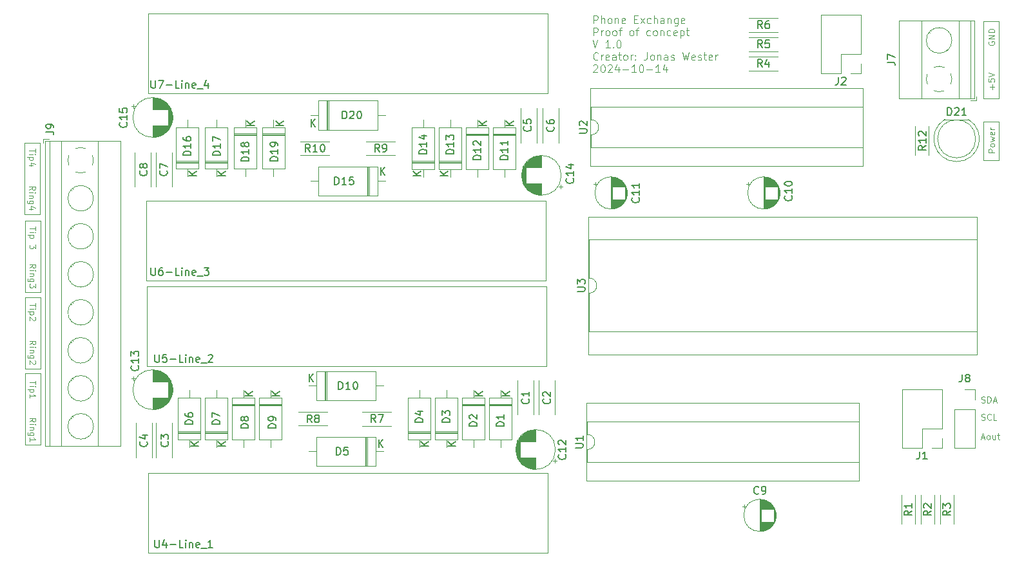
<source format=gbr>
G04 #@! TF.GenerationSoftware,KiCad,Pcbnew,8.0.5*
G04 #@! TF.CreationDate,2024-10-14T22:09:33+02:00*
G04 #@! TF.ProjectId,Exchange_ProofOfConcept,45786368-616e-4676-955f-50726f6f664f,1.0*
G04 #@! TF.SameCoordinates,Original*
G04 #@! TF.FileFunction,Legend,Top*
G04 #@! TF.FilePolarity,Positive*
%FSLAX46Y46*%
G04 Gerber Fmt 4.6, Leading zero omitted, Abs format (unit mm)*
G04 Created by KiCad (PCBNEW 8.0.5) date 2024-10-14 22:09:33*
%MOMM*%
%LPD*%
G01*
G04 APERTURE LIST*
%ADD10C,0.100000*%
%ADD11C,0.125000*%
%ADD12C,0.150000*%
%ADD13C,0.120000*%
%ADD14C,1.400000*%
%ADD15O,1.400000X1.400000*%
%ADD16R,1.200000X1.200000*%
%ADD17C,1.200000*%
%ADD18R,2.200000X2.200000*%
%ADD19O,2.200000X2.200000*%
%ADD20C,1.600000*%
%ADD21R,1.600000X1.600000*%
%ADD22R,1.700000X1.700000*%
%ADD23O,1.700000X1.700000*%
%ADD24O,1.600000X1.600000*%
%ADD25R,2.400000X2.400000*%
%ADD26O,2.400000X2.400000*%
%ADD27R,2.600000X2.600000*%
%ADD28C,2.600000*%
%ADD29R,1.600000X2.400000*%
%ADD30O,1.600000X2.400000*%
%ADD31R,1.800000X1.800000*%
%ADD32C,1.800000*%
G04 APERTURE END LIST*
D10*
X76708000Y-69850000D02*
X78740000Y-69850000D01*
X78740000Y-79248000D01*
X76708000Y-79248000D01*
X76708000Y-69850000D01*
X76747300Y-90170000D02*
X78779300Y-90170000D01*
X78779300Y-99568000D01*
X76747300Y-99568000D01*
X76747300Y-90170000D01*
X202652700Y-53848000D02*
X204684700Y-53848000D01*
X204684700Y-64008000D01*
X202652700Y-64008000D01*
X202652700Y-53848000D01*
X202692000Y-67056000D02*
X204724000Y-67056000D01*
X204724000Y-72136000D01*
X202692000Y-72136000D01*
X202692000Y-67056000D01*
X76747300Y-80097700D02*
X78779300Y-80097700D01*
X78779300Y-89495700D01*
X76747300Y-89495700D01*
X76747300Y-80097700D01*
X76747300Y-100203000D02*
X78779300Y-100203000D01*
X78779300Y-109601000D01*
X76747300Y-109601000D01*
X76747300Y-100203000D01*
X78119104Y-101160279D02*
X78119104Y-101617422D01*
X77319104Y-101388850D02*
X78119104Y-101388850D01*
X77319104Y-101884089D02*
X77852438Y-101884089D01*
X78119104Y-101884089D02*
X78081009Y-101845993D01*
X78081009Y-101845993D02*
X78042914Y-101884089D01*
X78042914Y-101884089D02*
X78081009Y-101922184D01*
X78081009Y-101922184D02*
X78119104Y-101884089D01*
X78119104Y-101884089D02*
X78042914Y-101884089D01*
X77852438Y-102265041D02*
X77052438Y-102265041D01*
X77814342Y-102265041D02*
X77852438Y-102341231D01*
X77852438Y-102341231D02*
X77852438Y-102493612D01*
X77852438Y-102493612D02*
X77814342Y-102569803D01*
X77814342Y-102569803D02*
X77776247Y-102607898D01*
X77776247Y-102607898D02*
X77700057Y-102645993D01*
X77700057Y-102645993D02*
X77471485Y-102645993D01*
X77471485Y-102645993D02*
X77395295Y-102607898D01*
X77395295Y-102607898D02*
X77357200Y-102569803D01*
X77357200Y-102569803D02*
X77319104Y-102493612D01*
X77319104Y-102493612D02*
X77319104Y-102341231D01*
X77319104Y-102341231D02*
X77357200Y-102265041D01*
X77319104Y-103407898D02*
X77319104Y-102950755D01*
X77319104Y-103179327D02*
X78119104Y-103179327D01*
X78119104Y-103179327D02*
X78004819Y-103103136D01*
X78004819Y-103103136D02*
X77928628Y-103026946D01*
X77928628Y-103026946D02*
X77890533Y-102950755D01*
D11*
X151450331Y-54137343D02*
X151450331Y-53137343D01*
X151450331Y-53137343D02*
X151831283Y-53137343D01*
X151831283Y-53137343D02*
X151926521Y-53184962D01*
X151926521Y-53184962D02*
X151974140Y-53232581D01*
X151974140Y-53232581D02*
X152021759Y-53327819D01*
X152021759Y-53327819D02*
X152021759Y-53470676D01*
X152021759Y-53470676D02*
X151974140Y-53565914D01*
X151974140Y-53565914D02*
X151926521Y-53613533D01*
X151926521Y-53613533D02*
X151831283Y-53661152D01*
X151831283Y-53661152D02*
X151450331Y-53661152D01*
X152450331Y-54137343D02*
X152450331Y-53137343D01*
X152878902Y-54137343D02*
X152878902Y-53613533D01*
X152878902Y-53613533D02*
X152831283Y-53518295D01*
X152831283Y-53518295D02*
X152736045Y-53470676D01*
X152736045Y-53470676D02*
X152593188Y-53470676D01*
X152593188Y-53470676D02*
X152497950Y-53518295D01*
X152497950Y-53518295D02*
X152450331Y-53565914D01*
X153497950Y-54137343D02*
X153402712Y-54089724D01*
X153402712Y-54089724D02*
X153355093Y-54042104D01*
X153355093Y-54042104D02*
X153307474Y-53946866D01*
X153307474Y-53946866D02*
X153307474Y-53661152D01*
X153307474Y-53661152D02*
X153355093Y-53565914D01*
X153355093Y-53565914D02*
X153402712Y-53518295D01*
X153402712Y-53518295D02*
X153497950Y-53470676D01*
X153497950Y-53470676D02*
X153640807Y-53470676D01*
X153640807Y-53470676D02*
X153736045Y-53518295D01*
X153736045Y-53518295D02*
X153783664Y-53565914D01*
X153783664Y-53565914D02*
X153831283Y-53661152D01*
X153831283Y-53661152D02*
X153831283Y-53946866D01*
X153831283Y-53946866D02*
X153783664Y-54042104D01*
X153783664Y-54042104D02*
X153736045Y-54089724D01*
X153736045Y-54089724D02*
X153640807Y-54137343D01*
X153640807Y-54137343D02*
X153497950Y-54137343D01*
X154259855Y-53470676D02*
X154259855Y-54137343D01*
X154259855Y-53565914D02*
X154307474Y-53518295D01*
X154307474Y-53518295D02*
X154402712Y-53470676D01*
X154402712Y-53470676D02*
X154545569Y-53470676D01*
X154545569Y-53470676D02*
X154640807Y-53518295D01*
X154640807Y-53518295D02*
X154688426Y-53613533D01*
X154688426Y-53613533D02*
X154688426Y-54137343D01*
X155545569Y-54089724D02*
X155450331Y-54137343D01*
X155450331Y-54137343D02*
X155259855Y-54137343D01*
X155259855Y-54137343D02*
X155164617Y-54089724D01*
X155164617Y-54089724D02*
X155116998Y-53994485D01*
X155116998Y-53994485D02*
X155116998Y-53613533D01*
X155116998Y-53613533D02*
X155164617Y-53518295D01*
X155164617Y-53518295D02*
X155259855Y-53470676D01*
X155259855Y-53470676D02*
X155450331Y-53470676D01*
X155450331Y-53470676D02*
X155545569Y-53518295D01*
X155545569Y-53518295D02*
X155593188Y-53613533D01*
X155593188Y-53613533D02*
X155593188Y-53708771D01*
X155593188Y-53708771D02*
X155116998Y-53804009D01*
X156783665Y-53613533D02*
X157116998Y-53613533D01*
X157259855Y-54137343D02*
X156783665Y-54137343D01*
X156783665Y-54137343D02*
X156783665Y-53137343D01*
X156783665Y-53137343D02*
X157259855Y-53137343D01*
X157593189Y-54137343D02*
X158116998Y-53470676D01*
X157593189Y-53470676D02*
X158116998Y-54137343D01*
X158926522Y-54089724D02*
X158831284Y-54137343D01*
X158831284Y-54137343D02*
X158640808Y-54137343D01*
X158640808Y-54137343D02*
X158545570Y-54089724D01*
X158545570Y-54089724D02*
X158497951Y-54042104D01*
X158497951Y-54042104D02*
X158450332Y-53946866D01*
X158450332Y-53946866D02*
X158450332Y-53661152D01*
X158450332Y-53661152D02*
X158497951Y-53565914D01*
X158497951Y-53565914D02*
X158545570Y-53518295D01*
X158545570Y-53518295D02*
X158640808Y-53470676D01*
X158640808Y-53470676D02*
X158831284Y-53470676D01*
X158831284Y-53470676D02*
X158926522Y-53518295D01*
X159355094Y-54137343D02*
X159355094Y-53137343D01*
X159783665Y-54137343D02*
X159783665Y-53613533D01*
X159783665Y-53613533D02*
X159736046Y-53518295D01*
X159736046Y-53518295D02*
X159640808Y-53470676D01*
X159640808Y-53470676D02*
X159497951Y-53470676D01*
X159497951Y-53470676D02*
X159402713Y-53518295D01*
X159402713Y-53518295D02*
X159355094Y-53565914D01*
X160688427Y-54137343D02*
X160688427Y-53613533D01*
X160688427Y-53613533D02*
X160640808Y-53518295D01*
X160640808Y-53518295D02*
X160545570Y-53470676D01*
X160545570Y-53470676D02*
X160355094Y-53470676D01*
X160355094Y-53470676D02*
X160259856Y-53518295D01*
X160688427Y-54089724D02*
X160593189Y-54137343D01*
X160593189Y-54137343D02*
X160355094Y-54137343D01*
X160355094Y-54137343D02*
X160259856Y-54089724D01*
X160259856Y-54089724D02*
X160212237Y-53994485D01*
X160212237Y-53994485D02*
X160212237Y-53899247D01*
X160212237Y-53899247D02*
X160259856Y-53804009D01*
X160259856Y-53804009D02*
X160355094Y-53756390D01*
X160355094Y-53756390D02*
X160593189Y-53756390D01*
X160593189Y-53756390D02*
X160688427Y-53708771D01*
X161164618Y-53470676D02*
X161164618Y-54137343D01*
X161164618Y-53565914D02*
X161212237Y-53518295D01*
X161212237Y-53518295D02*
X161307475Y-53470676D01*
X161307475Y-53470676D02*
X161450332Y-53470676D01*
X161450332Y-53470676D02*
X161545570Y-53518295D01*
X161545570Y-53518295D02*
X161593189Y-53613533D01*
X161593189Y-53613533D02*
X161593189Y-54137343D01*
X162497951Y-53470676D02*
X162497951Y-54280200D01*
X162497951Y-54280200D02*
X162450332Y-54375438D01*
X162450332Y-54375438D02*
X162402713Y-54423057D01*
X162402713Y-54423057D02*
X162307475Y-54470676D01*
X162307475Y-54470676D02*
X162164618Y-54470676D01*
X162164618Y-54470676D02*
X162069380Y-54423057D01*
X162497951Y-54089724D02*
X162402713Y-54137343D01*
X162402713Y-54137343D02*
X162212237Y-54137343D01*
X162212237Y-54137343D02*
X162116999Y-54089724D01*
X162116999Y-54089724D02*
X162069380Y-54042104D01*
X162069380Y-54042104D02*
X162021761Y-53946866D01*
X162021761Y-53946866D02*
X162021761Y-53661152D01*
X162021761Y-53661152D02*
X162069380Y-53565914D01*
X162069380Y-53565914D02*
X162116999Y-53518295D01*
X162116999Y-53518295D02*
X162212237Y-53470676D01*
X162212237Y-53470676D02*
X162402713Y-53470676D01*
X162402713Y-53470676D02*
X162497951Y-53518295D01*
X163355094Y-54089724D02*
X163259856Y-54137343D01*
X163259856Y-54137343D02*
X163069380Y-54137343D01*
X163069380Y-54137343D02*
X162974142Y-54089724D01*
X162974142Y-54089724D02*
X162926523Y-53994485D01*
X162926523Y-53994485D02*
X162926523Y-53613533D01*
X162926523Y-53613533D02*
X162974142Y-53518295D01*
X162974142Y-53518295D02*
X163069380Y-53470676D01*
X163069380Y-53470676D02*
X163259856Y-53470676D01*
X163259856Y-53470676D02*
X163355094Y-53518295D01*
X163355094Y-53518295D02*
X163402713Y-53613533D01*
X163402713Y-53613533D02*
X163402713Y-53708771D01*
X163402713Y-53708771D02*
X162926523Y-53804009D01*
X151450331Y-55747287D02*
X151450331Y-54747287D01*
X151450331Y-54747287D02*
X151831283Y-54747287D01*
X151831283Y-54747287D02*
X151926521Y-54794906D01*
X151926521Y-54794906D02*
X151974140Y-54842525D01*
X151974140Y-54842525D02*
X152021759Y-54937763D01*
X152021759Y-54937763D02*
X152021759Y-55080620D01*
X152021759Y-55080620D02*
X151974140Y-55175858D01*
X151974140Y-55175858D02*
X151926521Y-55223477D01*
X151926521Y-55223477D02*
X151831283Y-55271096D01*
X151831283Y-55271096D02*
X151450331Y-55271096D01*
X152450331Y-55747287D02*
X152450331Y-55080620D01*
X152450331Y-55271096D02*
X152497950Y-55175858D01*
X152497950Y-55175858D02*
X152545569Y-55128239D01*
X152545569Y-55128239D02*
X152640807Y-55080620D01*
X152640807Y-55080620D02*
X152736045Y-55080620D01*
X153212236Y-55747287D02*
X153116998Y-55699668D01*
X153116998Y-55699668D02*
X153069379Y-55652048D01*
X153069379Y-55652048D02*
X153021760Y-55556810D01*
X153021760Y-55556810D02*
X153021760Y-55271096D01*
X153021760Y-55271096D02*
X153069379Y-55175858D01*
X153069379Y-55175858D02*
X153116998Y-55128239D01*
X153116998Y-55128239D02*
X153212236Y-55080620D01*
X153212236Y-55080620D02*
X153355093Y-55080620D01*
X153355093Y-55080620D02*
X153450331Y-55128239D01*
X153450331Y-55128239D02*
X153497950Y-55175858D01*
X153497950Y-55175858D02*
X153545569Y-55271096D01*
X153545569Y-55271096D02*
X153545569Y-55556810D01*
X153545569Y-55556810D02*
X153497950Y-55652048D01*
X153497950Y-55652048D02*
X153450331Y-55699668D01*
X153450331Y-55699668D02*
X153355093Y-55747287D01*
X153355093Y-55747287D02*
X153212236Y-55747287D01*
X154116998Y-55747287D02*
X154021760Y-55699668D01*
X154021760Y-55699668D02*
X153974141Y-55652048D01*
X153974141Y-55652048D02*
X153926522Y-55556810D01*
X153926522Y-55556810D02*
X153926522Y-55271096D01*
X153926522Y-55271096D02*
X153974141Y-55175858D01*
X153974141Y-55175858D02*
X154021760Y-55128239D01*
X154021760Y-55128239D02*
X154116998Y-55080620D01*
X154116998Y-55080620D02*
X154259855Y-55080620D01*
X154259855Y-55080620D02*
X154355093Y-55128239D01*
X154355093Y-55128239D02*
X154402712Y-55175858D01*
X154402712Y-55175858D02*
X154450331Y-55271096D01*
X154450331Y-55271096D02*
X154450331Y-55556810D01*
X154450331Y-55556810D02*
X154402712Y-55652048D01*
X154402712Y-55652048D02*
X154355093Y-55699668D01*
X154355093Y-55699668D02*
X154259855Y-55747287D01*
X154259855Y-55747287D02*
X154116998Y-55747287D01*
X154736046Y-55080620D02*
X155116998Y-55080620D01*
X154878903Y-55747287D02*
X154878903Y-54890144D01*
X154878903Y-54890144D02*
X154926522Y-54794906D01*
X154926522Y-54794906D02*
X155021760Y-54747287D01*
X155021760Y-54747287D02*
X155116998Y-54747287D01*
X156355094Y-55747287D02*
X156259856Y-55699668D01*
X156259856Y-55699668D02*
X156212237Y-55652048D01*
X156212237Y-55652048D02*
X156164618Y-55556810D01*
X156164618Y-55556810D02*
X156164618Y-55271096D01*
X156164618Y-55271096D02*
X156212237Y-55175858D01*
X156212237Y-55175858D02*
X156259856Y-55128239D01*
X156259856Y-55128239D02*
X156355094Y-55080620D01*
X156355094Y-55080620D02*
X156497951Y-55080620D01*
X156497951Y-55080620D02*
X156593189Y-55128239D01*
X156593189Y-55128239D02*
X156640808Y-55175858D01*
X156640808Y-55175858D02*
X156688427Y-55271096D01*
X156688427Y-55271096D02*
X156688427Y-55556810D01*
X156688427Y-55556810D02*
X156640808Y-55652048D01*
X156640808Y-55652048D02*
X156593189Y-55699668D01*
X156593189Y-55699668D02*
X156497951Y-55747287D01*
X156497951Y-55747287D02*
X156355094Y-55747287D01*
X156974142Y-55080620D02*
X157355094Y-55080620D01*
X157116999Y-55747287D02*
X157116999Y-54890144D01*
X157116999Y-54890144D02*
X157164618Y-54794906D01*
X157164618Y-54794906D02*
X157259856Y-54747287D01*
X157259856Y-54747287D02*
X157355094Y-54747287D01*
X158878904Y-55699668D02*
X158783666Y-55747287D01*
X158783666Y-55747287D02*
X158593190Y-55747287D01*
X158593190Y-55747287D02*
X158497952Y-55699668D01*
X158497952Y-55699668D02*
X158450333Y-55652048D01*
X158450333Y-55652048D02*
X158402714Y-55556810D01*
X158402714Y-55556810D02*
X158402714Y-55271096D01*
X158402714Y-55271096D02*
X158450333Y-55175858D01*
X158450333Y-55175858D02*
X158497952Y-55128239D01*
X158497952Y-55128239D02*
X158593190Y-55080620D01*
X158593190Y-55080620D02*
X158783666Y-55080620D01*
X158783666Y-55080620D02*
X158878904Y-55128239D01*
X159450333Y-55747287D02*
X159355095Y-55699668D01*
X159355095Y-55699668D02*
X159307476Y-55652048D01*
X159307476Y-55652048D02*
X159259857Y-55556810D01*
X159259857Y-55556810D02*
X159259857Y-55271096D01*
X159259857Y-55271096D02*
X159307476Y-55175858D01*
X159307476Y-55175858D02*
X159355095Y-55128239D01*
X159355095Y-55128239D02*
X159450333Y-55080620D01*
X159450333Y-55080620D02*
X159593190Y-55080620D01*
X159593190Y-55080620D02*
X159688428Y-55128239D01*
X159688428Y-55128239D02*
X159736047Y-55175858D01*
X159736047Y-55175858D02*
X159783666Y-55271096D01*
X159783666Y-55271096D02*
X159783666Y-55556810D01*
X159783666Y-55556810D02*
X159736047Y-55652048D01*
X159736047Y-55652048D02*
X159688428Y-55699668D01*
X159688428Y-55699668D02*
X159593190Y-55747287D01*
X159593190Y-55747287D02*
X159450333Y-55747287D01*
X160212238Y-55080620D02*
X160212238Y-55747287D01*
X160212238Y-55175858D02*
X160259857Y-55128239D01*
X160259857Y-55128239D02*
X160355095Y-55080620D01*
X160355095Y-55080620D02*
X160497952Y-55080620D01*
X160497952Y-55080620D02*
X160593190Y-55128239D01*
X160593190Y-55128239D02*
X160640809Y-55223477D01*
X160640809Y-55223477D02*
X160640809Y-55747287D01*
X161545571Y-55699668D02*
X161450333Y-55747287D01*
X161450333Y-55747287D02*
X161259857Y-55747287D01*
X161259857Y-55747287D02*
X161164619Y-55699668D01*
X161164619Y-55699668D02*
X161117000Y-55652048D01*
X161117000Y-55652048D02*
X161069381Y-55556810D01*
X161069381Y-55556810D02*
X161069381Y-55271096D01*
X161069381Y-55271096D02*
X161117000Y-55175858D01*
X161117000Y-55175858D02*
X161164619Y-55128239D01*
X161164619Y-55128239D02*
X161259857Y-55080620D01*
X161259857Y-55080620D02*
X161450333Y-55080620D01*
X161450333Y-55080620D02*
X161545571Y-55128239D01*
X162355095Y-55699668D02*
X162259857Y-55747287D01*
X162259857Y-55747287D02*
X162069381Y-55747287D01*
X162069381Y-55747287D02*
X161974143Y-55699668D01*
X161974143Y-55699668D02*
X161926524Y-55604429D01*
X161926524Y-55604429D02*
X161926524Y-55223477D01*
X161926524Y-55223477D02*
X161974143Y-55128239D01*
X161974143Y-55128239D02*
X162069381Y-55080620D01*
X162069381Y-55080620D02*
X162259857Y-55080620D01*
X162259857Y-55080620D02*
X162355095Y-55128239D01*
X162355095Y-55128239D02*
X162402714Y-55223477D01*
X162402714Y-55223477D02*
X162402714Y-55318715D01*
X162402714Y-55318715D02*
X161926524Y-55413953D01*
X162831286Y-55080620D02*
X162831286Y-56080620D01*
X162831286Y-55128239D02*
X162926524Y-55080620D01*
X162926524Y-55080620D02*
X163117000Y-55080620D01*
X163117000Y-55080620D02*
X163212238Y-55128239D01*
X163212238Y-55128239D02*
X163259857Y-55175858D01*
X163259857Y-55175858D02*
X163307476Y-55271096D01*
X163307476Y-55271096D02*
X163307476Y-55556810D01*
X163307476Y-55556810D02*
X163259857Y-55652048D01*
X163259857Y-55652048D02*
X163212238Y-55699668D01*
X163212238Y-55699668D02*
X163117000Y-55747287D01*
X163117000Y-55747287D02*
X162926524Y-55747287D01*
X162926524Y-55747287D02*
X162831286Y-55699668D01*
X163593191Y-55080620D02*
X163974143Y-55080620D01*
X163736048Y-54747287D02*
X163736048Y-55604429D01*
X163736048Y-55604429D02*
X163783667Y-55699668D01*
X163783667Y-55699668D02*
X163878905Y-55747287D01*
X163878905Y-55747287D02*
X163974143Y-55747287D01*
X151307474Y-56357231D02*
X151640807Y-57357231D01*
X151640807Y-57357231D02*
X151974140Y-56357231D01*
X153593188Y-57357231D02*
X153021760Y-57357231D01*
X153307474Y-57357231D02*
X153307474Y-56357231D01*
X153307474Y-56357231D02*
X153212236Y-56500088D01*
X153212236Y-56500088D02*
X153116998Y-56595326D01*
X153116998Y-56595326D02*
X153021760Y-56642945D01*
X154021760Y-57261992D02*
X154069379Y-57309612D01*
X154069379Y-57309612D02*
X154021760Y-57357231D01*
X154021760Y-57357231D02*
X153974141Y-57309612D01*
X153974141Y-57309612D02*
X154021760Y-57261992D01*
X154021760Y-57261992D02*
X154021760Y-57357231D01*
X154688426Y-56357231D02*
X154783664Y-56357231D01*
X154783664Y-56357231D02*
X154878902Y-56404850D01*
X154878902Y-56404850D02*
X154926521Y-56452469D01*
X154926521Y-56452469D02*
X154974140Y-56547707D01*
X154974140Y-56547707D02*
X155021759Y-56738183D01*
X155021759Y-56738183D02*
X155021759Y-56976278D01*
X155021759Y-56976278D02*
X154974140Y-57166754D01*
X154974140Y-57166754D02*
X154926521Y-57261992D01*
X154926521Y-57261992D02*
X154878902Y-57309612D01*
X154878902Y-57309612D02*
X154783664Y-57357231D01*
X154783664Y-57357231D02*
X154688426Y-57357231D01*
X154688426Y-57357231D02*
X154593188Y-57309612D01*
X154593188Y-57309612D02*
X154545569Y-57261992D01*
X154545569Y-57261992D02*
X154497950Y-57166754D01*
X154497950Y-57166754D02*
X154450331Y-56976278D01*
X154450331Y-56976278D02*
X154450331Y-56738183D01*
X154450331Y-56738183D02*
X154497950Y-56547707D01*
X154497950Y-56547707D02*
X154545569Y-56452469D01*
X154545569Y-56452469D02*
X154593188Y-56404850D01*
X154593188Y-56404850D02*
X154688426Y-56357231D01*
X152021759Y-58871936D02*
X151974140Y-58919556D01*
X151974140Y-58919556D02*
X151831283Y-58967175D01*
X151831283Y-58967175D02*
X151736045Y-58967175D01*
X151736045Y-58967175D02*
X151593188Y-58919556D01*
X151593188Y-58919556D02*
X151497950Y-58824317D01*
X151497950Y-58824317D02*
X151450331Y-58729079D01*
X151450331Y-58729079D02*
X151402712Y-58538603D01*
X151402712Y-58538603D02*
X151402712Y-58395746D01*
X151402712Y-58395746D02*
X151450331Y-58205270D01*
X151450331Y-58205270D02*
X151497950Y-58110032D01*
X151497950Y-58110032D02*
X151593188Y-58014794D01*
X151593188Y-58014794D02*
X151736045Y-57967175D01*
X151736045Y-57967175D02*
X151831283Y-57967175D01*
X151831283Y-57967175D02*
X151974140Y-58014794D01*
X151974140Y-58014794D02*
X152021759Y-58062413D01*
X152450331Y-58967175D02*
X152450331Y-58300508D01*
X152450331Y-58490984D02*
X152497950Y-58395746D01*
X152497950Y-58395746D02*
X152545569Y-58348127D01*
X152545569Y-58348127D02*
X152640807Y-58300508D01*
X152640807Y-58300508D02*
X152736045Y-58300508D01*
X153450331Y-58919556D02*
X153355093Y-58967175D01*
X153355093Y-58967175D02*
X153164617Y-58967175D01*
X153164617Y-58967175D02*
X153069379Y-58919556D01*
X153069379Y-58919556D02*
X153021760Y-58824317D01*
X153021760Y-58824317D02*
X153021760Y-58443365D01*
X153021760Y-58443365D02*
X153069379Y-58348127D01*
X153069379Y-58348127D02*
X153164617Y-58300508D01*
X153164617Y-58300508D02*
X153355093Y-58300508D01*
X153355093Y-58300508D02*
X153450331Y-58348127D01*
X153450331Y-58348127D02*
X153497950Y-58443365D01*
X153497950Y-58443365D02*
X153497950Y-58538603D01*
X153497950Y-58538603D02*
X153021760Y-58633841D01*
X154355093Y-58967175D02*
X154355093Y-58443365D01*
X154355093Y-58443365D02*
X154307474Y-58348127D01*
X154307474Y-58348127D02*
X154212236Y-58300508D01*
X154212236Y-58300508D02*
X154021760Y-58300508D01*
X154021760Y-58300508D02*
X153926522Y-58348127D01*
X154355093Y-58919556D02*
X154259855Y-58967175D01*
X154259855Y-58967175D02*
X154021760Y-58967175D01*
X154021760Y-58967175D02*
X153926522Y-58919556D01*
X153926522Y-58919556D02*
X153878903Y-58824317D01*
X153878903Y-58824317D02*
X153878903Y-58729079D01*
X153878903Y-58729079D02*
X153926522Y-58633841D01*
X153926522Y-58633841D02*
X154021760Y-58586222D01*
X154021760Y-58586222D02*
X154259855Y-58586222D01*
X154259855Y-58586222D02*
X154355093Y-58538603D01*
X154688427Y-58300508D02*
X155069379Y-58300508D01*
X154831284Y-57967175D02*
X154831284Y-58824317D01*
X154831284Y-58824317D02*
X154878903Y-58919556D01*
X154878903Y-58919556D02*
X154974141Y-58967175D01*
X154974141Y-58967175D02*
X155069379Y-58967175D01*
X155545570Y-58967175D02*
X155450332Y-58919556D01*
X155450332Y-58919556D02*
X155402713Y-58871936D01*
X155402713Y-58871936D02*
X155355094Y-58776698D01*
X155355094Y-58776698D02*
X155355094Y-58490984D01*
X155355094Y-58490984D02*
X155402713Y-58395746D01*
X155402713Y-58395746D02*
X155450332Y-58348127D01*
X155450332Y-58348127D02*
X155545570Y-58300508D01*
X155545570Y-58300508D02*
X155688427Y-58300508D01*
X155688427Y-58300508D02*
X155783665Y-58348127D01*
X155783665Y-58348127D02*
X155831284Y-58395746D01*
X155831284Y-58395746D02*
X155878903Y-58490984D01*
X155878903Y-58490984D02*
X155878903Y-58776698D01*
X155878903Y-58776698D02*
X155831284Y-58871936D01*
X155831284Y-58871936D02*
X155783665Y-58919556D01*
X155783665Y-58919556D02*
X155688427Y-58967175D01*
X155688427Y-58967175D02*
X155545570Y-58967175D01*
X156307475Y-58967175D02*
X156307475Y-58300508D01*
X156307475Y-58490984D02*
X156355094Y-58395746D01*
X156355094Y-58395746D02*
X156402713Y-58348127D01*
X156402713Y-58348127D02*
X156497951Y-58300508D01*
X156497951Y-58300508D02*
X156593189Y-58300508D01*
X156926523Y-58871936D02*
X156974142Y-58919556D01*
X156974142Y-58919556D02*
X156926523Y-58967175D01*
X156926523Y-58967175D02*
X156878904Y-58919556D01*
X156878904Y-58919556D02*
X156926523Y-58871936D01*
X156926523Y-58871936D02*
X156926523Y-58967175D01*
X156926523Y-58348127D02*
X156974142Y-58395746D01*
X156974142Y-58395746D02*
X156926523Y-58443365D01*
X156926523Y-58443365D02*
X156878904Y-58395746D01*
X156878904Y-58395746D02*
X156926523Y-58348127D01*
X156926523Y-58348127D02*
X156926523Y-58443365D01*
X158450332Y-57967175D02*
X158450332Y-58681460D01*
X158450332Y-58681460D02*
X158402713Y-58824317D01*
X158402713Y-58824317D02*
X158307475Y-58919556D01*
X158307475Y-58919556D02*
X158164618Y-58967175D01*
X158164618Y-58967175D02*
X158069380Y-58967175D01*
X159069380Y-58967175D02*
X158974142Y-58919556D01*
X158974142Y-58919556D02*
X158926523Y-58871936D01*
X158926523Y-58871936D02*
X158878904Y-58776698D01*
X158878904Y-58776698D02*
X158878904Y-58490984D01*
X158878904Y-58490984D02*
X158926523Y-58395746D01*
X158926523Y-58395746D02*
X158974142Y-58348127D01*
X158974142Y-58348127D02*
X159069380Y-58300508D01*
X159069380Y-58300508D02*
X159212237Y-58300508D01*
X159212237Y-58300508D02*
X159307475Y-58348127D01*
X159307475Y-58348127D02*
X159355094Y-58395746D01*
X159355094Y-58395746D02*
X159402713Y-58490984D01*
X159402713Y-58490984D02*
X159402713Y-58776698D01*
X159402713Y-58776698D02*
X159355094Y-58871936D01*
X159355094Y-58871936D02*
X159307475Y-58919556D01*
X159307475Y-58919556D02*
X159212237Y-58967175D01*
X159212237Y-58967175D02*
X159069380Y-58967175D01*
X159831285Y-58300508D02*
X159831285Y-58967175D01*
X159831285Y-58395746D02*
X159878904Y-58348127D01*
X159878904Y-58348127D02*
X159974142Y-58300508D01*
X159974142Y-58300508D02*
X160116999Y-58300508D01*
X160116999Y-58300508D02*
X160212237Y-58348127D01*
X160212237Y-58348127D02*
X160259856Y-58443365D01*
X160259856Y-58443365D02*
X160259856Y-58967175D01*
X161164618Y-58967175D02*
X161164618Y-58443365D01*
X161164618Y-58443365D02*
X161116999Y-58348127D01*
X161116999Y-58348127D02*
X161021761Y-58300508D01*
X161021761Y-58300508D02*
X160831285Y-58300508D01*
X160831285Y-58300508D02*
X160736047Y-58348127D01*
X161164618Y-58919556D02*
X161069380Y-58967175D01*
X161069380Y-58967175D02*
X160831285Y-58967175D01*
X160831285Y-58967175D02*
X160736047Y-58919556D01*
X160736047Y-58919556D02*
X160688428Y-58824317D01*
X160688428Y-58824317D02*
X160688428Y-58729079D01*
X160688428Y-58729079D02*
X160736047Y-58633841D01*
X160736047Y-58633841D02*
X160831285Y-58586222D01*
X160831285Y-58586222D02*
X161069380Y-58586222D01*
X161069380Y-58586222D02*
X161164618Y-58538603D01*
X161593190Y-58919556D02*
X161688428Y-58967175D01*
X161688428Y-58967175D02*
X161878904Y-58967175D01*
X161878904Y-58967175D02*
X161974142Y-58919556D01*
X161974142Y-58919556D02*
X162021761Y-58824317D01*
X162021761Y-58824317D02*
X162021761Y-58776698D01*
X162021761Y-58776698D02*
X161974142Y-58681460D01*
X161974142Y-58681460D02*
X161878904Y-58633841D01*
X161878904Y-58633841D02*
X161736047Y-58633841D01*
X161736047Y-58633841D02*
X161640809Y-58586222D01*
X161640809Y-58586222D02*
X161593190Y-58490984D01*
X161593190Y-58490984D02*
X161593190Y-58443365D01*
X161593190Y-58443365D02*
X161640809Y-58348127D01*
X161640809Y-58348127D02*
X161736047Y-58300508D01*
X161736047Y-58300508D02*
X161878904Y-58300508D01*
X161878904Y-58300508D02*
X161974142Y-58348127D01*
X163117000Y-57967175D02*
X163355095Y-58967175D01*
X163355095Y-58967175D02*
X163545571Y-58252889D01*
X163545571Y-58252889D02*
X163736047Y-58967175D01*
X163736047Y-58967175D02*
X163974143Y-57967175D01*
X164736047Y-58919556D02*
X164640809Y-58967175D01*
X164640809Y-58967175D02*
X164450333Y-58967175D01*
X164450333Y-58967175D02*
X164355095Y-58919556D01*
X164355095Y-58919556D02*
X164307476Y-58824317D01*
X164307476Y-58824317D02*
X164307476Y-58443365D01*
X164307476Y-58443365D02*
X164355095Y-58348127D01*
X164355095Y-58348127D02*
X164450333Y-58300508D01*
X164450333Y-58300508D02*
X164640809Y-58300508D01*
X164640809Y-58300508D02*
X164736047Y-58348127D01*
X164736047Y-58348127D02*
X164783666Y-58443365D01*
X164783666Y-58443365D02*
X164783666Y-58538603D01*
X164783666Y-58538603D02*
X164307476Y-58633841D01*
X165164619Y-58919556D02*
X165259857Y-58967175D01*
X165259857Y-58967175D02*
X165450333Y-58967175D01*
X165450333Y-58967175D02*
X165545571Y-58919556D01*
X165545571Y-58919556D02*
X165593190Y-58824317D01*
X165593190Y-58824317D02*
X165593190Y-58776698D01*
X165593190Y-58776698D02*
X165545571Y-58681460D01*
X165545571Y-58681460D02*
X165450333Y-58633841D01*
X165450333Y-58633841D02*
X165307476Y-58633841D01*
X165307476Y-58633841D02*
X165212238Y-58586222D01*
X165212238Y-58586222D02*
X165164619Y-58490984D01*
X165164619Y-58490984D02*
X165164619Y-58443365D01*
X165164619Y-58443365D02*
X165212238Y-58348127D01*
X165212238Y-58348127D02*
X165307476Y-58300508D01*
X165307476Y-58300508D02*
X165450333Y-58300508D01*
X165450333Y-58300508D02*
X165545571Y-58348127D01*
X165878905Y-58300508D02*
X166259857Y-58300508D01*
X166021762Y-57967175D02*
X166021762Y-58824317D01*
X166021762Y-58824317D02*
X166069381Y-58919556D01*
X166069381Y-58919556D02*
X166164619Y-58967175D01*
X166164619Y-58967175D02*
X166259857Y-58967175D01*
X166974143Y-58919556D02*
X166878905Y-58967175D01*
X166878905Y-58967175D02*
X166688429Y-58967175D01*
X166688429Y-58967175D02*
X166593191Y-58919556D01*
X166593191Y-58919556D02*
X166545572Y-58824317D01*
X166545572Y-58824317D02*
X166545572Y-58443365D01*
X166545572Y-58443365D02*
X166593191Y-58348127D01*
X166593191Y-58348127D02*
X166688429Y-58300508D01*
X166688429Y-58300508D02*
X166878905Y-58300508D01*
X166878905Y-58300508D02*
X166974143Y-58348127D01*
X166974143Y-58348127D02*
X167021762Y-58443365D01*
X167021762Y-58443365D02*
X167021762Y-58538603D01*
X167021762Y-58538603D02*
X166545572Y-58633841D01*
X167450334Y-58967175D02*
X167450334Y-58300508D01*
X167450334Y-58490984D02*
X167497953Y-58395746D01*
X167497953Y-58395746D02*
X167545572Y-58348127D01*
X167545572Y-58348127D02*
X167640810Y-58300508D01*
X167640810Y-58300508D02*
X167736048Y-58300508D01*
X151402712Y-59672357D02*
X151450331Y-59624738D01*
X151450331Y-59624738D02*
X151545569Y-59577119D01*
X151545569Y-59577119D02*
X151783664Y-59577119D01*
X151783664Y-59577119D02*
X151878902Y-59624738D01*
X151878902Y-59624738D02*
X151926521Y-59672357D01*
X151926521Y-59672357D02*
X151974140Y-59767595D01*
X151974140Y-59767595D02*
X151974140Y-59862833D01*
X151974140Y-59862833D02*
X151926521Y-60005690D01*
X151926521Y-60005690D02*
X151355093Y-60577119D01*
X151355093Y-60577119D02*
X151974140Y-60577119D01*
X152593188Y-59577119D02*
X152688426Y-59577119D01*
X152688426Y-59577119D02*
X152783664Y-59624738D01*
X152783664Y-59624738D02*
X152831283Y-59672357D01*
X152831283Y-59672357D02*
X152878902Y-59767595D01*
X152878902Y-59767595D02*
X152926521Y-59958071D01*
X152926521Y-59958071D02*
X152926521Y-60196166D01*
X152926521Y-60196166D02*
X152878902Y-60386642D01*
X152878902Y-60386642D02*
X152831283Y-60481880D01*
X152831283Y-60481880D02*
X152783664Y-60529500D01*
X152783664Y-60529500D02*
X152688426Y-60577119D01*
X152688426Y-60577119D02*
X152593188Y-60577119D01*
X152593188Y-60577119D02*
X152497950Y-60529500D01*
X152497950Y-60529500D02*
X152450331Y-60481880D01*
X152450331Y-60481880D02*
X152402712Y-60386642D01*
X152402712Y-60386642D02*
X152355093Y-60196166D01*
X152355093Y-60196166D02*
X152355093Y-59958071D01*
X152355093Y-59958071D02*
X152402712Y-59767595D01*
X152402712Y-59767595D02*
X152450331Y-59672357D01*
X152450331Y-59672357D02*
X152497950Y-59624738D01*
X152497950Y-59624738D02*
X152593188Y-59577119D01*
X153307474Y-59672357D02*
X153355093Y-59624738D01*
X153355093Y-59624738D02*
X153450331Y-59577119D01*
X153450331Y-59577119D02*
X153688426Y-59577119D01*
X153688426Y-59577119D02*
X153783664Y-59624738D01*
X153783664Y-59624738D02*
X153831283Y-59672357D01*
X153831283Y-59672357D02*
X153878902Y-59767595D01*
X153878902Y-59767595D02*
X153878902Y-59862833D01*
X153878902Y-59862833D02*
X153831283Y-60005690D01*
X153831283Y-60005690D02*
X153259855Y-60577119D01*
X153259855Y-60577119D02*
X153878902Y-60577119D01*
X154736045Y-59910452D02*
X154736045Y-60577119D01*
X154497950Y-59529500D02*
X154259855Y-60243785D01*
X154259855Y-60243785D02*
X154878902Y-60243785D01*
X155259855Y-60196166D02*
X156021760Y-60196166D01*
X157021759Y-60577119D02*
X156450331Y-60577119D01*
X156736045Y-60577119D02*
X156736045Y-59577119D01*
X156736045Y-59577119D02*
X156640807Y-59719976D01*
X156640807Y-59719976D02*
X156545569Y-59815214D01*
X156545569Y-59815214D02*
X156450331Y-59862833D01*
X157640807Y-59577119D02*
X157736045Y-59577119D01*
X157736045Y-59577119D02*
X157831283Y-59624738D01*
X157831283Y-59624738D02*
X157878902Y-59672357D01*
X157878902Y-59672357D02*
X157926521Y-59767595D01*
X157926521Y-59767595D02*
X157974140Y-59958071D01*
X157974140Y-59958071D02*
X157974140Y-60196166D01*
X157974140Y-60196166D02*
X157926521Y-60386642D01*
X157926521Y-60386642D02*
X157878902Y-60481880D01*
X157878902Y-60481880D02*
X157831283Y-60529500D01*
X157831283Y-60529500D02*
X157736045Y-60577119D01*
X157736045Y-60577119D02*
X157640807Y-60577119D01*
X157640807Y-60577119D02*
X157545569Y-60529500D01*
X157545569Y-60529500D02*
X157497950Y-60481880D01*
X157497950Y-60481880D02*
X157450331Y-60386642D01*
X157450331Y-60386642D02*
X157402712Y-60196166D01*
X157402712Y-60196166D02*
X157402712Y-59958071D01*
X157402712Y-59958071D02*
X157450331Y-59767595D01*
X157450331Y-59767595D02*
X157497950Y-59672357D01*
X157497950Y-59672357D02*
X157545569Y-59624738D01*
X157545569Y-59624738D02*
X157640807Y-59577119D01*
X158402712Y-60196166D02*
X159164617Y-60196166D01*
X160164616Y-60577119D02*
X159593188Y-60577119D01*
X159878902Y-60577119D02*
X159878902Y-59577119D01*
X159878902Y-59577119D02*
X159783664Y-59719976D01*
X159783664Y-59719976D02*
X159688426Y-59815214D01*
X159688426Y-59815214D02*
X159593188Y-59862833D01*
X161021759Y-59910452D02*
X161021759Y-60577119D01*
X160783664Y-59529500D02*
X160545569Y-60243785D01*
X160545569Y-60243785D02*
X161164616Y-60243785D01*
D10*
X202402169Y-108634323D02*
X202783122Y-108634323D01*
X202325979Y-108862895D02*
X202592646Y-108062895D01*
X202592646Y-108062895D02*
X202859312Y-108862895D01*
X203240264Y-108862895D02*
X203164074Y-108824800D01*
X203164074Y-108824800D02*
X203125979Y-108786704D01*
X203125979Y-108786704D02*
X203087883Y-108710514D01*
X203087883Y-108710514D02*
X203087883Y-108481942D01*
X203087883Y-108481942D02*
X203125979Y-108405752D01*
X203125979Y-108405752D02*
X203164074Y-108367657D01*
X203164074Y-108367657D02*
X203240264Y-108329561D01*
X203240264Y-108329561D02*
X203354550Y-108329561D01*
X203354550Y-108329561D02*
X203430741Y-108367657D01*
X203430741Y-108367657D02*
X203468836Y-108405752D01*
X203468836Y-108405752D02*
X203506931Y-108481942D01*
X203506931Y-108481942D02*
X203506931Y-108710514D01*
X203506931Y-108710514D02*
X203468836Y-108786704D01*
X203468836Y-108786704D02*
X203430741Y-108824800D01*
X203430741Y-108824800D02*
X203354550Y-108862895D01*
X203354550Y-108862895D02*
X203240264Y-108862895D01*
X204192646Y-108329561D02*
X204192646Y-108862895D01*
X203849789Y-108329561D02*
X203849789Y-108748609D01*
X203849789Y-108748609D02*
X203887884Y-108824800D01*
X203887884Y-108824800D02*
X203964074Y-108862895D01*
X203964074Y-108862895D02*
X204078360Y-108862895D01*
X204078360Y-108862895D02*
X204154551Y-108824800D01*
X204154551Y-108824800D02*
X204192646Y-108786704D01*
X204459313Y-108329561D02*
X204764075Y-108329561D01*
X204573599Y-108062895D02*
X204573599Y-108748609D01*
X204573599Y-108748609D02*
X204611694Y-108824800D01*
X204611694Y-108824800D02*
X204687884Y-108862895D01*
X204687884Y-108862895D02*
X204764075Y-108862895D01*
X204112895Y-71117734D02*
X203312895Y-71117734D01*
X203312895Y-71117734D02*
X203312895Y-70812972D01*
X203312895Y-70812972D02*
X203350990Y-70736782D01*
X203350990Y-70736782D02*
X203389085Y-70698687D01*
X203389085Y-70698687D02*
X203465276Y-70660591D01*
X203465276Y-70660591D02*
X203579561Y-70660591D01*
X203579561Y-70660591D02*
X203655752Y-70698687D01*
X203655752Y-70698687D02*
X203693847Y-70736782D01*
X203693847Y-70736782D02*
X203731942Y-70812972D01*
X203731942Y-70812972D02*
X203731942Y-71117734D01*
X204112895Y-70203449D02*
X204074800Y-70279639D01*
X204074800Y-70279639D02*
X204036704Y-70317734D01*
X204036704Y-70317734D02*
X203960514Y-70355830D01*
X203960514Y-70355830D02*
X203731942Y-70355830D01*
X203731942Y-70355830D02*
X203655752Y-70317734D01*
X203655752Y-70317734D02*
X203617657Y-70279639D01*
X203617657Y-70279639D02*
X203579561Y-70203449D01*
X203579561Y-70203449D02*
X203579561Y-70089163D01*
X203579561Y-70089163D02*
X203617657Y-70012972D01*
X203617657Y-70012972D02*
X203655752Y-69974877D01*
X203655752Y-69974877D02*
X203731942Y-69936782D01*
X203731942Y-69936782D02*
X203960514Y-69936782D01*
X203960514Y-69936782D02*
X204036704Y-69974877D01*
X204036704Y-69974877D02*
X204074800Y-70012972D01*
X204074800Y-70012972D02*
X204112895Y-70089163D01*
X204112895Y-70089163D02*
X204112895Y-70203449D01*
X203579561Y-69670115D02*
X204112895Y-69517734D01*
X204112895Y-69517734D02*
X203731942Y-69365353D01*
X203731942Y-69365353D02*
X204112895Y-69212972D01*
X204112895Y-69212972D02*
X203579561Y-69060591D01*
X204074800Y-68451067D02*
X204112895Y-68527258D01*
X204112895Y-68527258D02*
X204112895Y-68679639D01*
X204112895Y-68679639D02*
X204074800Y-68755829D01*
X204074800Y-68755829D02*
X203998609Y-68793925D01*
X203998609Y-68793925D02*
X203693847Y-68793925D01*
X203693847Y-68793925D02*
X203617657Y-68755829D01*
X203617657Y-68755829D02*
X203579561Y-68679639D01*
X203579561Y-68679639D02*
X203579561Y-68527258D01*
X203579561Y-68527258D02*
X203617657Y-68451067D01*
X203617657Y-68451067D02*
X203693847Y-68412972D01*
X203693847Y-68412972D02*
X203770038Y-68412972D01*
X203770038Y-68412972D02*
X203846228Y-68793925D01*
X204112895Y-68070115D02*
X203579561Y-68070115D01*
X203731942Y-68070115D02*
X203655752Y-68032020D01*
X203655752Y-68032020D02*
X203617657Y-67993925D01*
X203617657Y-67993925D02*
X203579561Y-67917734D01*
X203579561Y-67917734D02*
X203579561Y-67841544D01*
X78119104Y-90986279D02*
X78119104Y-91443422D01*
X77319104Y-91214850D02*
X78119104Y-91214850D01*
X77319104Y-91710089D02*
X77852438Y-91710089D01*
X78119104Y-91710089D02*
X78081009Y-91671993D01*
X78081009Y-91671993D02*
X78042914Y-91710089D01*
X78042914Y-91710089D02*
X78081009Y-91748184D01*
X78081009Y-91748184D02*
X78119104Y-91710089D01*
X78119104Y-91710089D02*
X78042914Y-91710089D01*
X77852438Y-92091041D02*
X77052438Y-92091041D01*
X77814342Y-92091041D02*
X77852438Y-92167231D01*
X77852438Y-92167231D02*
X77852438Y-92319612D01*
X77852438Y-92319612D02*
X77814342Y-92395803D01*
X77814342Y-92395803D02*
X77776247Y-92433898D01*
X77776247Y-92433898D02*
X77700057Y-92471993D01*
X77700057Y-92471993D02*
X77471485Y-92471993D01*
X77471485Y-92471993D02*
X77395295Y-92433898D01*
X77395295Y-92433898D02*
X77357200Y-92395803D01*
X77357200Y-92395803D02*
X77319104Y-92319612D01*
X77319104Y-92319612D02*
X77319104Y-92167231D01*
X77319104Y-92167231D02*
X77357200Y-92091041D01*
X78042914Y-92776755D02*
X78081009Y-92814851D01*
X78081009Y-92814851D02*
X78119104Y-92891041D01*
X78119104Y-92891041D02*
X78119104Y-93081517D01*
X78119104Y-93081517D02*
X78081009Y-93157708D01*
X78081009Y-93157708D02*
X78042914Y-93195803D01*
X78042914Y-93195803D02*
X77966723Y-93233898D01*
X77966723Y-93233898D02*
X77890533Y-93233898D01*
X77890533Y-93233898D02*
X77776247Y-93195803D01*
X77776247Y-93195803D02*
X77319104Y-92738660D01*
X77319104Y-92738660D02*
X77319104Y-93233898D01*
X77319104Y-86311408D02*
X77700057Y-86044741D01*
X77319104Y-85854265D02*
X78119104Y-85854265D01*
X78119104Y-85854265D02*
X78119104Y-86159027D01*
X78119104Y-86159027D02*
X78081009Y-86235217D01*
X78081009Y-86235217D02*
X78042914Y-86273312D01*
X78042914Y-86273312D02*
X77966723Y-86311408D01*
X77966723Y-86311408D02*
X77852438Y-86311408D01*
X77852438Y-86311408D02*
X77776247Y-86273312D01*
X77776247Y-86273312D02*
X77738152Y-86235217D01*
X77738152Y-86235217D02*
X77700057Y-86159027D01*
X77700057Y-86159027D02*
X77700057Y-85854265D01*
X77319104Y-86654265D02*
X77852438Y-86654265D01*
X78119104Y-86654265D02*
X78081009Y-86616169D01*
X78081009Y-86616169D02*
X78042914Y-86654265D01*
X78042914Y-86654265D02*
X78081009Y-86692360D01*
X78081009Y-86692360D02*
X78119104Y-86654265D01*
X78119104Y-86654265D02*
X78042914Y-86654265D01*
X77852438Y-87035217D02*
X77319104Y-87035217D01*
X77776247Y-87035217D02*
X77814342Y-87073312D01*
X77814342Y-87073312D02*
X77852438Y-87149502D01*
X77852438Y-87149502D02*
X77852438Y-87263788D01*
X77852438Y-87263788D02*
X77814342Y-87339979D01*
X77814342Y-87339979D02*
X77738152Y-87378074D01*
X77738152Y-87378074D02*
X77319104Y-87378074D01*
X77852438Y-88101884D02*
X77204819Y-88101884D01*
X77204819Y-88101884D02*
X77128628Y-88063789D01*
X77128628Y-88063789D02*
X77090533Y-88025693D01*
X77090533Y-88025693D02*
X77052438Y-87949503D01*
X77052438Y-87949503D02*
X77052438Y-87835217D01*
X77052438Y-87835217D02*
X77090533Y-87759027D01*
X77357200Y-88101884D02*
X77319104Y-88025693D01*
X77319104Y-88025693D02*
X77319104Y-87873312D01*
X77319104Y-87873312D02*
X77357200Y-87797122D01*
X77357200Y-87797122D02*
X77395295Y-87759027D01*
X77395295Y-87759027D02*
X77471485Y-87720931D01*
X77471485Y-87720931D02*
X77700057Y-87720931D01*
X77700057Y-87720931D02*
X77776247Y-87759027D01*
X77776247Y-87759027D02*
X77814342Y-87797122D01*
X77814342Y-87797122D02*
X77852438Y-87873312D01*
X77852438Y-87873312D02*
X77852438Y-88025693D01*
X77852438Y-88025693D02*
X77814342Y-88101884D01*
X78119104Y-88406646D02*
X78119104Y-88901884D01*
X78119104Y-88901884D02*
X77814342Y-88635218D01*
X77814342Y-88635218D02*
X77814342Y-88749503D01*
X77814342Y-88749503D02*
X77776247Y-88825694D01*
X77776247Y-88825694D02*
X77738152Y-88863789D01*
X77738152Y-88863789D02*
X77661961Y-88901884D01*
X77661961Y-88901884D02*
X77471485Y-88901884D01*
X77471485Y-88901884D02*
X77395295Y-88863789D01*
X77395295Y-88863789D02*
X77357200Y-88825694D01*
X77357200Y-88825694D02*
X77319104Y-88749503D01*
X77319104Y-88749503D02*
X77319104Y-88520932D01*
X77319104Y-88520932D02*
X77357200Y-88444741D01*
X77357200Y-88444741D02*
X77395295Y-88406646D01*
X77279804Y-76063708D02*
X77660757Y-75797041D01*
X77279804Y-75606565D02*
X78079804Y-75606565D01*
X78079804Y-75606565D02*
X78079804Y-75911327D01*
X78079804Y-75911327D02*
X78041709Y-75987517D01*
X78041709Y-75987517D02*
X78003614Y-76025612D01*
X78003614Y-76025612D02*
X77927423Y-76063708D01*
X77927423Y-76063708D02*
X77813138Y-76063708D01*
X77813138Y-76063708D02*
X77736947Y-76025612D01*
X77736947Y-76025612D02*
X77698852Y-75987517D01*
X77698852Y-75987517D02*
X77660757Y-75911327D01*
X77660757Y-75911327D02*
X77660757Y-75606565D01*
X77279804Y-76406565D02*
X77813138Y-76406565D01*
X78079804Y-76406565D02*
X78041709Y-76368469D01*
X78041709Y-76368469D02*
X78003614Y-76406565D01*
X78003614Y-76406565D02*
X78041709Y-76444660D01*
X78041709Y-76444660D02*
X78079804Y-76406565D01*
X78079804Y-76406565D02*
X78003614Y-76406565D01*
X77813138Y-76787517D02*
X77279804Y-76787517D01*
X77736947Y-76787517D02*
X77775042Y-76825612D01*
X77775042Y-76825612D02*
X77813138Y-76901802D01*
X77813138Y-76901802D02*
X77813138Y-77016088D01*
X77813138Y-77016088D02*
X77775042Y-77092279D01*
X77775042Y-77092279D02*
X77698852Y-77130374D01*
X77698852Y-77130374D02*
X77279804Y-77130374D01*
X77813138Y-77854184D02*
X77165519Y-77854184D01*
X77165519Y-77854184D02*
X77089328Y-77816089D01*
X77089328Y-77816089D02*
X77051233Y-77777993D01*
X77051233Y-77777993D02*
X77013138Y-77701803D01*
X77013138Y-77701803D02*
X77013138Y-77587517D01*
X77013138Y-77587517D02*
X77051233Y-77511327D01*
X77317900Y-77854184D02*
X77279804Y-77777993D01*
X77279804Y-77777993D02*
X77279804Y-77625612D01*
X77279804Y-77625612D02*
X77317900Y-77549422D01*
X77317900Y-77549422D02*
X77355995Y-77511327D01*
X77355995Y-77511327D02*
X77432185Y-77473231D01*
X77432185Y-77473231D02*
X77660757Y-77473231D01*
X77660757Y-77473231D02*
X77736947Y-77511327D01*
X77736947Y-77511327D02*
X77775042Y-77549422D01*
X77775042Y-77549422D02*
X77813138Y-77625612D01*
X77813138Y-77625612D02*
X77813138Y-77777993D01*
X77813138Y-77777993D02*
X77775042Y-77854184D01*
X77813138Y-78577994D02*
X77279804Y-78577994D01*
X78117900Y-78387518D02*
X77546471Y-78197041D01*
X77546471Y-78197041D02*
X77546471Y-78692280D01*
X78119104Y-80913979D02*
X78119104Y-81371122D01*
X77319104Y-81142550D02*
X78119104Y-81142550D01*
X77319104Y-81637789D02*
X77852438Y-81637789D01*
X78119104Y-81637789D02*
X78081009Y-81599693D01*
X78081009Y-81599693D02*
X78042914Y-81637789D01*
X78042914Y-81637789D02*
X78081009Y-81675884D01*
X78081009Y-81675884D02*
X78119104Y-81637789D01*
X78119104Y-81637789D02*
X78042914Y-81637789D01*
X77852438Y-82018741D02*
X77052438Y-82018741D01*
X77814342Y-82018741D02*
X77852438Y-82094931D01*
X77852438Y-82094931D02*
X77852438Y-82247312D01*
X77852438Y-82247312D02*
X77814342Y-82323503D01*
X77814342Y-82323503D02*
X77776247Y-82361598D01*
X77776247Y-82361598D02*
X77700057Y-82399693D01*
X77700057Y-82399693D02*
X77471485Y-82399693D01*
X77471485Y-82399693D02*
X77395295Y-82361598D01*
X77395295Y-82361598D02*
X77357200Y-82323503D01*
X77357200Y-82323503D02*
X77319104Y-82247312D01*
X77319104Y-82247312D02*
X77319104Y-82094931D01*
X77319104Y-82094931D02*
X77357200Y-82018741D01*
X78119104Y-83275884D02*
X78119104Y-83771122D01*
X78119104Y-83771122D02*
X77814342Y-83504456D01*
X77814342Y-83504456D02*
X77814342Y-83618741D01*
X77814342Y-83618741D02*
X77776247Y-83694932D01*
X77776247Y-83694932D02*
X77738152Y-83733027D01*
X77738152Y-83733027D02*
X77661961Y-83771122D01*
X77661961Y-83771122D02*
X77471485Y-83771122D01*
X77471485Y-83771122D02*
X77395295Y-83733027D01*
X77395295Y-83733027D02*
X77357200Y-83694932D01*
X77357200Y-83694932D02*
X77319104Y-83618741D01*
X77319104Y-83618741D02*
X77319104Y-83390170D01*
X77319104Y-83390170D02*
X77357200Y-83313979D01*
X77357200Y-83313979D02*
X77395295Y-83275884D01*
X202402169Y-106284800D02*
X202516455Y-106322895D01*
X202516455Y-106322895D02*
X202706931Y-106322895D01*
X202706931Y-106322895D02*
X202783122Y-106284800D01*
X202783122Y-106284800D02*
X202821217Y-106246704D01*
X202821217Y-106246704D02*
X202859312Y-106170514D01*
X202859312Y-106170514D02*
X202859312Y-106094323D01*
X202859312Y-106094323D02*
X202821217Y-106018133D01*
X202821217Y-106018133D02*
X202783122Y-105980038D01*
X202783122Y-105980038D02*
X202706931Y-105941942D01*
X202706931Y-105941942D02*
X202554550Y-105903847D01*
X202554550Y-105903847D02*
X202478360Y-105865752D01*
X202478360Y-105865752D02*
X202440265Y-105827657D01*
X202440265Y-105827657D02*
X202402169Y-105751466D01*
X202402169Y-105751466D02*
X202402169Y-105675276D01*
X202402169Y-105675276D02*
X202440265Y-105599085D01*
X202440265Y-105599085D02*
X202478360Y-105560990D01*
X202478360Y-105560990D02*
X202554550Y-105522895D01*
X202554550Y-105522895D02*
X202745027Y-105522895D01*
X202745027Y-105522895D02*
X202859312Y-105560990D01*
X203659313Y-106246704D02*
X203621217Y-106284800D01*
X203621217Y-106284800D02*
X203506932Y-106322895D01*
X203506932Y-106322895D02*
X203430741Y-106322895D01*
X203430741Y-106322895D02*
X203316455Y-106284800D01*
X203316455Y-106284800D02*
X203240265Y-106208609D01*
X203240265Y-106208609D02*
X203202170Y-106132419D01*
X203202170Y-106132419D02*
X203164074Y-105980038D01*
X203164074Y-105980038D02*
X203164074Y-105865752D01*
X203164074Y-105865752D02*
X203202170Y-105713371D01*
X203202170Y-105713371D02*
X203240265Y-105637180D01*
X203240265Y-105637180D02*
X203316455Y-105560990D01*
X203316455Y-105560990D02*
X203430741Y-105522895D01*
X203430741Y-105522895D02*
X203506932Y-105522895D01*
X203506932Y-105522895D02*
X203621217Y-105560990D01*
X203621217Y-105560990D02*
X203659313Y-105599085D01*
X204383122Y-106322895D02*
X204002170Y-106322895D01*
X204002170Y-106322895D02*
X204002170Y-105522895D01*
X77319104Y-96383708D02*
X77700057Y-96117041D01*
X77319104Y-95926565D02*
X78119104Y-95926565D01*
X78119104Y-95926565D02*
X78119104Y-96231327D01*
X78119104Y-96231327D02*
X78081009Y-96307517D01*
X78081009Y-96307517D02*
X78042914Y-96345612D01*
X78042914Y-96345612D02*
X77966723Y-96383708D01*
X77966723Y-96383708D02*
X77852438Y-96383708D01*
X77852438Y-96383708D02*
X77776247Y-96345612D01*
X77776247Y-96345612D02*
X77738152Y-96307517D01*
X77738152Y-96307517D02*
X77700057Y-96231327D01*
X77700057Y-96231327D02*
X77700057Y-95926565D01*
X77319104Y-96726565D02*
X77852438Y-96726565D01*
X78119104Y-96726565D02*
X78081009Y-96688469D01*
X78081009Y-96688469D02*
X78042914Y-96726565D01*
X78042914Y-96726565D02*
X78081009Y-96764660D01*
X78081009Y-96764660D02*
X78119104Y-96726565D01*
X78119104Y-96726565D02*
X78042914Y-96726565D01*
X77852438Y-97107517D02*
X77319104Y-97107517D01*
X77776247Y-97107517D02*
X77814342Y-97145612D01*
X77814342Y-97145612D02*
X77852438Y-97221802D01*
X77852438Y-97221802D02*
X77852438Y-97336088D01*
X77852438Y-97336088D02*
X77814342Y-97412279D01*
X77814342Y-97412279D02*
X77738152Y-97450374D01*
X77738152Y-97450374D02*
X77319104Y-97450374D01*
X77852438Y-98174184D02*
X77204819Y-98174184D01*
X77204819Y-98174184D02*
X77128628Y-98136089D01*
X77128628Y-98136089D02*
X77090533Y-98097993D01*
X77090533Y-98097993D02*
X77052438Y-98021803D01*
X77052438Y-98021803D02*
X77052438Y-97907517D01*
X77052438Y-97907517D02*
X77090533Y-97831327D01*
X77357200Y-98174184D02*
X77319104Y-98097993D01*
X77319104Y-98097993D02*
X77319104Y-97945612D01*
X77319104Y-97945612D02*
X77357200Y-97869422D01*
X77357200Y-97869422D02*
X77395295Y-97831327D01*
X77395295Y-97831327D02*
X77471485Y-97793231D01*
X77471485Y-97793231D02*
X77700057Y-97793231D01*
X77700057Y-97793231D02*
X77776247Y-97831327D01*
X77776247Y-97831327D02*
X77814342Y-97869422D01*
X77814342Y-97869422D02*
X77852438Y-97945612D01*
X77852438Y-97945612D02*
X77852438Y-98097993D01*
X77852438Y-98097993D02*
X77814342Y-98174184D01*
X78042914Y-98517041D02*
X78081009Y-98555137D01*
X78081009Y-98555137D02*
X78119104Y-98631327D01*
X78119104Y-98631327D02*
X78119104Y-98821803D01*
X78119104Y-98821803D02*
X78081009Y-98897994D01*
X78081009Y-98897994D02*
X78042914Y-98936089D01*
X78042914Y-98936089D02*
X77966723Y-98974184D01*
X77966723Y-98974184D02*
X77890533Y-98974184D01*
X77890533Y-98974184D02*
X77776247Y-98936089D01*
X77776247Y-98936089D02*
X77319104Y-98478946D01*
X77319104Y-98478946D02*
X77319104Y-98974184D01*
X203350990Y-56543387D02*
X203312895Y-56619577D01*
X203312895Y-56619577D02*
X203312895Y-56733863D01*
X203312895Y-56733863D02*
X203350990Y-56848149D01*
X203350990Y-56848149D02*
X203427180Y-56924339D01*
X203427180Y-56924339D02*
X203503371Y-56962434D01*
X203503371Y-56962434D02*
X203655752Y-57000530D01*
X203655752Y-57000530D02*
X203770038Y-57000530D01*
X203770038Y-57000530D02*
X203922419Y-56962434D01*
X203922419Y-56962434D02*
X203998609Y-56924339D01*
X203998609Y-56924339D02*
X204074800Y-56848149D01*
X204074800Y-56848149D02*
X204112895Y-56733863D01*
X204112895Y-56733863D02*
X204112895Y-56657672D01*
X204112895Y-56657672D02*
X204074800Y-56543387D01*
X204074800Y-56543387D02*
X204036704Y-56505291D01*
X204036704Y-56505291D02*
X203770038Y-56505291D01*
X203770038Y-56505291D02*
X203770038Y-56657672D01*
X204112895Y-56162434D02*
X203312895Y-56162434D01*
X203312895Y-56162434D02*
X204112895Y-55705291D01*
X204112895Y-55705291D02*
X203312895Y-55705291D01*
X204112895Y-55324339D02*
X203312895Y-55324339D01*
X203312895Y-55324339D02*
X203312895Y-55133863D01*
X203312895Y-55133863D02*
X203350990Y-55019577D01*
X203350990Y-55019577D02*
X203427180Y-54943387D01*
X203427180Y-54943387D02*
X203503371Y-54905292D01*
X203503371Y-54905292D02*
X203655752Y-54867196D01*
X203655752Y-54867196D02*
X203770038Y-54867196D01*
X203770038Y-54867196D02*
X203922419Y-54905292D01*
X203922419Y-54905292D02*
X203998609Y-54943387D01*
X203998609Y-54943387D02*
X204074800Y-55019577D01*
X204074800Y-55019577D02*
X204112895Y-55133863D01*
X204112895Y-55133863D02*
X204112895Y-55324339D01*
X77319104Y-106557708D02*
X77700057Y-106291041D01*
X77319104Y-106100565D02*
X78119104Y-106100565D01*
X78119104Y-106100565D02*
X78119104Y-106405327D01*
X78119104Y-106405327D02*
X78081009Y-106481517D01*
X78081009Y-106481517D02*
X78042914Y-106519612D01*
X78042914Y-106519612D02*
X77966723Y-106557708D01*
X77966723Y-106557708D02*
X77852438Y-106557708D01*
X77852438Y-106557708D02*
X77776247Y-106519612D01*
X77776247Y-106519612D02*
X77738152Y-106481517D01*
X77738152Y-106481517D02*
X77700057Y-106405327D01*
X77700057Y-106405327D02*
X77700057Y-106100565D01*
X77319104Y-106900565D02*
X77852438Y-106900565D01*
X78119104Y-106900565D02*
X78081009Y-106862469D01*
X78081009Y-106862469D02*
X78042914Y-106900565D01*
X78042914Y-106900565D02*
X78081009Y-106938660D01*
X78081009Y-106938660D02*
X78119104Y-106900565D01*
X78119104Y-106900565D02*
X78042914Y-106900565D01*
X77852438Y-107281517D02*
X77319104Y-107281517D01*
X77776247Y-107281517D02*
X77814342Y-107319612D01*
X77814342Y-107319612D02*
X77852438Y-107395802D01*
X77852438Y-107395802D02*
X77852438Y-107510088D01*
X77852438Y-107510088D02*
X77814342Y-107586279D01*
X77814342Y-107586279D02*
X77738152Y-107624374D01*
X77738152Y-107624374D02*
X77319104Y-107624374D01*
X77852438Y-108348184D02*
X77204819Y-108348184D01*
X77204819Y-108348184D02*
X77128628Y-108310089D01*
X77128628Y-108310089D02*
X77090533Y-108271993D01*
X77090533Y-108271993D02*
X77052438Y-108195803D01*
X77052438Y-108195803D02*
X77052438Y-108081517D01*
X77052438Y-108081517D02*
X77090533Y-108005327D01*
X77357200Y-108348184D02*
X77319104Y-108271993D01*
X77319104Y-108271993D02*
X77319104Y-108119612D01*
X77319104Y-108119612D02*
X77357200Y-108043422D01*
X77357200Y-108043422D02*
X77395295Y-108005327D01*
X77395295Y-108005327D02*
X77471485Y-107967231D01*
X77471485Y-107967231D02*
X77700057Y-107967231D01*
X77700057Y-107967231D02*
X77776247Y-108005327D01*
X77776247Y-108005327D02*
X77814342Y-108043422D01*
X77814342Y-108043422D02*
X77852438Y-108119612D01*
X77852438Y-108119612D02*
X77852438Y-108271993D01*
X77852438Y-108271993D02*
X77814342Y-108348184D01*
X77319104Y-109148184D02*
X77319104Y-108691041D01*
X77319104Y-108919613D02*
X78119104Y-108919613D01*
X78119104Y-108919613D02*
X78004819Y-108843422D01*
X78004819Y-108843422D02*
X77928628Y-108767232D01*
X77928628Y-108767232D02*
X77890533Y-108691041D01*
X78079804Y-70666279D02*
X78079804Y-71123422D01*
X77279804Y-70894850D02*
X78079804Y-70894850D01*
X77279804Y-71390089D02*
X77813138Y-71390089D01*
X78079804Y-71390089D02*
X78041709Y-71351993D01*
X78041709Y-71351993D02*
X78003614Y-71390089D01*
X78003614Y-71390089D02*
X78041709Y-71428184D01*
X78041709Y-71428184D02*
X78079804Y-71390089D01*
X78079804Y-71390089D02*
X78003614Y-71390089D01*
X77813138Y-71771041D02*
X77013138Y-71771041D01*
X77775042Y-71771041D02*
X77813138Y-71847231D01*
X77813138Y-71847231D02*
X77813138Y-71999612D01*
X77813138Y-71999612D02*
X77775042Y-72075803D01*
X77775042Y-72075803D02*
X77736947Y-72113898D01*
X77736947Y-72113898D02*
X77660757Y-72151993D01*
X77660757Y-72151993D02*
X77432185Y-72151993D01*
X77432185Y-72151993D02*
X77355995Y-72113898D01*
X77355995Y-72113898D02*
X77317900Y-72075803D01*
X77317900Y-72075803D02*
X77279804Y-71999612D01*
X77279804Y-71999612D02*
X77279804Y-71847231D01*
X77279804Y-71847231D02*
X77317900Y-71771041D01*
X77813138Y-72837708D02*
X77279804Y-72837708D01*
X78117900Y-72647232D02*
X77546471Y-72456755D01*
X77546471Y-72456755D02*
X77546471Y-72951994D01*
X202402169Y-103998800D02*
X202516455Y-104036895D01*
X202516455Y-104036895D02*
X202706931Y-104036895D01*
X202706931Y-104036895D02*
X202783122Y-103998800D01*
X202783122Y-103998800D02*
X202821217Y-103960704D01*
X202821217Y-103960704D02*
X202859312Y-103884514D01*
X202859312Y-103884514D02*
X202859312Y-103808323D01*
X202859312Y-103808323D02*
X202821217Y-103732133D01*
X202821217Y-103732133D02*
X202783122Y-103694038D01*
X202783122Y-103694038D02*
X202706931Y-103655942D01*
X202706931Y-103655942D02*
X202554550Y-103617847D01*
X202554550Y-103617847D02*
X202478360Y-103579752D01*
X202478360Y-103579752D02*
X202440265Y-103541657D01*
X202440265Y-103541657D02*
X202402169Y-103465466D01*
X202402169Y-103465466D02*
X202402169Y-103389276D01*
X202402169Y-103389276D02*
X202440265Y-103313085D01*
X202440265Y-103313085D02*
X202478360Y-103274990D01*
X202478360Y-103274990D02*
X202554550Y-103236895D01*
X202554550Y-103236895D02*
X202745027Y-103236895D01*
X202745027Y-103236895D02*
X202859312Y-103274990D01*
X203202170Y-104036895D02*
X203202170Y-103236895D01*
X203202170Y-103236895D02*
X203392646Y-103236895D01*
X203392646Y-103236895D02*
X203506932Y-103274990D01*
X203506932Y-103274990D02*
X203583122Y-103351180D01*
X203583122Y-103351180D02*
X203621217Y-103427371D01*
X203621217Y-103427371D02*
X203659313Y-103579752D01*
X203659313Y-103579752D02*
X203659313Y-103694038D01*
X203659313Y-103694038D02*
X203621217Y-103846419D01*
X203621217Y-103846419D02*
X203583122Y-103922609D01*
X203583122Y-103922609D02*
X203506932Y-103998800D01*
X203506932Y-103998800D02*
X203392646Y-104036895D01*
X203392646Y-104036895D02*
X203202170Y-104036895D01*
X203964074Y-103808323D02*
X204345027Y-103808323D01*
X203887884Y-104036895D02*
X204154551Y-103236895D01*
X204154551Y-103236895D02*
X204421217Y-104036895D01*
X203808133Y-62804434D02*
X203808133Y-62194911D01*
X204112895Y-62499672D02*
X203503371Y-62499672D01*
X203312895Y-61433006D02*
X203312895Y-61813958D01*
X203312895Y-61813958D02*
X203693847Y-61852054D01*
X203693847Y-61852054D02*
X203655752Y-61813958D01*
X203655752Y-61813958D02*
X203617657Y-61737768D01*
X203617657Y-61737768D02*
X203617657Y-61547292D01*
X203617657Y-61547292D02*
X203655752Y-61471101D01*
X203655752Y-61471101D02*
X203693847Y-61433006D01*
X203693847Y-61433006D02*
X203770038Y-61394911D01*
X203770038Y-61394911D02*
X203960514Y-61394911D01*
X203960514Y-61394911D02*
X204036704Y-61433006D01*
X204036704Y-61433006D02*
X204074800Y-61471101D01*
X204074800Y-61471101D02*
X204112895Y-61547292D01*
X204112895Y-61547292D02*
X204112895Y-61737768D01*
X204112895Y-61737768D02*
X204074800Y-61813958D01*
X204074800Y-61813958D02*
X204036704Y-61852054D01*
X203312895Y-61166339D02*
X204112895Y-60899672D01*
X204112895Y-60899672D02*
X203312895Y-60633006D01*
D12*
X173601333Y-54810819D02*
X173268000Y-54334628D01*
X173029905Y-54810819D02*
X173029905Y-53810819D01*
X173029905Y-53810819D02*
X173410857Y-53810819D01*
X173410857Y-53810819D02*
X173506095Y-53858438D01*
X173506095Y-53858438D02*
X173553714Y-53906057D01*
X173553714Y-53906057D02*
X173601333Y-54001295D01*
X173601333Y-54001295D02*
X173601333Y-54144152D01*
X173601333Y-54144152D02*
X173553714Y-54239390D01*
X173553714Y-54239390D02*
X173506095Y-54287009D01*
X173506095Y-54287009D02*
X173410857Y-54334628D01*
X173410857Y-54334628D02*
X173029905Y-54334628D01*
X174458476Y-53810819D02*
X174268000Y-53810819D01*
X174268000Y-53810819D02*
X174172762Y-53858438D01*
X174172762Y-53858438D02*
X174125143Y-53906057D01*
X174125143Y-53906057D02*
X174029905Y-54048914D01*
X174029905Y-54048914D02*
X173982286Y-54239390D01*
X173982286Y-54239390D02*
X173982286Y-54620342D01*
X173982286Y-54620342D02*
X174029905Y-54715580D01*
X174029905Y-54715580D02*
X174077524Y-54763200D01*
X174077524Y-54763200D02*
X174172762Y-54810819D01*
X174172762Y-54810819D02*
X174363238Y-54810819D01*
X174363238Y-54810819D02*
X174458476Y-54763200D01*
X174458476Y-54763200D02*
X174506095Y-54715580D01*
X174506095Y-54715580D02*
X174553714Y-54620342D01*
X174553714Y-54620342D02*
X174553714Y-54382247D01*
X174553714Y-54382247D02*
X174506095Y-54287009D01*
X174506095Y-54287009D02*
X174458476Y-54239390D01*
X174458476Y-54239390D02*
X174363238Y-54191771D01*
X174363238Y-54191771D02*
X174172762Y-54191771D01*
X174172762Y-54191771D02*
X174077524Y-54239390D01*
X174077524Y-54239390D02*
X174029905Y-54287009D01*
X174029905Y-54287009D02*
X173982286Y-54382247D01*
X157363580Y-77096857D02*
X157411200Y-77144476D01*
X157411200Y-77144476D02*
X157458819Y-77287333D01*
X157458819Y-77287333D02*
X157458819Y-77382571D01*
X157458819Y-77382571D02*
X157411200Y-77525428D01*
X157411200Y-77525428D02*
X157315961Y-77620666D01*
X157315961Y-77620666D02*
X157220723Y-77668285D01*
X157220723Y-77668285D02*
X157030247Y-77715904D01*
X157030247Y-77715904D02*
X156887390Y-77715904D01*
X156887390Y-77715904D02*
X156696914Y-77668285D01*
X156696914Y-77668285D02*
X156601676Y-77620666D01*
X156601676Y-77620666D02*
X156506438Y-77525428D01*
X156506438Y-77525428D02*
X156458819Y-77382571D01*
X156458819Y-77382571D02*
X156458819Y-77287333D01*
X156458819Y-77287333D02*
X156506438Y-77144476D01*
X156506438Y-77144476D02*
X156554057Y-77096857D01*
X157458819Y-76144476D02*
X157458819Y-76715904D01*
X157458819Y-76430190D02*
X156458819Y-76430190D01*
X156458819Y-76430190D02*
X156601676Y-76525428D01*
X156601676Y-76525428D02*
X156696914Y-76620666D01*
X156696914Y-76620666D02*
X156744533Y-76715904D01*
X157458819Y-75192095D02*
X157458819Y-75763523D01*
X157458819Y-75477809D02*
X156458819Y-75477809D01*
X156458819Y-75477809D02*
X156601676Y-75573047D01*
X156601676Y-75573047D02*
X156696914Y-75668285D01*
X156696914Y-75668285D02*
X156744533Y-75763523D01*
X133074819Y-71290285D02*
X132074819Y-71290285D01*
X132074819Y-71290285D02*
X132074819Y-71052190D01*
X132074819Y-71052190D02*
X132122438Y-70909333D01*
X132122438Y-70909333D02*
X132217676Y-70814095D01*
X132217676Y-70814095D02*
X132312914Y-70766476D01*
X132312914Y-70766476D02*
X132503390Y-70718857D01*
X132503390Y-70718857D02*
X132646247Y-70718857D01*
X132646247Y-70718857D02*
X132836723Y-70766476D01*
X132836723Y-70766476D02*
X132931961Y-70814095D01*
X132931961Y-70814095D02*
X133027200Y-70909333D01*
X133027200Y-70909333D02*
X133074819Y-71052190D01*
X133074819Y-71052190D02*
X133074819Y-71290285D01*
X133074819Y-69766476D02*
X133074819Y-70337904D01*
X133074819Y-70052190D02*
X132074819Y-70052190D01*
X132074819Y-70052190D02*
X132217676Y-70147428D01*
X132217676Y-70147428D02*
X132312914Y-70242666D01*
X132312914Y-70242666D02*
X132360533Y-70337904D01*
X132074819Y-69433142D02*
X132074819Y-68814095D01*
X132074819Y-68814095D02*
X132455771Y-69147428D01*
X132455771Y-69147428D02*
X132455771Y-69004571D01*
X132455771Y-69004571D02*
X132503390Y-68909333D01*
X132503390Y-68909333D02*
X132551009Y-68861714D01*
X132551009Y-68861714D02*
X132646247Y-68814095D01*
X132646247Y-68814095D02*
X132884342Y-68814095D01*
X132884342Y-68814095D02*
X132979580Y-68861714D01*
X132979580Y-68861714D02*
X133027200Y-68909333D01*
X133027200Y-68909333D02*
X133074819Y-69004571D01*
X133074819Y-69004571D02*
X133074819Y-69290285D01*
X133074819Y-69290285D02*
X133027200Y-69385523D01*
X133027200Y-69385523D02*
X132979580Y-69433142D01*
X132312819Y-74175904D02*
X131312819Y-74175904D01*
X132312819Y-73604476D02*
X131741390Y-74033047D01*
X131312819Y-73604476D02*
X131884247Y-74175904D01*
X95347580Y-73544666D02*
X95395200Y-73592285D01*
X95395200Y-73592285D02*
X95442819Y-73735142D01*
X95442819Y-73735142D02*
X95442819Y-73830380D01*
X95442819Y-73830380D02*
X95395200Y-73973237D01*
X95395200Y-73973237D02*
X95299961Y-74068475D01*
X95299961Y-74068475D02*
X95204723Y-74116094D01*
X95204723Y-74116094D02*
X95014247Y-74163713D01*
X95014247Y-74163713D02*
X94871390Y-74163713D01*
X94871390Y-74163713D02*
X94680914Y-74116094D01*
X94680914Y-74116094D02*
X94585676Y-74068475D01*
X94585676Y-74068475D02*
X94490438Y-73973237D01*
X94490438Y-73973237D02*
X94442819Y-73830380D01*
X94442819Y-73830380D02*
X94442819Y-73735142D01*
X94442819Y-73735142D02*
X94490438Y-73592285D01*
X94490438Y-73592285D02*
X94538057Y-73544666D01*
X94442819Y-73211332D02*
X94442819Y-72544666D01*
X94442819Y-72544666D02*
X95442819Y-72973237D01*
X91577580Y-99194857D02*
X91625200Y-99242476D01*
X91625200Y-99242476D02*
X91672819Y-99385333D01*
X91672819Y-99385333D02*
X91672819Y-99480571D01*
X91672819Y-99480571D02*
X91625200Y-99623428D01*
X91625200Y-99623428D02*
X91529961Y-99718666D01*
X91529961Y-99718666D02*
X91434723Y-99766285D01*
X91434723Y-99766285D02*
X91244247Y-99813904D01*
X91244247Y-99813904D02*
X91101390Y-99813904D01*
X91101390Y-99813904D02*
X90910914Y-99766285D01*
X90910914Y-99766285D02*
X90815676Y-99718666D01*
X90815676Y-99718666D02*
X90720438Y-99623428D01*
X90720438Y-99623428D02*
X90672819Y-99480571D01*
X90672819Y-99480571D02*
X90672819Y-99385333D01*
X90672819Y-99385333D02*
X90720438Y-99242476D01*
X90720438Y-99242476D02*
X90768057Y-99194857D01*
X91672819Y-98242476D02*
X91672819Y-98813904D01*
X91672819Y-98528190D02*
X90672819Y-98528190D01*
X90672819Y-98528190D02*
X90815676Y-98623428D01*
X90815676Y-98623428D02*
X90910914Y-98718666D01*
X90910914Y-98718666D02*
X90958533Y-98813904D01*
X90672819Y-97909142D02*
X90672819Y-97290095D01*
X90672819Y-97290095D02*
X91053771Y-97623428D01*
X91053771Y-97623428D02*
X91053771Y-97480571D01*
X91053771Y-97480571D02*
X91101390Y-97385333D01*
X91101390Y-97385333D02*
X91149009Y-97337714D01*
X91149009Y-97337714D02*
X91244247Y-97290095D01*
X91244247Y-97290095D02*
X91482342Y-97290095D01*
X91482342Y-97290095D02*
X91577580Y-97337714D01*
X91577580Y-97337714D02*
X91625200Y-97385333D01*
X91625200Y-97385333D02*
X91672819Y-97480571D01*
X91672819Y-97480571D02*
X91672819Y-97766285D01*
X91672819Y-97766285D02*
X91625200Y-97861523D01*
X91625200Y-97861523D02*
X91577580Y-97909142D01*
X93806095Y-97724819D02*
X93806095Y-98534342D01*
X93806095Y-98534342D02*
X93853714Y-98629580D01*
X93853714Y-98629580D02*
X93901333Y-98677200D01*
X93901333Y-98677200D02*
X93996571Y-98724819D01*
X93996571Y-98724819D02*
X94187047Y-98724819D01*
X94187047Y-98724819D02*
X94282285Y-98677200D01*
X94282285Y-98677200D02*
X94329904Y-98629580D01*
X94329904Y-98629580D02*
X94377523Y-98534342D01*
X94377523Y-98534342D02*
X94377523Y-97724819D01*
X95329904Y-97724819D02*
X94853714Y-97724819D01*
X94853714Y-97724819D02*
X94806095Y-98201009D01*
X94806095Y-98201009D02*
X94853714Y-98153390D01*
X94853714Y-98153390D02*
X94948952Y-98105771D01*
X94948952Y-98105771D02*
X95187047Y-98105771D01*
X95187047Y-98105771D02*
X95282285Y-98153390D01*
X95282285Y-98153390D02*
X95329904Y-98201009D01*
X95329904Y-98201009D02*
X95377523Y-98296247D01*
X95377523Y-98296247D02*
X95377523Y-98534342D01*
X95377523Y-98534342D02*
X95329904Y-98629580D01*
X95329904Y-98629580D02*
X95282285Y-98677200D01*
X95282285Y-98677200D02*
X95187047Y-98724819D01*
X95187047Y-98724819D02*
X94948952Y-98724819D01*
X94948952Y-98724819D02*
X94853714Y-98677200D01*
X94853714Y-98677200D02*
X94806095Y-98629580D01*
X95806095Y-98343866D02*
X96568000Y-98343866D01*
X97520380Y-98724819D02*
X97044190Y-98724819D01*
X97044190Y-98724819D02*
X97044190Y-97724819D01*
X97853714Y-98724819D02*
X97853714Y-98058152D01*
X97853714Y-97724819D02*
X97806095Y-97772438D01*
X97806095Y-97772438D02*
X97853714Y-97820057D01*
X97853714Y-97820057D02*
X97901333Y-97772438D01*
X97901333Y-97772438D02*
X97853714Y-97724819D01*
X97853714Y-97724819D02*
X97853714Y-97820057D01*
X98329904Y-98058152D02*
X98329904Y-98724819D01*
X98329904Y-98153390D02*
X98377523Y-98105771D01*
X98377523Y-98105771D02*
X98472761Y-98058152D01*
X98472761Y-98058152D02*
X98615618Y-98058152D01*
X98615618Y-98058152D02*
X98710856Y-98105771D01*
X98710856Y-98105771D02*
X98758475Y-98201009D01*
X98758475Y-98201009D02*
X98758475Y-98724819D01*
X99615618Y-98677200D02*
X99520380Y-98724819D01*
X99520380Y-98724819D02*
X99329904Y-98724819D01*
X99329904Y-98724819D02*
X99234666Y-98677200D01*
X99234666Y-98677200D02*
X99187047Y-98581961D01*
X99187047Y-98581961D02*
X99187047Y-98201009D01*
X99187047Y-98201009D02*
X99234666Y-98105771D01*
X99234666Y-98105771D02*
X99329904Y-98058152D01*
X99329904Y-98058152D02*
X99520380Y-98058152D01*
X99520380Y-98058152D02*
X99615618Y-98105771D01*
X99615618Y-98105771D02*
X99663237Y-98201009D01*
X99663237Y-98201009D02*
X99663237Y-98296247D01*
X99663237Y-98296247D02*
X99187047Y-98391485D01*
X99853714Y-98820057D02*
X100615618Y-98820057D01*
X100806095Y-97820057D02*
X100853714Y-97772438D01*
X100853714Y-97772438D02*
X100948952Y-97724819D01*
X100948952Y-97724819D02*
X101187047Y-97724819D01*
X101187047Y-97724819D02*
X101282285Y-97772438D01*
X101282285Y-97772438D02*
X101329904Y-97820057D01*
X101329904Y-97820057D02*
X101377523Y-97915295D01*
X101377523Y-97915295D02*
X101377523Y-98010533D01*
X101377523Y-98010533D02*
X101329904Y-98153390D01*
X101329904Y-98153390D02*
X100758476Y-98724819D01*
X100758476Y-98724819D02*
X101377523Y-98724819D01*
X114419333Y-106648819D02*
X114086000Y-106172628D01*
X113847905Y-106648819D02*
X113847905Y-105648819D01*
X113847905Y-105648819D02*
X114228857Y-105648819D01*
X114228857Y-105648819D02*
X114324095Y-105696438D01*
X114324095Y-105696438D02*
X114371714Y-105744057D01*
X114371714Y-105744057D02*
X114419333Y-105839295D01*
X114419333Y-105839295D02*
X114419333Y-105982152D01*
X114419333Y-105982152D02*
X114371714Y-106077390D01*
X114371714Y-106077390D02*
X114324095Y-106125009D01*
X114324095Y-106125009D02*
X114228857Y-106172628D01*
X114228857Y-106172628D02*
X113847905Y-106172628D01*
X114990762Y-106077390D02*
X114895524Y-106029771D01*
X114895524Y-106029771D02*
X114847905Y-105982152D01*
X114847905Y-105982152D02*
X114800286Y-105886914D01*
X114800286Y-105886914D02*
X114800286Y-105839295D01*
X114800286Y-105839295D02*
X114847905Y-105744057D01*
X114847905Y-105744057D02*
X114895524Y-105696438D01*
X114895524Y-105696438D02*
X114990762Y-105648819D01*
X114990762Y-105648819D02*
X115181238Y-105648819D01*
X115181238Y-105648819D02*
X115276476Y-105696438D01*
X115276476Y-105696438D02*
X115324095Y-105744057D01*
X115324095Y-105744057D02*
X115371714Y-105839295D01*
X115371714Y-105839295D02*
X115371714Y-105886914D01*
X115371714Y-105886914D02*
X115324095Y-105982152D01*
X115324095Y-105982152D02*
X115276476Y-106029771D01*
X115276476Y-106029771D02*
X115181238Y-106077390D01*
X115181238Y-106077390D02*
X114990762Y-106077390D01*
X114990762Y-106077390D02*
X114895524Y-106125009D01*
X114895524Y-106125009D02*
X114847905Y-106172628D01*
X114847905Y-106172628D02*
X114800286Y-106267866D01*
X114800286Y-106267866D02*
X114800286Y-106458342D01*
X114800286Y-106458342D02*
X114847905Y-106553580D01*
X114847905Y-106553580D02*
X114895524Y-106601200D01*
X114895524Y-106601200D02*
X114990762Y-106648819D01*
X114990762Y-106648819D02*
X115181238Y-106648819D01*
X115181238Y-106648819D02*
X115276476Y-106601200D01*
X115276476Y-106601200D02*
X115324095Y-106553580D01*
X115324095Y-106553580D02*
X115371714Y-106458342D01*
X115371714Y-106458342D02*
X115371714Y-106267866D01*
X115371714Y-106267866D02*
X115324095Y-106172628D01*
X115324095Y-106172628D02*
X115276476Y-106125009D01*
X115276476Y-106125009D02*
X115181238Y-106077390D01*
X149048819Y-109981904D02*
X149858342Y-109981904D01*
X149858342Y-109981904D02*
X149953580Y-109934285D01*
X149953580Y-109934285D02*
X150001200Y-109886666D01*
X150001200Y-109886666D02*
X150048819Y-109791428D01*
X150048819Y-109791428D02*
X150048819Y-109600952D01*
X150048819Y-109600952D02*
X150001200Y-109505714D01*
X150001200Y-109505714D02*
X149953580Y-109458095D01*
X149953580Y-109458095D02*
X149858342Y-109410476D01*
X149858342Y-109410476D02*
X149048819Y-109410476D01*
X150048819Y-108410476D02*
X150048819Y-108981904D01*
X150048819Y-108696190D02*
X149048819Y-108696190D01*
X149048819Y-108696190D02*
X149191676Y-108791428D01*
X149191676Y-108791428D02*
X149286914Y-108886666D01*
X149286914Y-108886666D02*
X149334533Y-108981904D01*
X129518819Y-71290285D02*
X128518819Y-71290285D01*
X128518819Y-71290285D02*
X128518819Y-71052190D01*
X128518819Y-71052190D02*
X128566438Y-70909333D01*
X128566438Y-70909333D02*
X128661676Y-70814095D01*
X128661676Y-70814095D02*
X128756914Y-70766476D01*
X128756914Y-70766476D02*
X128947390Y-70718857D01*
X128947390Y-70718857D02*
X129090247Y-70718857D01*
X129090247Y-70718857D02*
X129280723Y-70766476D01*
X129280723Y-70766476D02*
X129375961Y-70814095D01*
X129375961Y-70814095D02*
X129471200Y-70909333D01*
X129471200Y-70909333D02*
X129518819Y-71052190D01*
X129518819Y-71052190D02*
X129518819Y-71290285D01*
X129518819Y-69766476D02*
X129518819Y-70337904D01*
X129518819Y-70052190D02*
X128518819Y-70052190D01*
X128518819Y-70052190D02*
X128661676Y-70147428D01*
X128661676Y-70147428D02*
X128756914Y-70242666D01*
X128756914Y-70242666D02*
X128804533Y-70337904D01*
X128852152Y-68909333D02*
X129518819Y-68909333D01*
X128471200Y-69147428D02*
X129185485Y-69385523D01*
X129185485Y-69385523D02*
X129185485Y-68766476D01*
X128756819Y-74175904D02*
X127756819Y-74175904D01*
X128756819Y-73604476D02*
X128185390Y-74033047D01*
X127756819Y-73604476D02*
X128328247Y-74175904D01*
X117943714Y-102280819D02*
X117943714Y-101280819D01*
X117943714Y-101280819D02*
X118181809Y-101280819D01*
X118181809Y-101280819D02*
X118324666Y-101328438D01*
X118324666Y-101328438D02*
X118419904Y-101423676D01*
X118419904Y-101423676D02*
X118467523Y-101518914D01*
X118467523Y-101518914D02*
X118515142Y-101709390D01*
X118515142Y-101709390D02*
X118515142Y-101852247D01*
X118515142Y-101852247D02*
X118467523Y-102042723D01*
X118467523Y-102042723D02*
X118419904Y-102137961D01*
X118419904Y-102137961D02*
X118324666Y-102233200D01*
X118324666Y-102233200D02*
X118181809Y-102280819D01*
X118181809Y-102280819D02*
X117943714Y-102280819D01*
X119467523Y-102280819D02*
X118896095Y-102280819D01*
X119181809Y-102280819D02*
X119181809Y-101280819D01*
X119181809Y-101280819D02*
X119086571Y-101423676D01*
X119086571Y-101423676D02*
X118991333Y-101518914D01*
X118991333Y-101518914D02*
X118896095Y-101566533D01*
X120086571Y-101280819D02*
X120181809Y-101280819D01*
X120181809Y-101280819D02*
X120277047Y-101328438D01*
X120277047Y-101328438D02*
X120324666Y-101376057D01*
X120324666Y-101376057D02*
X120372285Y-101471295D01*
X120372285Y-101471295D02*
X120419904Y-101661771D01*
X120419904Y-101661771D02*
X120419904Y-101899866D01*
X120419904Y-101899866D02*
X120372285Y-102090342D01*
X120372285Y-102090342D02*
X120324666Y-102185580D01*
X120324666Y-102185580D02*
X120277047Y-102233200D01*
X120277047Y-102233200D02*
X120181809Y-102280819D01*
X120181809Y-102280819D02*
X120086571Y-102280819D01*
X120086571Y-102280819D02*
X119991333Y-102233200D01*
X119991333Y-102233200D02*
X119943714Y-102185580D01*
X119943714Y-102185580D02*
X119896095Y-102090342D01*
X119896095Y-102090342D02*
X119848476Y-101899866D01*
X119848476Y-101899866D02*
X119848476Y-101661771D01*
X119848476Y-101661771D02*
X119896095Y-101471295D01*
X119896095Y-101471295D02*
X119943714Y-101376057D01*
X119943714Y-101376057D02*
X119991333Y-101328438D01*
X119991333Y-101328438D02*
X120086571Y-101280819D01*
X114070095Y-101292819D02*
X114070095Y-100292819D01*
X114641523Y-101292819D02*
X114212952Y-100721390D01*
X114641523Y-100292819D02*
X114070095Y-100864247D01*
X102340819Y-106882094D02*
X101340819Y-106882094D01*
X101340819Y-106882094D02*
X101340819Y-106643999D01*
X101340819Y-106643999D02*
X101388438Y-106501142D01*
X101388438Y-106501142D02*
X101483676Y-106405904D01*
X101483676Y-106405904D02*
X101578914Y-106358285D01*
X101578914Y-106358285D02*
X101769390Y-106310666D01*
X101769390Y-106310666D02*
X101912247Y-106310666D01*
X101912247Y-106310666D02*
X102102723Y-106358285D01*
X102102723Y-106358285D02*
X102197961Y-106405904D01*
X102197961Y-106405904D02*
X102293200Y-106501142D01*
X102293200Y-106501142D02*
X102340819Y-106643999D01*
X102340819Y-106643999D02*
X102340819Y-106882094D01*
X101340819Y-105977332D02*
X101340819Y-105310666D01*
X101340819Y-105310666D02*
X102340819Y-105739237D01*
X103102819Y-109735904D02*
X102102819Y-109735904D01*
X103102819Y-109164476D02*
X102531390Y-109593047D01*
X102102819Y-109164476D02*
X102674247Y-109735904D01*
X142885580Y-103556666D02*
X142933200Y-103604285D01*
X142933200Y-103604285D02*
X142980819Y-103747142D01*
X142980819Y-103747142D02*
X142980819Y-103842380D01*
X142980819Y-103842380D02*
X142933200Y-103985237D01*
X142933200Y-103985237D02*
X142837961Y-104080475D01*
X142837961Y-104080475D02*
X142742723Y-104128094D01*
X142742723Y-104128094D02*
X142552247Y-104175713D01*
X142552247Y-104175713D02*
X142409390Y-104175713D01*
X142409390Y-104175713D02*
X142218914Y-104128094D01*
X142218914Y-104128094D02*
X142123676Y-104080475D01*
X142123676Y-104080475D02*
X142028438Y-103985237D01*
X142028438Y-103985237D02*
X141980819Y-103842380D01*
X141980819Y-103842380D02*
X141980819Y-103747142D01*
X141980819Y-103747142D02*
X142028438Y-103604285D01*
X142028438Y-103604285D02*
X142076057Y-103556666D01*
X142980819Y-102604285D02*
X142980819Y-103175713D01*
X142980819Y-102889999D02*
X141980819Y-102889999D01*
X141980819Y-102889999D02*
X142123676Y-102985237D01*
X142123676Y-102985237D02*
X142218914Y-103080475D01*
X142218914Y-103080475D02*
X142266533Y-103175713D01*
X92701580Y-73544666D02*
X92749200Y-73592285D01*
X92749200Y-73592285D02*
X92796819Y-73735142D01*
X92796819Y-73735142D02*
X92796819Y-73830380D01*
X92796819Y-73830380D02*
X92749200Y-73973237D01*
X92749200Y-73973237D02*
X92653961Y-74068475D01*
X92653961Y-74068475D02*
X92558723Y-74116094D01*
X92558723Y-74116094D02*
X92368247Y-74163713D01*
X92368247Y-74163713D02*
X92225390Y-74163713D01*
X92225390Y-74163713D02*
X92034914Y-74116094D01*
X92034914Y-74116094D02*
X91939676Y-74068475D01*
X91939676Y-74068475D02*
X91844438Y-73973237D01*
X91844438Y-73973237D02*
X91796819Y-73830380D01*
X91796819Y-73830380D02*
X91796819Y-73735142D01*
X91796819Y-73735142D02*
X91844438Y-73592285D01*
X91844438Y-73592285D02*
X91892057Y-73544666D01*
X92225390Y-72973237D02*
X92177771Y-73068475D01*
X92177771Y-73068475D02*
X92130152Y-73116094D01*
X92130152Y-73116094D02*
X92034914Y-73163713D01*
X92034914Y-73163713D02*
X91987295Y-73163713D01*
X91987295Y-73163713D02*
X91892057Y-73116094D01*
X91892057Y-73116094D02*
X91844438Y-73068475D01*
X91844438Y-73068475D02*
X91796819Y-72973237D01*
X91796819Y-72973237D02*
X91796819Y-72782761D01*
X91796819Y-72782761D02*
X91844438Y-72687523D01*
X91844438Y-72687523D02*
X91892057Y-72639904D01*
X91892057Y-72639904D02*
X91987295Y-72592285D01*
X91987295Y-72592285D02*
X92034914Y-72592285D01*
X92034914Y-72592285D02*
X92130152Y-72639904D01*
X92130152Y-72639904D02*
X92177771Y-72687523D01*
X92177771Y-72687523D02*
X92225390Y-72782761D01*
X92225390Y-72782761D02*
X92225390Y-72973237D01*
X92225390Y-72973237D02*
X92273009Y-73068475D01*
X92273009Y-73068475D02*
X92320628Y-73116094D01*
X92320628Y-73116094D02*
X92415866Y-73163713D01*
X92415866Y-73163713D02*
X92606342Y-73163713D01*
X92606342Y-73163713D02*
X92701580Y-73116094D01*
X92701580Y-73116094D02*
X92749200Y-73068475D01*
X92749200Y-73068475D02*
X92796819Y-72973237D01*
X92796819Y-72973237D02*
X92796819Y-72782761D01*
X92796819Y-72782761D02*
X92749200Y-72687523D01*
X92749200Y-72687523D02*
X92701580Y-72639904D01*
X92701580Y-72639904D02*
X92606342Y-72592285D01*
X92606342Y-72592285D02*
X92415866Y-72592285D01*
X92415866Y-72592285D02*
X92320628Y-72639904D01*
X92320628Y-72639904D02*
X92273009Y-72687523D01*
X92273009Y-72687523D02*
X92225390Y-72782761D01*
X117657905Y-110916819D02*
X117657905Y-109916819D01*
X117657905Y-109916819D02*
X117896000Y-109916819D01*
X117896000Y-109916819D02*
X118038857Y-109964438D01*
X118038857Y-109964438D02*
X118134095Y-110059676D01*
X118134095Y-110059676D02*
X118181714Y-110154914D01*
X118181714Y-110154914D02*
X118229333Y-110345390D01*
X118229333Y-110345390D02*
X118229333Y-110488247D01*
X118229333Y-110488247D02*
X118181714Y-110678723D01*
X118181714Y-110678723D02*
X118134095Y-110773961D01*
X118134095Y-110773961D02*
X118038857Y-110869200D01*
X118038857Y-110869200D02*
X117896000Y-110916819D01*
X117896000Y-110916819D02*
X117657905Y-110916819D01*
X119134095Y-109916819D02*
X118657905Y-109916819D01*
X118657905Y-109916819D02*
X118610286Y-110393009D01*
X118610286Y-110393009D02*
X118657905Y-110345390D01*
X118657905Y-110345390D02*
X118753143Y-110297771D01*
X118753143Y-110297771D02*
X118991238Y-110297771D01*
X118991238Y-110297771D02*
X119086476Y-110345390D01*
X119086476Y-110345390D02*
X119134095Y-110393009D01*
X119134095Y-110393009D02*
X119181714Y-110488247D01*
X119181714Y-110488247D02*
X119181714Y-110726342D01*
X119181714Y-110726342D02*
X119134095Y-110821580D01*
X119134095Y-110821580D02*
X119086476Y-110869200D01*
X119086476Y-110869200D02*
X118991238Y-110916819D01*
X118991238Y-110916819D02*
X118753143Y-110916819D01*
X118753143Y-110916819D02*
X118657905Y-110869200D01*
X118657905Y-110869200D02*
X118610286Y-110821580D01*
X123214095Y-109928819D02*
X123214095Y-108928819D01*
X123785523Y-109928819D02*
X123356952Y-109357390D01*
X123785523Y-108928819D02*
X123214095Y-109500247D01*
X149556819Y-68579904D02*
X150366342Y-68579904D01*
X150366342Y-68579904D02*
X150461580Y-68532285D01*
X150461580Y-68532285D02*
X150509200Y-68484666D01*
X150509200Y-68484666D02*
X150556819Y-68389428D01*
X150556819Y-68389428D02*
X150556819Y-68198952D01*
X150556819Y-68198952D02*
X150509200Y-68103714D01*
X150509200Y-68103714D02*
X150461580Y-68056095D01*
X150461580Y-68056095D02*
X150366342Y-68008476D01*
X150366342Y-68008476D02*
X149556819Y-68008476D01*
X149652057Y-67579904D02*
X149604438Y-67532285D01*
X149604438Y-67532285D02*
X149556819Y-67437047D01*
X149556819Y-67437047D02*
X149556819Y-67198952D01*
X149556819Y-67198952D02*
X149604438Y-67103714D01*
X149604438Y-67103714D02*
X149652057Y-67056095D01*
X149652057Y-67056095D02*
X149747295Y-67008476D01*
X149747295Y-67008476D02*
X149842533Y-67008476D01*
X149842533Y-67008476D02*
X149985390Y-67056095D01*
X149985390Y-67056095D02*
X150556819Y-67627523D01*
X150556819Y-67627523D02*
X150556819Y-67008476D01*
X136122819Y-107136094D02*
X135122819Y-107136094D01*
X135122819Y-107136094D02*
X135122819Y-106897999D01*
X135122819Y-106897999D02*
X135170438Y-106755142D01*
X135170438Y-106755142D02*
X135265676Y-106659904D01*
X135265676Y-106659904D02*
X135360914Y-106612285D01*
X135360914Y-106612285D02*
X135551390Y-106564666D01*
X135551390Y-106564666D02*
X135694247Y-106564666D01*
X135694247Y-106564666D02*
X135884723Y-106612285D01*
X135884723Y-106612285D02*
X135979961Y-106659904D01*
X135979961Y-106659904D02*
X136075200Y-106755142D01*
X136075200Y-106755142D02*
X136122819Y-106897999D01*
X136122819Y-106897999D02*
X136122819Y-107136094D01*
X135218057Y-106183713D02*
X135170438Y-106136094D01*
X135170438Y-106136094D02*
X135122819Y-106040856D01*
X135122819Y-106040856D02*
X135122819Y-105802761D01*
X135122819Y-105802761D02*
X135170438Y-105707523D01*
X135170438Y-105707523D02*
X135218057Y-105659904D01*
X135218057Y-105659904D02*
X135313295Y-105612285D01*
X135313295Y-105612285D02*
X135408533Y-105612285D01*
X135408533Y-105612285D02*
X135551390Y-105659904D01*
X135551390Y-105659904D02*
X136122819Y-106231332D01*
X136122819Y-106231332D02*
X136122819Y-105612285D01*
X136884819Y-103131904D02*
X135884819Y-103131904D01*
X136884819Y-102560476D02*
X136313390Y-102989047D01*
X135884819Y-102560476D02*
X136456247Y-103131904D01*
X173120734Y-115981580D02*
X173073115Y-116029200D01*
X173073115Y-116029200D02*
X172930258Y-116076819D01*
X172930258Y-116076819D02*
X172835020Y-116076819D01*
X172835020Y-116076819D02*
X172692163Y-116029200D01*
X172692163Y-116029200D02*
X172596925Y-115933961D01*
X172596925Y-115933961D02*
X172549306Y-115838723D01*
X172549306Y-115838723D02*
X172501687Y-115648247D01*
X172501687Y-115648247D02*
X172501687Y-115505390D01*
X172501687Y-115505390D02*
X172549306Y-115314914D01*
X172549306Y-115314914D02*
X172596925Y-115219676D01*
X172596925Y-115219676D02*
X172692163Y-115124438D01*
X172692163Y-115124438D02*
X172835020Y-115076819D01*
X172835020Y-115076819D02*
X172930258Y-115076819D01*
X172930258Y-115076819D02*
X173073115Y-115124438D01*
X173073115Y-115124438D02*
X173120734Y-115172057D01*
X173596925Y-116076819D02*
X173787401Y-116076819D01*
X173787401Y-116076819D02*
X173882639Y-116029200D01*
X173882639Y-116029200D02*
X173930258Y-115981580D01*
X173930258Y-115981580D02*
X174025496Y-115838723D01*
X174025496Y-115838723D02*
X174073115Y-115648247D01*
X174073115Y-115648247D02*
X174073115Y-115267295D01*
X174073115Y-115267295D02*
X174025496Y-115172057D01*
X174025496Y-115172057D02*
X173977877Y-115124438D01*
X173977877Y-115124438D02*
X173882639Y-115076819D01*
X173882639Y-115076819D02*
X173692163Y-115076819D01*
X173692163Y-115076819D02*
X173596925Y-115124438D01*
X173596925Y-115124438D02*
X173549306Y-115172057D01*
X173549306Y-115172057D02*
X173501687Y-115267295D01*
X173501687Y-115267295D02*
X173501687Y-115505390D01*
X173501687Y-115505390D02*
X173549306Y-115600628D01*
X173549306Y-115600628D02*
X173596925Y-115648247D01*
X173596925Y-115648247D02*
X173692163Y-115695866D01*
X173692163Y-115695866D02*
X173882639Y-115695866D01*
X173882639Y-115695866D02*
X173977877Y-115648247D01*
X173977877Y-115648247D02*
X174025496Y-115600628D01*
X174025496Y-115600628D02*
X174073115Y-115505390D01*
X109962819Y-72250285D02*
X108962819Y-72250285D01*
X108962819Y-72250285D02*
X108962819Y-72012190D01*
X108962819Y-72012190D02*
X109010438Y-71869333D01*
X109010438Y-71869333D02*
X109105676Y-71774095D01*
X109105676Y-71774095D02*
X109200914Y-71726476D01*
X109200914Y-71726476D02*
X109391390Y-71678857D01*
X109391390Y-71678857D02*
X109534247Y-71678857D01*
X109534247Y-71678857D02*
X109724723Y-71726476D01*
X109724723Y-71726476D02*
X109819961Y-71774095D01*
X109819961Y-71774095D02*
X109915200Y-71869333D01*
X109915200Y-71869333D02*
X109962819Y-72012190D01*
X109962819Y-72012190D02*
X109962819Y-72250285D01*
X109962819Y-70726476D02*
X109962819Y-71297904D01*
X109962819Y-71012190D02*
X108962819Y-71012190D01*
X108962819Y-71012190D02*
X109105676Y-71107428D01*
X109105676Y-71107428D02*
X109200914Y-71202666D01*
X109200914Y-71202666D02*
X109248533Y-71297904D01*
X109962819Y-70250285D02*
X109962819Y-70059809D01*
X109962819Y-70059809D02*
X109915200Y-69964571D01*
X109915200Y-69964571D02*
X109867580Y-69916952D01*
X109867580Y-69916952D02*
X109724723Y-69821714D01*
X109724723Y-69821714D02*
X109534247Y-69774095D01*
X109534247Y-69774095D02*
X109153295Y-69774095D01*
X109153295Y-69774095D02*
X109058057Y-69821714D01*
X109058057Y-69821714D02*
X109010438Y-69869333D01*
X109010438Y-69869333D02*
X108962819Y-69964571D01*
X108962819Y-69964571D02*
X108962819Y-70155047D01*
X108962819Y-70155047D02*
X109010438Y-70250285D01*
X109010438Y-70250285D02*
X109058057Y-70297904D01*
X109058057Y-70297904D02*
X109153295Y-70345523D01*
X109153295Y-70345523D02*
X109391390Y-70345523D01*
X109391390Y-70345523D02*
X109486628Y-70297904D01*
X109486628Y-70297904D02*
X109534247Y-70250285D01*
X109534247Y-70250285D02*
X109581866Y-70155047D01*
X109581866Y-70155047D02*
X109581866Y-69964571D01*
X109581866Y-69964571D02*
X109534247Y-69869333D01*
X109534247Y-69869333D02*
X109486628Y-69821714D01*
X109486628Y-69821714D02*
X109391390Y-69774095D01*
X110722819Y-67571904D02*
X109722819Y-67571904D01*
X110722819Y-67000476D02*
X110151390Y-67429047D01*
X109722819Y-67000476D02*
X110294247Y-67571904D01*
X118451714Y-66692819D02*
X118451714Y-65692819D01*
X118451714Y-65692819D02*
X118689809Y-65692819D01*
X118689809Y-65692819D02*
X118832666Y-65740438D01*
X118832666Y-65740438D02*
X118927904Y-65835676D01*
X118927904Y-65835676D02*
X118975523Y-65930914D01*
X118975523Y-65930914D02*
X119023142Y-66121390D01*
X119023142Y-66121390D02*
X119023142Y-66264247D01*
X119023142Y-66264247D02*
X118975523Y-66454723D01*
X118975523Y-66454723D02*
X118927904Y-66549961D01*
X118927904Y-66549961D02*
X118832666Y-66645200D01*
X118832666Y-66645200D02*
X118689809Y-66692819D01*
X118689809Y-66692819D02*
X118451714Y-66692819D01*
X119404095Y-65788057D02*
X119451714Y-65740438D01*
X119451714Y-65740438D02*
X119546952Y-65692819D01*
X119546952Y-65692819D02*
X119785047Y-65692819D01*
X119785047Y-65692819D02*
X119880285Y-65740438D01*
X119880285Y-65740438D02*
X119927904Y-65788057D01*
X119927904Y-65788057D02*
X119975523Y-65883295D01*
X119975523Y-65883295D02*
X119975523Y-65978533D01*
X119975523Y-65978533D02*
X119927904Y-66121390D01*
X119927904Y-66121390D02*
X119356476Y-66692819D01*
X119356476Y-66692819D02*
X119975523Y-66692819D01*
X120594571Y-65692819D02*
X120689809Y-65692819D01*
X120689809Y-65692819D02*
X120785047Y-65740438D01*
X120785047Y-65740438D02*
X120832666Y-65788057D01*
X120832666Y-65788057D02*
X120880285Y-65883295D01*
X120880285Y-65883295D02*
X120927904Y-66073771D01*
X120927904Y-66073771D02*
X120927904Y-66311866D01*
X120927904Y-66311866D02*
X120880285Y-66502342D01*
X120880285Y-66502342D02*
X120832666Y-66597580D01*
X120832666Y-66597580D02*
X120785047Y-66645200D01*
X120785047Y-66645200D02*
X120689809Y-66692819D01*
X120689809Y-66692819D02*
X120594571Y-66692819D01*
X120594571Y-66692819D02*
X120499333Y-66645200D01*
X120499333Y-66645200D02*
X120451714Y-66597580D01*
X120451714Y-66597580D02*
X120404095Y-66502342D01*
X120404095Y-66502342D02*
X120356476Y-66311866D01*
X120356476Y-66311866D02*
X120356476Y-66073771D01*
X120356476Y-66073771D02*
X120404095Y-65883295D01*
X120404095Y-65883295D02*
X120451714Y-65788057D01*
X120451714Y-65788057D02*
X120499333Y-65740438D01*
X120499333Y-65740438D02*
X120594571Y-65692819D01*
X114324095Y-67764819D02*
X114324095Y-66764819D01*
X114895523Y-67764819D02*
X114466952Y-67193390D01*
X114895523Y-66764819D02*
X114324095Y-67336247D01*
X109706819Y-107390094D02*
X108706819Y-107390094D01*
X108706819Y-107390094D02*
X108706819Y-107151999D01*
X108706819Y-107151999D02*
X108754438Y-107009142D01*
X108754438Y-107009142D02*
X108849676Y-106913904D01*
X108849676Y-106913904D02*
X108944914Y-106866285D01*
X108944914Y-106866285D02*
X109135390Y-106818666D01*
X109135390Y-106818666D02*
X109278247Y-106818666D01*
X109278247Y-106818666D02*
X109468723Y-106866285D01*
X109468723Y-106866285D02*
X109563961Y-106913904D01*
X109563961Y-106913904D02*
X109659200Y-107009142D01*
X109659200Y-107009142D02*
X109706819Y-107151999D01*
X109706819Y-107151999D02*
X109706819Y-107390094D01*
X109706819Y-106342475D02*
X109706819Y-106151999D01*
X109706819Y-106151999D02*
X109659200Y-106056761D01*
X109659200Y-106056761D02*
X109611580Y-106009142D01*
X109611580Y-106009142D02*
X109468723Y-105913904D01*
X109468723Y-105913904D02*
X109278247Y-105866285D01*
X109278247Y-105866285D02*
X108897295Y-105866285D01*
X108897295Y-105866285D02*
X108802057Y-105913904D01*
X108802057Y-105913904D02*
X108754438Y-105961523D01*
X108754438Y-105961523D02*
X108706819Y-106056761D01*
X108706819Y-106056761D02*
X108706819Y-106247237D01*
X108706819Y-106247237D02*
X108754438Y-106342475D01*
X108754438Y-106342475D02*
X108802057Y-106390094D01*
X108802057Y-106390094D02*
X108897295Y-106437713D01*
X108897295Y-106437713D02*
X109135390Y-106437713D01*
X109135390Y-106437713D02*
X109230628Y-106390094D01*
X109230628Y-106390094D02*
X109278247Y-106342475D01*
X109278247Y-106342475D02*
X109325866Y-106247237D01*
X109325866Y-106247237D02*
X109325866Y-106056761D01*
X109325866Y-106056761D02*
X109278247Y-105961523D01*
X109278247Y-105961523D02*
X109230628Y-105913904D01*
X109230628Y-105913904D02*
X109135390Y-105866285D01*
X110214819Y-103131904D02*
X109214819Y-103131904D01*
X110214819Y-102560476D02*
X109643390Y-102989047D01*
X109214819Y-102560476D02*
X109786247Y-103131904D01*
X193240819Y-118276666D02*
X192764628Y-118609999D01*
X193240819Y-118848094D02*
X192240819Y-118848094D01*
X192240819Y-118848094D02*
X192240819Y-118467142D01*
X192240819Y-118467142D02*
X192288438Y-118371904D01*
X192288438Y-118371904D02*
X192336057Y-118324285D01*
X192336057Y-118324285D02*
X192431295Y-118276666D01*
X192431295Y-118276666D02*
X192574152Y-118276666D01*
X192574152Y-118276666D02*
X192669390Y-118324285D01*
X192669390Y-118324285D02*
X192717009Y-118371904D01*
X192717009Y-118371904D02*
X192764628Y-118467142D01*
X192764628Y-118467142D02*
X192764628Y-118848094D01*
X193240819Y-117324285D02*
X193240819Y-117895713D01*
X193240819Y-117609999D02*
X192240819Y-117609999D01*
X192240819Y-117609999D02*
X192383676Y-117705237D01*
X192383676Y-117705237D02*
X192478914Y-117800475D01*
X192478914Y-117800475D02*
X192526533Y-117895713D01*
X190025819Y-59261333D02*
X190740104Y-59261333D01*
X190740104Y-59261333D02*
X190882961Y-59308952D01*
X190882961Y-59308952D02*
X190978200Y-59404190D01*
X190978200Y-59404190D02*
X191025819Y-59547047D01*
X191025819Y-59547047D02*
X191025819Y-59642285D01*
X190025819Y-58880380D02*
X190025819Y-58213714D01*
X190025819Y-58213714D02*
X191025819Y-58642285D01*
X92719580Y-109184666D02*
X92767200Y-109232285D01*
X92767200Y-109232285D02*
X92814819Y-109375142D01*
X92814819Y-109375142D02*
X92814819Y-109470380D01*
X92814819Y-109470380D02*
X92767200Y-109613237D01*
X92767200Y-109613237D02*
X92671961Y-109708475D01*
X92671961Y-109708475D02*
X92576723Y-109756094D01*
X92576723Y-109756094D02*
X92386247Y-109803713D01*
X92386247Y-109803713D02*
X92243390Y-109803713D01*
X92243390Y-109803713D02*
X92052914Y-109756094D01*
X92052914Y-109756094D02*
X91957676Y-109708475D01*
X91957676Y-109708475D02*
X91862438Y-109613237D01*
X91862438Y-109613237D02*
X91814819Y-109470380D01*
X91814819Y-109470380D02*
X91814819Y-109375142D01*
X91814819Y-109375142D02*
X91862438Y-109232285D01*
X91862438Y-109232285D02*
X91910057Y-109184666D01*
X92148152Y-108327523D02*
X92814819Y-108327523D01*
X91767200Y-108565618D02*
X92481485Y-108803713D01*
X92481485Y-108803713D02*
X92481485Y-108184666D01*
X114197142Y-71038819D02*
X113863809Y-70562628D01*
X113625714Y-71038819D02*
X113625714Y-70038819D01*
X113625714Y-70038819D02*
X114006666Y-70038819D01*
X114006666Y-70038819D02*
X114101904Y-70086438D01*
X114101904Y-70086438D02*
X114149523Y-70134057D01*
X114149523Y-70134057D02*
X114197142Y-70229295D01*
X114197142Y-70229295D02*
X114197142Y-70372152D01*
X114197142Y-70372152D02*
X114149523Y-70467390D01*
X114149523Y-70467390D02*
X114101904Y-70515009D01*
X114101904Y-70515009D02*
X114006666Y-70562628D01*
X114006666Y-70562628D02*
X113625714Y-70562628D01*
X115149523Y-71038819D02*
X114578095Y-71038819D01*
X114863809Y-71038819D02*
X114863809Y-70038819D01*
X114863809Y-70038819D02*
X114768571Y-70181676D01*
X114768571Y-70181676D02*
X114673333Y-70276914D01*
X114673333Y-70276914D02*
X114578095Y-70324533D01*
X115768571Y-70038819D02*
X115863809Y-70038819D01*
X115863809Y-70038819D02*
X115959047Y-70086438D01*
X115959047Y-70086438D02*
X116006666Y-70134057D01*
X116006666Y-70134057D02*
X116054285Y-70229295D01*
X116054285Y-70229295D02*
X116101904Y-70419771D01*
X116101904Y-70419771D02*
X116101904Y-70657866D01*
X116101904Y-70657866D02*
X116054285Y-70848342D01*
X116054285Y-70848342D02*
X116006666Y-70943580D01*
X116006666Y-70943580D02*
X115959047Y-70991200D01*
X115959047Y-70991200D02*
X115863809Y-71038819D01*
X115863809Y-71038819D02*
X115768571Y-71038819D01*
X115768571Y-71038819D02*
X115673333Y-70991200D01*
X115673333Y-70991200D02*
X115625714Y-70943580D01*
X115625714Y-70943580D02*
X115578095Y-70848342D01*
X115578095Y-70848342D02*
X115530476Y-70657866D01*
X115530476Y-70657866D02*
X115530476Y-70419771D01*
X115530476Y-70419771D02*
X115578095Y-70229295D01*
X115578095Y-70229295D02*
X115625714Y-70134057D01*
X115625714Y-70134057D02*
X115673333Y-70086438D01*
X115673333Y-70086438D02*
X115768571Y-70038819D01*
X149302819Y-89407904D02*
X150112342Y-89407904D01*
X150112342Y-89407904D02*
X150207580Y-89360285D01*
X150207580Y-89360285D02*
X150255200Y-89312666D01*
X150255200Y-89312666D02*
X150302819Y-89217428D01*
X150302819Y-89217428D02*
X150302819Y-89026952D01*
X150302819Y-89026952D02*
X150255200Y-88931714D01*
X150255200Y-88931714D02*
X150207580Y-88884095D01*
X150207580Y-88884095D02*
X150112342Y-88836476D01*
X150112342Y-88836476D02*
X149302819Y-88836476D01*
X149302819Y-88455523D02*
X149302819Y-87836476D01*
X149302819Y-87836476D02*
X149683771Y-88169809D01*
X149683771Y-88169809D02*
X149683771Y-88026952D01*
X149683771Y-88026952D02*
X149731390Y-87931714D01*
X149731390Y-87931714D02*
X149779009Y-87884095D01*
X149779009Y-87884095D02*
X149874247Y-87836476D01*
X149874247Y-87836476D02*
X150112342Y-87836476D01*
X150112342Y-87836476D02*
X150207580Y-87884095D01*
X150207580Y-87884095D02*
X150255200Y-87931714D01*
X150255200Y-87931714D02*
X150302819Y-88026952D01*
X150302819Y-88026952D02*
X150302819Y-88312666D01*
X150302819Y-88312666D02*
X150255200Y-88407904D01*
X150255200Y-88407904D02*
X150207580Y-88455523D01*
X93298095Y-86294819D02*
X93298095Y-87104342D01*
X93298095Y-87104342D02*
X93345714Y-87199580D01*
X93345714Y-87199580D02*
X93393333Y-87247200D01*
X93393333Y-87247200D02*
X93488571Y-87294819D01*
X93488571Y-87294819D02*
X93679047Y-87294819D01*
X93679047Y-87294819D02*
X93774285Y-87247200D01*
X93774285Y-87247200D02*
X93821904Y-87199580D01*
X93821904Y-87199580D02*
X93869523Y-87104342D01*
X93869523Y-87104342D02*
X93869523Y-86294819D01*
X94774285Y-86294819D02*
X94583809Y-86294819D01*
X94583809Y-86294819D02*
X94488571Y-86342438D01*
X94488571Y-86342438D02*
X94440952Y-86390057D01*
X94440952Y-86390057D02*
X94345714Y-86532914D01*
X94345714Y-86532914D02*
X94298095Y-86723390D01*
X94298095Y-86723390D02*
X94298095Y-87104342D01*
X94298095Y-87104342D02*
X94345714Y-87199580D01*
X94345714Y-87199580D02*
X94393333Y-87247200D01*
X94393333Y-87247200D02*
X94488571Y-87294819D01*
X94488571Y-87294819D02*
X94679047Y-87294819D01*
X94679047Y-87294819D02*
X94774285Y-87247200D01*
X94774285Y-87247200D02*
X94821904Y-87199580D01*
X94821904Y-87199580D02*
X94869523Y-87104342D01*
X94869523Y-87104342D02*
X94869523Y-86866247D01*
X94869523Y-86866247D02*
X94821904Y-86771009D01*
X94821904Y-86771009D02*
X94774285Y-86723390D01*
X94774285Y-86723390D02*
X94679047Y-86675771D01*
X94679047Y-86675771D02*
X94488571Y-86675771D01*
X94488571Y-86675771D02*
X94393333Y-86723390D01*
X94393333Y-86723390D02*
X94345714Y-86771009D01*
X94345714Y-86771009D02*
X94298095Y-86866247D01*
X95298095Y-86913866D02*
X96060000Y-86913866D01*
X97012380Y-87294819D02*
X96536190Y-87294819D01*
X96536190Y-87294819D02*
X96536190Y-86294819D01*
X97345714Y-87294819D02*
X97345714Y-86628152D01*
X97345714Y-86294819D02*
X97298095Y-86342438D01*
X97298095Y-86342438D02*
X97345714Y-86390057D01*
X97345714Y-86390057D02*
X97393333Y-86342438D01*
X97393333Y-86342438D02*
X97345714Y-86294819D01*
X97345714Y-86294819D02*
X97345714Y-86390057D01*
X97821904Y-86628152D02*
X97821904Y-87294819D01*
X97821904Y-86723390D02*
X97869523Y-86675771D01*
X97869523Y-86675771D02*
X97964761Y-86628152D01*
X97964761Y-86628152D02*
X98107618Y-86628152D01*
X98107618Y-86628152D02*
X98202856Y-86675771D01*
X98202856Y-86675771D02*
X98250475Y-86771009D01*
X98250475Y-86771009D02*
X98250475Y-87294819D01*
X99107618Y-87247200D02*
X99012380Y-87294819D01*
X99012380Y-87294819D02*
X98821904Y-87294819D01*
X98821904Y-87294819D02*
X98726666Y-87247200D01*
X98726666Y-87247200D02*
X98679047Y-87151961D01*
X98679047Y-87151961D02*
X98679047Y-86771009D01*
X98679047Y-86771009D02*
X98726666Y-86675771D01*
X98726666Y-86675771D02*
X98821904Y-86628152D01*
X98821904Y-86628152D02*
X99012380Y-86628152D01*
X99012380Y-86628152D02*
X99107618Y-86675771D01*
X99107618Y-86675771D02*
X99155237Y-86771009D01*
X99155237Y-86771009D02*
X99155237Y-86866247D01*
X99155237Y-86866247D02*
X98679047Y-86961485D01*
X99345714Y-87390057D02*
X100107618Y-87390057D01*
X100250476Y-86294819D02*
X100869523Y-86294819D01*
X100869523Y-86294819D02*
X100536190Y-86675771D01*
X100536190Y-86675771D02*
X100679047Y-86675771D01*
X100679047Y-86675771D02*
X100774285Y-86723390D01*
X100774285Y-86723390D02*
X100821904Y-86771009D01*
X100821904Y-86771009D02*
X100869523Y-86866247D01*
X100869523Y-86866247D02*
X100869523Y-87104342D01*
X100869523Y-87104342D02*
X100821904Y-87199580D01*
X100821904Y-87199580D02*
X100774285Y-87247200D01*
X100774285Y-87247200D02*
X100679047Y-87294819D01*
X100679047Y-87294819D02*
X100393333Y-87294819D01*
X100393333Y-87294819D02*
X100298095Y-87247200D01*
X100298095Y-87247200D02*
X100250476Y-87199580D01*
X122801333Y-106626819D02*
X122468000Y-106150628D01*
X122229905Y-106626819D02*
X122229905Y-105626819D01*
X122229905Y-105626819D02*
X122610857Y-105626819D01*
X122610857Y-105626819D02*
X122706095Y-105674438D01*
X122706095Y-105674438D02*
X122753714Y-105722057D01*
X122753714Y-105722057D02*
X122801333Y-105817295D01*
X122801333Y-105817295D02*
X122801333Y-105960152D01*
X122801333Y-105960152D02*
X122753714Y-106055390D01*
X122753714Y-106055390D02*
X122706095Y-106103009D01*
X122706095Y-106103009D02*
X122610857Y-106150628D01*
X122610857Y-106150628D02*
X122229905Y-106150628D01*
X123134667Y-105626819D02*
X123801333Y-105626819D01*
X123801333Y-105626819D02*
X123372762Y-106626819D01*
X177429580Y-76842857D02*
X177477200Y-76890476D01*
X177477200Y-76890476D02*
X177524819Y-77033333D01*
X177524819Y-77033333D02*
X177524819Y-77128571D01*
X177524819Y-77128571D02*
X177477200Y-77271428D01*
X177477200Y-77271428D02*
X177381961Y-77366666D01*
X177381961Y-77366666D02*
X177286723Y-77414285D01*
X177286723Y-77414285D02*
X177096247Y-77461904D01*
X177096247Y-77461904D02*
X176953390Y-77461904D01*
X176953390Y-77461904D02*
X176762914Y-77414285D01*
X176762914Y-77414285D02*
X176667676Y-77366666D01*
X176667676Y-77366666D02*
X176572438Y-77271428D01*
X176572438Y-77271428D02*
X176524819Y-77128571D01*
X176524819Y-77128571D02*
X176524819Y-77033333D01*
X176524819Y-77033333D02*
X176572438Y-76890476D01*
X176572438Y-76890476D02*
X176620057Y-76842857D01*
X177524819Y-75890476D02*
X177524819Y-76461904D01*
X177524819Y-76176190D02*
X176524819Y-76176190D01*
X176524819Y-76176190D02*
X176667676Y-76271428D01*
X176667676Y-76271428D02*
X176762914Y-76366666D01*
X176762914Y-76366666D02*
X176810533Y-76461904D01*
X176524819Y-75271428D02*
X176524819Y-75176190D01*
X176524819Y-75176190D02*
X176572438Y-75080952D01*
X176572438Y-75080952D02*
X176620057Y-75033333D01*
X176620057Y-75033333D02*
X176715295Y-74985714D01*
X176715295Y-74985714D02*
X176905771Y-74938095D01*
X176905771Y-74938095D02*
X177143866Y-74938095D01*
X177143866Y-74938095D02*
X177334342Y-74985714D01*
X177334342Y-74985714D02*
X177429580Y-75033333D01*
X177429580Y-75033333D02*
X177477200Y-75080952D01*
X177477200Y-75080952D02*
X177524819Y-75176190D01*
X177524819Y-75176190D02*
X177524819Y-75271428D01*
X177524819Y-75271428D02*
X177477200Y-75366666D01*
X177477200Y-75366666D02*
X177429580Y-75414285D01*
X177429580Y-75414285D02*
X177334342Y-75461904D01*
X177334342Y-75461904D02*
X177143866Y-75509523D01*
X177143866Y-75509523D02*
X176905771Y-75509523D01*
X176905771Y-75509523D02*
X176715295Y-75461904D01*
X176715295Y-75461904D02*
X176620057Y-75414285D01*
X176620057Y-75414285D02*
X176572438Y-75366666D01*
X176572438Y-75366666D02*
X176524819Y-75271428D01*
X132566819Y-106628094D02*
X131566819Y-106628094D01*
X131566819Y-106628094D02*
X131566819Y-106389999D01*
X131566819Y-106389999D02*
X131614438Y-106247142D01*
X131614438Y-106247142D02*
X131709676Y-106151904D01*
X131709676Y-106151904D02*
X131804914Y-106104285D01*
X131804914Y-106104285D02*
X131995390Y-106056666D01*
X131995390Y-106056666D02*
X132138247Y-106056666D01*
X132138247Y-106056666D02*
X132328723Y-106104285D01*
X132328723Y-106104285D02*
X132423961Y-106151904D01*
X132423961Y-106151904D02*
X132519200Y-106247142D01*
X132519200Y-106247142D02*
X132566819Y-106389999D01*
X132566819Y-106389999D02*
X132566819Y-106628094D01*
X131566819Y-105723332D02*
X131566819Y-105104285D01*
X131566819Y-105104285D02*
X131947771Y-105437618D01*
X131947771Y-105437618D02*
X131947771Y-105294761D01*
X131947771Y-105294761D02*
X131995390Y-105199523D01*
X131995390Y-105199523D02*
X132043009Y-105151904D01*
X132043009Y-105151904D02*
X132138247Y-105104285D01*
X132138247Y-105104285D02*
X132376342Y-105104285D01*
X132376342Y-105104285D02*
X132471580Y-105151904D01*
X132471580Y-105151904D02*
X132519200Y-105199523D01*
X132519200Y-105199523D02*
X132566819Y-105294761D01*
X132566819Y-105294761D02*
X132566819Y-105580475D01*
X132566819Y-105580475D02*
X132519200Y-105675713D01*
X132519200Y-105675713D02*
X132471580Y-105723332D01*
X133328819Y-109735904D02*
X132328819Y-109735904D01*
X133328819Y-109164476D02*
X132757390Y-109593047D01*
X132328819Y-109164476D02*
X132900247Y-109735904D01*
X79496819Y-68405333D02*
X80211104Y-68405333D01*
X80211104Y-68405333D02*
X80353961Y-68452952D01*
X80353961Y-68452952D02*
X80449200Y-68548190D01*
X80449200Y-68548190D02*
X80496819Y-68691047D01*
X80496819Y-68691047D02*
X80496819Y-68786285D01*
X80496819Y-67881523D02*
X80496819Y-67691047D01*
X80496819Y-67691047D02*
X80449200Y-67595809D01*
X80449200Y-67595809D02*
X80401580Y-67548190D01*
X80401580Y-67548190D02*
X80258723Y-67452952D01*
X80258723Y-67452952D02*
X80068247Y-67405333D01*
X80068247Y-67405333D02*
X79687295Y-67405333D01*
X79687295Y-67405333D02*
X79592057Y-67452952D01*
X79592057Y-67452952D02*
X79544438Y-67500571D01*
X79544438Y-67500571D02*
X79496819Y-67595809D01*
X79496819Y-67595809D02*
X79496819Y-67786285D01*
X79496819Y-67786285D02*
X79544438Y-67881523D01*
X79544438Y-67881523D02*
X79592057Y-67929142D01*
X79592057Y-67929142D02*
X79687295Y-67976761D01*
X79687295Y-67976761D02*
X79925390Y-67976761D01*
X79925390Y-67976761D02*
X80020628Y-67929142D01*
X80020628Y-67929142D02*
X80068247Y-67881523D01*
X80068247Y-67881523D02*
X80115866Y-67786285D01*
X80115866Y-67786285D02*
X80115866Y-67595809D01*
X80115866Y-67595809D02*
X80068247Y-67500571D01*
X80068247Y-67500571D02*
X80020628Y-67452952D01*
X80020628Y-67452952D02*
X79925390Y-67405333D01*
X199850666Y-100316819D02*
X199850666Y-101031104D01*
X199850666Y-101031104D02*
X199803047Y-101173961D01*
X199803047Y-101173961D02*
X199707809Y-101269200D01*
X199707809Y-101269200D02*
X199564952Y-101316819D01*
X199564952Y-101316819D02*
X199469714Y-101316819D01*
X200469714Y-100745390D02*
X200374476Y-100697771D01*
X200374476Y-100697771D02*
X200326857Y-100650152D01*
X200326857Y-100650152D02*
X200279238Y-100554914D01*
X200279238Y-100554914D02*
X200279238Y-100507295D01*
X200279238Y-100507295D02*
X200326857Y-100412057D01*
X200326857Y-100412057D02*
X200374476Y-100364438D01*
X200374476Y-100364438D02*
X200469714Y-100316819D01*
X200469714Y-100316819D02*
X200660190Y-100316819D01*
X200660190Y-100316819D02*
X200755428Y-100364438D01*
X200755428Y-100364438D02*
X200803047Y-100412057D01*
X200803047Y-100412057D02*
X200850666Y-100507295D01*
X200850666Y-100507295D02*
X200850666Y-100554914D01*
X200850666Y-100554914D02*
X200803047Y-100650152D01*
X200803047Y-100650152D02*
X200755428Y-100697771D01*
X200755428Y-100697771D02*
X200660190Y-100745390D01*
X200660190Y-100745390D02*
X200469714Y-100745390D01*
X200469714Y-100745390D02*
X200374476Y-100793009D01*
X200374476Y-100793009D02*
X200326857Y-100840628D01*
X200326857Y-100840628D02*
X200279238Y-100935866D01*
X200279238Y-100935866D02*
X200279238Y-101126342D01*
X200279238Y-101126342D02*
X200326857Y-101221580D01*
X200326857Y-101221580D02*
X200374476Y-101269200D01*
X200374476Y-101269200D02*
X200469714Y-101316819D01*
X200469714Y-101316819D02*
X200660190Y-101316819D01*
X200660190Y-101316819D02*
X200755428Y-101269200D01*
X200755428Y-101269200D02*
X200803047Y-101221580D01*
X200803047Y-101221580D02*
X200850666Y-101126342D01*
X200850666Y-101126342D02*
X200850666Y-100935866D01*
X200850666Y-100935866D02*
X200803047Y-100840628D01*
X200803047Y-100840628D02*
X200755428Y-100793009D01*
X200755428Y-100793009D02*
X200660190Y-100745390D01*
X195104819Y-70238857D02*
X194628628Y-70572190D01*
X195104819Y-70810285D02*
X194104819Y-70810285D01*
X194104819Y-70810285D02*
X194104819Y-70429333D01*
X194104819Y-70429333D02*
X194152438Y-70334095D01*
X194152438Y-70334095D02*
X194200057Y-70286476D01*
X194200057Y-70286476D02*
X194295295Y-70238857D01*
X194295295Y-70238857D02*
X194438152Y-70238857D01*
X194438152Y-70238857D02*
X194533390Y-70286476D01*
X194533390Y-70286476D02*
X194581009Y-70334095D01*
X194581009Y-70334095D02*
X194628628Y-70429333D01*
X194628628Y-70429333D02*
X194628628Y-70810285D01*
X195104819Y-69286476D02*
X195104819Y-69857904D01*
X195104819Y-69572190D02*
X194104819Y-69572190D01*
X194104819Y-69572190D02*
X194247676Y-69667428D01*
X194247676Y-69667428D02*
X194342914Y-69762666D01*
X194342914Y-69762666D02*
X194390533Y-69857904D01*
X194200057Y-68905523D02*
X194152438Y-68857904D01*
X194152438Y-68857904D02*
X194104819Y-68762666D01*
X194104819Y-68762666D02*
X194104819Y-68524571D01*
X194104819Y-68524571D02*
X194152438Y-68429333D01*
X194152438Y-68429333D02*
X194200057Y-68381714D01*
X194200057Y-68381714D02*
X194295295Y-68334095D01*
X194295295Y-68334095D02*
X194390533Y-68334095D01*
X194390533Y-68334095D02*
X194533390Y-68381714D01*
X194533390Y-68381714D02*
X195104819Y-68953142D01*
X195104819Y-68953142D02*
X195104819Y-68334095D01*
X98530819Y-71516285D02*
X97530819Y-71516285D01*
X97530819Y-71516285D02*
X97530819Y-71278190D01*
X97530819Y-71278190D02*
X97578438Y-71135333D01*
X97578438Y-71135333D02*
X97673676Y-71040095D01*
X97673676Y-71040095D02*
X97768914Y-70992476D01*
X97768914Y-70992476D02*
X97959390Y-70944857D01*
X97959390Y-70944857D02*
X98102247Y-70944857D01*
X98102247Y-70944857D02*
X98292723Y-70992476D01*
X98292723Y-70992476D02*
X98387961Y-71040095D01*
X98387961Y-71040095D02*
X98483200Y-71135333D01*
X98483200Y-71135333D02*
X98530819Y-71278190D01*
X98530819Y-71278190D02*
X98530819Y-71516285D01*
X98530819Y-69992476D02*
X98530819Y-70563904D01*
X98530819Y-70278190D02*
X97530819Y-70278190D01*
X97530819Y-70278190D02*
X97673676Y-70373428D01*
X97673676Y-70373428D02*
X97768914Y-70468666D01*
X97768914Y-70468666D02*
X97816533Y-70563904D01*
X97530819Y-69135333D02*
X97530819Y-69325809D01*
X97530819Y-69325809D02*
X97578438Y-69421047D01*
X97578438Y-69421047D02*
X97626057Y-69468666D01*
X97626057Y-69468666D02*
X97768914Y-69563904D01*
X97768914Y-69563904D02*
X97959390Y-69611523D01*
X97959390Y-69611523D02*
X98340342Y-69611523D01*
X98340342Y-69611523D02*
X98435580Y-69563904D01*
X98435580Y-69563904D02*
X98483200Y-69516285D01*
X98483200Y-69516285D02*
X98530819Y-69421047D01*
X98530819Y-69421047D02*
X98530819Y-69230571D01*
X98530819Y-69230571D02*
X98483200Y-69135333D01*
X98483200Y-69135333D02*
X98435580Y-69087714D01*
X98435580Y-69087714D02*
X98340342Y-69040095D01*
X98340342Y-69040095D02*
X98102247Y-69040095D01*
X98102247Y-69040095D02*
X98007009Y-69087714D01*
X98007009Y-69087714D02*
X97959390Y-69135333D01*
X97959390Y-69135333D02*
X97911771Y-69230571D01*
X97911771Y-69230571D02*
X97911771Y-69421047D01*
X97911771Y-69421047D02*
X97959390Y-69516285D01*
X97959390Y-69516285D02*
X98007009Y-69563904D01*
X98007009Y-69563904D02*
X98102247Y-69611523D01*
X99292819Y-74175904D02*
X98292819Y-74175904D01*
X99292819Y-73604476D02*
X98721390Y-74033047D01*
X98292819Y-73604476D02*
X98864247Y-74175904D01*
X183594666Y-61220819D02*
X183594666Y-61935104D01*
X183594666Y-61935104D02*
X183547047Y-62077961D01*
X183547047Y-62077961D02*
X183451809Y-62173200D01*
X183451809Y-62173200D02*
X183308952Y-62220819D01*
X183308952Y-62220819D02*
X183213714Y-62220819D01*
X184023238Y-61316057D02*
X184070857Y-61268438D01*
X184070857Y-61268438D02*
X184166095Y-61220819D01*
X184166095Y-61220819D02*
X184404190Y-61220819D01*
X184404190Y-61220819D02*
X184499428Y-61268438D01*
X184499428Y-61268438D02*
X184547047Y-61316057D01*
X184547047Y-61316057D02*
X184594666Y-61411295D01*
X184594666Y-61411295D02*
X184594666Y-61506533D01*
X184594666Y-61506533D02*
X184547047Y-61649390D01*
X184547047Y-61649390D02*
X183975619Y-62220819D01*
X183975619Y-62220819D02*
X184594666Y-62220819D01*
X93298095Y-61656819D02*
X93298095Y-62466342D01*
X93298095Y-62466342D02*
X93345714Y-62561580D01*
X93345714Y-62561580D02*
X93393333Y-62609200D01*
X93393333Y-62609200D02*
X93488571Y-62656819D01*
X93488571Y-62656819D02*
X93679047Y-62656819D01*
X93679047Y-62656819D02*
X93774285Y-62609200D01*
X93774285Y-62609200D02*
X93821904Y-62561580D01*
X93821904Y-62561580D02*
X93869523Y-62466342D01*
X93869523Y-62466342D02*
X93869523Y-61656819D01*
X94250476Y-61656819D02*
X94917142Y-61656819D01*
X94917142Y-61656819D02*
X94488571Y-62656819D01*
X95298095Y-62275866D02*
X96060000Y-62275866D01*
X97012380Y-62656819D02*
X96536190Y-62656819D01*
X96536190Y-62656819D02*
X96536190Y-61656819D01*
X97345714Y-62656819D02*
X97345714Y-61990152D01*
X97345714Y-61656819D02*
X97298095Y-61704438D01*
X97298095Y-61704438D02*
X97345714Y-61752057D01*
X97345714Y-61752057D02*
X97393333Y-61704438D01*
X97393333Y-61704438D02*
X97345714Y-61656819D01*
X97345714Y-61656819D02*
X97345714Y-61752057D01*
X97821904Y-61990152D02*
X97821904Y-62656819D01*
X97821904Y-62085390D02*
X97869523Y-62037771D01*
X97869523Y-62037771D02*
X97964761Y-61990152D01*
X97964761Y-61990152D02*
X98107618Y-61990152D01*
X98107618Y-61990152D02*
X98202856Y-62037771D01*
X98202856Y-62037771D02*
X98250475Y-62133009D01*
X98250475Y-62133009D02*
X98250475Y-62656819D01*
X99107618Y-62609200D02*
X99012380Y-62656819D01*
X99012380Y-62656819D02*
X98821904Y-62656819D01*
X98821904Y-62656819D02*
X98726666Y-62609200D01*
X98726666Y-62609200D02*
X98679047Y-62513961D01*
X98679047Y-62513961D02*
X98679047Y-62133009D01*
X98679047Y-62133009D02*
X98726666Y-62037771D01*
X98726666Y-62037771D02*
X98821904Y-61990152D01*
X98821904Y-61990152D02*
X99012380Y-61990152D01*
X99012380Y-61990152D02*
X99107618Y-62037771D01*
X99107618Y-62037771D02*
X99155237Y-62133009D01*
X99155237Y-62133009D02*
X99155237Y-62228247D01*
X99155237Y-62228247D02*
X98679047Y-62323485D01*
X99345714Y-62752057D02*
X100107618Y-62752057D01*
X100774285Y-61990152D02*
X100774285Y-62656819D01*
X100536190Y-61609200D02*
X100298095Y-62323485D01*
X100298095Y-62323485D02*
X100917142Y-62323485D01*
X123307333Y-71038819D02*
X122974000Y-70562628D01*
X122735905Y-71038819D02*
X122735905Y-70038819D01*
X122735905Y-70038819D02*
X123116857Y-70038819D01*
X123116857Y-70038819D02*
X123212095Y-70086438D01*
X123212095Y-70086438D02*
X123259714Y-70134057D01*
X123259714Y-70134057D02*
X123307333Y-70229295D01*
X123307333Y-70229295D02*
X123307333Y-70372152D01*
X123307333Y-70372152D02*
X123259714Y-70467390D01*
X123259714Y-70467390D02*
X123212095Y-70515009D01*
X123212095Y-70515009D02*
X123116857Y-70562628D01*
X123116857Y-70562628D02*
X122735905Y-70562628D01*
X123783524Y-71038819D02*
X123974000Y-71038819D01*
X123974000Y-71038819D02*
X124069238Y-70991200D01*
X124069238Y-70991200D02*
X124116857Y-70943580D01*
X124116857Y-70943580D02*
X124212095Y-70800723D01*
X124212095Y-70800723D02*
X124259714Y-70610247D01*
X124259714Y-70610247D02*
X124259714Y-70229295D01*
X124259714Y-70229295D02*
X124212095Y-70134057D01*
X124212095Y-70134057D02*
X124164476Y-70086438D01*
X124164476Y-70086438D02*
X124069238Y-70038819D01*
X124069238Y-70038819D02*
X123878762Y-70038819D01*
X123878762Y-70038819D02*
X123783524Y-70086438D01*
X123783524Y-70086438D02*
X123735905Y-70134057D01*
X123735905Y-70134057D02*
X123688286Y-70229295D01*
X123688286Y-70229295D02*
X123688286Y-70467390D01*
X123688286Y-70467390D02*
X123735905Y-70562628D01*
X123735905Y-70562628D02*
X123783524Y-70610247D01*
X123783524Y-70610247D02*
X123878762Y-70657866D01*
X123878762Y-70657866D02*
X124069238Y-70657866D01*
X124069238Y-70657866D02*
X124164476Y-70610247D01*
X124164476Y-70610247D02*
X124212095Y-70562628D01*
X124212095Y-70562628D02*
X124259714Y-70467390D01*
X129010819Y-106628094D02*
X128010819Y-106628094D01*
X128010819Y-106628094D02*
X128010819Y-106389999D01*
X128010819Y-106389999D02*
X128058438Y-106247142D01*
X128058438Y-106247142D02*
X128153676Y-106151904D01*
X128153676Y-106151904D02*
X128248914Y-106104285D01*
X128248914Y-106104285D02*
X128439390Y-106056666D01*
X128439390Y-106056666D02*
X128582247Y-106056666D01*
X128582247Y-106056666D02*
X128772723Y-106104285D01*
X128772723Y-106104285D02*
X128867961Y-106151904D01*
X128867961Y-106151904D02*
X128963200Y-106247142D01*
X128963200Y-106247142D02*
X129010819Y-106389999D01*
X129010819Y-106389999D02*
X129010819Y-106628094D01*
X128344152Y-105199523D02*
X129010819Y-105199523D01*
X127963200Y-105437618D02*
X128677485Y-105675713D01*
X128677485Y-105675713D02*
X128677485Y-105056666D01*
X129772819Y-109735904D02*
X128772819Y-109735904D01*
X129772819Y-109164476D02*
X129201390Y-109593047D01*
X128772819Y-109164476D02*
X129344247Y-109735904D01*
X106150819Y-72278285D02*
X105150819Y-72278285D01*
X105150819Y-72278285D02*
X105150819Y-72040190D01*
X105150819Y-72040190D02*
X105198438Y-71897333D01*
X105198438Y-71897333D02*
X105293676Y-71802095D01*
X105293676Y-71802095D02*
X105388914Y-71754476D01*
X105388914Y-71754476D02*
X105579390Y-71706857D01*
X105579390Y-71706857D02*
X105722247Y-71706857D01*
X105722247Y-71706857D02*
X105912723Y-71754476D01*
X105912723Y-71754476D02*
X106007961Y-71802095D01*
X106007961Y-71802095D02*
X106103200Y-71897333D01*
X106103200Y-71897333D02*
X106150819Y-72040190D01*
X106150819Y-72040190D02*
X106150819Y-72278285D01*
X106150819Y-70754476D02*
X106150819Y-71325904D01*
X106150819Y-71040190D02*
X105150819Y-71040190D01*
X105150819Y-71040190D02*
X105293676Y-71135428D01*
X105293676Y-71135428D02*
X105388914Y-71230666D01*
X105388914Y-71230666D02*
X105436533Y-71325904D01*
X105579390Y-70183047D02*
X105531771Y-70278285D01*
X105531771Y-70278285D02*
X105484152Y-70325904D01*
X105484152Y-70325904D02*
X105388914Y-70373523D01*
X105388914Y-70373523D02*
X105341295Y-70373523D01*
X105341295Y-70373523D02*
X105246057Y-70325904D01*
X105246057Y-70325904D02*
X105198438Y-70278285D01*
X105198438Y-70278285D02*
X105150819Y-70183047D01*
X105150819Y-70183047D02*
X105150819Y-69992571D01*
X105150819Y-69992571D02*
X105198438Y-69897333D01*
X105198438Y-69897333D02*
X105246057Y-69849714D01*
X105246057Y-69849714D02*
X105341295Y-69802095D01*
X105341295Y-69802095D02*
X105388914Y-69802095D01*
X105388914Y-69802095D02*
X105484152Y-69849714D01*
X105484152Y-69849714D02*
X105531771Y-69897333D01*
X105531771Y-69897333D02*
X105579390Y-69992571D01*
X105579390Y-69992571D02*
X105579390Y-70183047D01*
X105579390Y-70183047D02*
X105627009Y-70278285D01*
X105627009Y-70278285D02*
X105674628Y-70325904D01*
X105674628Y-70325904D02*
X105769866Y-70373523D01*
X105769866Y-70373523D02*
X105960342Y-70373523D01*
X105960342Y-70373523D02*
X106055580Y-70325904D01*
X106055580Y-70325904D02*
X106103200Y-70278285D01*
X106103200Y-70278285D02*
X106150819Y-70183047D01*
X106150819Y-70183047D02*
X106150819Y-69992571D01*
X106150819Y-69992571D02*
X106103200Y-69897333D01*
X106103200Y-69897333D02*
X106055580Y-69849714D01*
X106055580Y-69849714D02*
X105960342Y-69802095D01*
X105960342Y-69802095D02*
X105769866Y-69802095D01*
X105769866Y-69802095D02*
X105674628Y-69849714D01*
X105674628Y-69849714D02*
X105627009Y-69897333D01*
X105627009Y-69897333D02*
X105579390Y-69992571D01*
X106912819Y-67571904D02*
X105912819Y-67571904D01*
X106912819Y-67000476D02*
X106341390Y-67429047D01*
X105912819Y-67000476D02*
X106484247Y-67571904D01*
X102408819Y-71516285D02*
X101408819Y-71516285D01*
X101408819Y-71516285D02*
X101408819Y-71278190D01*
X101408819Y-71278190D02*
X101456438Y-71135333D01*
X101456438Y-71135333D02*
X101551676Y-71040095D01*
X101551676Y-71040095D02*
X101646914Y-70992476D01*
X101646914Y-70992476D02*
X101837390Y-70944857D01*
X101837390Y-70944857D02*
X101980247Y-70944857D01*
X101980247Y-70944857D02*
X102170723Y-70992476D01*
X102170723Y-70992476D02*
X102265961Y-71040095D01*
X102265961Y-71040095D02*
X102361200Y-71135333D01*
X102361200Y-71135333D02*
X102408819Y-71278190D01*
X102408819Y-71278190D02*
X102408819Y-71516285D01*
X102408819Y-69992476D02*
X102408819Y-70563904D01*
X102408819Y-70278190D02*
X101408819Y-70278190D01*
X101408819Y-70278190D02*
X101551676Y-70373428D01*
X101551676Y-70373428D02*
X101646914Y-70468666D01*
X101646914Y-70468666D02*
X101694533Y-70563904D01*
X101408819Y-69659142D02*
X101408819Y-68992476D01*
X101408819Y-68992476D02*
X102408819Y-69421047D01*
X103102819Y-74175904D02*
X102102819Y-74175904D01*
X103102819Y-73604476D02*
X102531390Y-74033047D01*
X102102819Y-73604476D02*
X102674247Y-74175904D01*
X197921714Y-66240819D02*
X197921714Y-65240819D01*
X197921714Y-65240819D02*
X198159809Y-65240819D01*
X198159809Y-65240819D02*
X198302666Y-65288438D01*
X198302666Y-65288438D02*
X198397904Y-65383676D01*
X198397904Y-65383676D02*
X198445523Y-65478914D01*
X198445523Y-65478914D02*
X198493142Y-65669390D01*
X198493142Y-65669390D02*
X198493142Y-65812247D01*
X198493142Y-65812247D02*
X198445523Y-66002723D01*
X198445523Y-66002723D02*
X198397904Y-66097961D01*
X198397904Y-66097961D02*
X198302666Y-66193200D01*
X198302666Y-66193200D02*
X198159809Y-66240819D01*
X198159809Y-66240819D02*
X197921714Y-66240819D01*
X198874095Y-65336057D02*
X198921714Y-65288438D01*
X198921714Y-65288438D02*
X199016952Y-65240819D01*
X199016952Y-65240819D02*
X199255047Y-65240819D01*
X199255047Y-65240819D02*
X199350285Y-65288438D01*
X199350285Y-65288438D02*
X199397904Y-65336057D01*
X199397904Y-65336057D02*
X199445523Y-65431295D01*
X199445523Y-65431295D02*
X199445523Y-65526533D01*
X199445523Y-65526533D02*
X199397904Y-65669390D01*
X199397904Y-65669390D02*
X198826476Y-66240819D01*
X198826476Y-66240819D02*
X199445523Y-66240819D01*
X200397904Y-66240819D02*
X199826476Y-66240819D01*
X200112190Y-66240819D02*
X200112190Y-65240819D01*
X200112190Y-65240819D02*
X200016952Y-65383676D01*
X200016952Y-65383676D02*
X199921714Y-65478914D01*
X199921714Y-65478914D02*
X199826476Y-65526533D01*
X93806095Y-122108819D02*
X93806095Y-122918342D01*
X93806095Y-122918342D02*
X93853714Y-123013580D01*
X93853714Y-123013580D02*
X93901333Y-123061200D01*
X93901333Y-123061200D02*
X93996571Y-123108819D01*
X93996571Y-123108819D02*
X94187047Y-123108819D01*
X94187047Y-123108819D02*
X94282285Y-123061200D01*
X94282285Y-123061200D02*
X94329904Y-123013580D01*
X94329904Y-123013580D02*
X94377523Y-122918342D01*
X94377523Y-122918342D02*
X94377523Y-122108819D01*
X95282285Y-122442152D02*
X95282285Y-123108819D01*
X95044190Y-122061200D02*
X94806095Y-122775485D01*
X94806095Y-122775485D02*
X95425142Y-122775485D01*
X95806095Y-122727866D02*
X96568000Y-122727866D01*
X97520380Y-123108819D02*
X97044190Y-123108819D01*
X97044190Y-123108819D02*
X97044190Y-122108819D01*
X97853714Y-123108819D02*
X97853714Y-122442152D01*
X97853714Y-122108819D02*
X97806095Y-122156438D01*
X97806095Y-122156438D02*
X97853714Y-122204057D01*
X97853714Y-122204057D02*
X97901333Y-122156438D01*
X97901333Y-122156438D02*
X97853714Y-122108819D01*
X97853714Y-122108819D02*
X97853714Y-122204057D01*
X98329904Y-122442152D02*
X98329904Y-123108819D01*
X98329904Y-122537390D02*
X98377523Y-122489771D01*
X98377523Y-122489771D02*
X98472761Y-122442152D01*
X98472761Y-122442152D02*
X98615618Y-122442152D01*
X98615618Y-122442152D02*
X98710856Y-122489771D01*
X98710856Y-122489771D02*
X98758475Y-122585009D01*
X98758475Y-122585009D02*
X98758475Y-123108819D01*
X99615618Y-123061200D02*
X99520380Y-123108819D01*
X99520380Y-123108819D02*
X99329904Y-123108819D01*
X99329904Y-123108819D02*
X99234666Y-123061200D01*
X99234666Y-123061200D02*
X99187047Y-122965961D01*
X99187047Y-122965961D02*
X99187047Y-122585009D01*
X99187047Y-122585009D02*
X99234666Y-122489771D01*
X99234666Y-122489771D02*
X99329904Y-122442152D01*
X99329904Y-122442152D02*
X99520380Y-122442152D01*
X99520380Y-122442152D02*
X99615618Y-122489771D01*
X99615618Y-122489771D02*
X99663237Y-122585009D01*
X99663237Y-122585009D02*
X99663237Y-122680247D01*
X99663237Y-122680247D02*
X99187047Y-122775485D01*
X99853714Y-123204057D02*
X100615618Y-123204057D01*
X101377523Y-123108819D02*
X100806095Y-123108819D01*
X101091809Y-123108819D02*
X101091809Y-122108819D01*
X101091809Y-122108819D02*
X100996571Y-122251676D01*
X100996571Y-122251676D02*
X100901333Y-122346914D01*
X100901333Y-122346914D02*
X100806095Y-122394533D01*
X173584333Y-59890819D02*
X173251000Y-59414628D01*
X173012905Y-59890819D02*
X173012905Y-58890819D01*
X173012905Y-58890819D02*
X173393857Y-58890819D01*
X173393857Y-58890819D02*
X173489095Y-58938438D01*
X173489095Y-58938438D02*
X173536714Y-58986057D01*
X173536714Y-58986057D02*
X173584333Y-59081295D01*
X173584333Y-59081295D02*
X173584333Y-59224152D01*
X173584333Y-59224152D02*
X173536714Y-59319390D01*
X173536714Y-59319390D02*
X173489095Y-59367009D01*
X173489095Y-59367009D02*
X173393857Y-59414628D01*
X173393857Y-59414628D02*
X173012905Y-59414628D01*
X174441476Y-59224152D02*
X174441476Y-59890819D01*
X174203381Y-58843200D02*
X173965286Y-59557485D01*
X173965286Y-59557485D02*
X174584333Y-59557485D01*
X139678819Y-107136094D02*
X138678819Y-107136094D01*
X138678819Y-107136094D02*
X138678819Y-106897999D01*
X138678819Y-106897999D02*
X138726438Y-106755142D01*
X138726438Y-106755142D02*
X138821676Y-106659904D01*
X138821676Y-106659904D02*
X138916914Y-106612285D01*
X138916914Y-106612285D02*
X139107390Y-106564666D01*
X139107390Y-106564666D02*
X139250247Y-106564666D01*
X139250247Y-106564666D02*
X139440723Y-106612285D01*
X139440723Y-106612285D02*
X139535961Y-106659904D01*
X139535961Y-106659904D02*
X139631200Y-106755142D01*
X139631200Y-106755142D02*
X139678819Y-106897999D01*
X139678819Y-106897999D02*
X139678819Y-107136094D01*
X139678819Y-105612285D02*
X139678819Y-106183713D01*
X139678819Y-105897999D02*
X138678819Y-105897999D01*
X138678819Y-105897999D02*
X138821676Y-105993237D01*
X138821676Y-105993237D02*
X138916914Y-106088475D01*
X138916914Y-106088475D02*
X138964533Y-106183713D01*
X140440819Y-103131904D02*
X139440819Y-103131904D01*
X140440819Y-102560476D02*
X139869390Y-102989047D01*
X139440819Y-102560476D02*
X140012247Y-103131904D01*
X98784819Y-106882094D02*
X97784819Y-106882094D01*
X97784819Y-106882094D02*
X97784819Y-106643999D01*
X97784819Y-106643999D02*
X97832438Y-106501142D01*
X97832438Y-106501142D02*
X97927676Y-106405904D01*
X97927676Y-106405904D02*
X98022914Y-106358285D01*
X98022914Y-106358285D02*
X98213390Y-106310666D01*
X98213390Y-106310666D02*
X98356247Y-106310666D01*
X98356247Y-106310666D02*
X98546723Y-106358285D01*
X98546723Y-106358285D02*
X98641961Y-106405904D01*
X98641961Y-106405904D02*
X98737200Y-106501142D01*
X98737200Y-106501142D02*
X98784819Y-106643999D01*
X98784819Y-106643999D02*
X98784819Y-106882094D01*
X97784819Y-105453523D02*
X97784819Y-105643999D01*
X97784819Y-105643999D02*
X97832438Y-105739237D01*
X97832438Y-105739237D02*
X97880057Y-105786856D01*
X97880057Y-105786856D02*
X98022914Y-105882094D01*
X98022914Y-105882094D02*
X98213390Y-105929713D01*
X98213390Y-105929713D02*
X98594342Y-105929713D01*
X98594342Y-105929713D02*
X98689580Y-105882094D01*
X98689580Y-105882094D02*
X98737200Y-105834475D01*
X98737200Y-105834475D02*
X98784819Y-105739237D01*
X98784819Y-105739237D02*
X98784819Y-105548761D01*
X98784819Y-105548761D02*
X98737200Y-105453523D01*
X98737200Y-105453523D02*
X98689580Y-105405904D01*
X98689580Y-105405904D02*
X98594342Y-105358285D01*
X98594342Y-105358285D02*
X98356247Y-105358285D01*
X98356247Y-105358285D02*
X98261009Y-105405904D01*
X98261009Y-105405904D02*
X98213390Y-105453523D01*
X98213390Y-105453523D02*
X98165771Y-105548761D01*
X98165771Y-105548761D02*
X98165771Y-105739237D01*
X98165771Y-105739237D02*
X98213390Y-105834475D01*
X98213390Y-105834475D02*
X98261009Y-105882094D01*
X98261009Y-105882094D02*
X98356247Y-105929713D01*
X99546819Y-109735904D02*
X98546819Y-109735904D01*
X99546819Y-109164476D02*
X98975390Y-109593047D01*
X98546819Y-109164476D02*
X99118247Y-109735904D01*
X173601333Y-57350819D02*
X173268000Y-56874628D01*
X173029905Y-57350819D02*
X173029905Y-56350819D01*
X173029905Y-56350819D02*
X173410857Y-56350819D01*
X173410857Y-56350819D02*
X173506095Y-56398438D01*
X173506095Y-56398438D02*
X173553714Y-56446057D01*
X173553714Y-56446057D02*
X173601333Y-56541295D01*
X173601333Y-56541295D02*
X173601333Y-56684152D01*
X173601333Y-56684152D02*
X173553714Y-56779390D01*
X173553714Y-56779390D02*
X173506095Y-56827009D01*
X173506095Y-56827009D02*
X173410857Y-56874628D01*
X173410857Y-56874628D02*
X173029905Y-56874628D01*
X174506095Y-56350819D02*
X174029905Y-56350819D01*
X174029905Y-56350819D02*
X173982286Y-56827009D01*
X173982286Y-56827009D02*
X174029905Y-56779390D01*
X174029905Y-56779390D02*
X174125143Y-56731771D01*
X174125143Y-56731771D02*
X174363238Y-56731771D01*
X174363238Y-56731771D02*
X174458476Y-56779390D01*
X174458476Y-56779390D02*
X174506095Y-56827009D01*
X174506095Y-56827009D02*
X174553714Y-56922247D01*
X174553714Y-56922247D02*
X174553714Y-57160342D01*
X174553714Y-57160342D02*
X174506095Y-57255580D01*
X174506095Y-57255580D02*
X174458476Y-57303200D01*
X174458476Y-57303200D02*
X174363238Y-57350819D01*
X174363238Y-57350819D02*
X174125143Y-57350819D01*
X174125143Y-57350819D02*
X174029905Y-57303200D01*
X174029905Y-57303200D02*
X173982286Y-57255580D01*
X198320819Y-118276666D02*
X197844628Y-118609999D01*
X198320819Y-118848094D02*
X197320819Y-118848094D01*
X197320819Y-118848094D02*
X197320819Y-118467142D01*
X197320819Y-118467142D02*
X197368438Y-118371904D01*
X197368438Y-118371904D02*
X197416057Y-118324285D01*
X197416057Y-118324285D02*
X197511295Y-118276666D01*
X197511295Y-118276666D02*
X197654152Y-118276666D01*
X197654152Y-118276666D02*
X197749390Y-118324285D01*
X197749390Y-118324285D02*
X197797009Y-118371904D01*
X197797009Y-118371904D02*
X197844628Y-118467142D01*
X197844628Y-118467142D02*
X197844628Y-118848094D01*
X197320819Y-117943332D02*
X197320819Y-117324285D01*
X197320819Y-117324285D02*
X197701771Y-117657618D01*
X197701771Y-117657618D02*
X197701771Y-117514761D01*
X197701771Y-117514761D02*
X197749390Y-117419523D01*
X197749390Y-117419523D02*
X197797009Y-117371904D01*
X197797009Y-117371904D02*
X197892247Y-117324285D01*
X197892247Y-117324285D02*
X198130342Y-117324285D01*
X198130342Y-117324285D02*
X198225580Y-117371904D01*
X198225580Y-117371904D02*
X198273200Y-117419523D01*
X198273200Y-117419523D02*
X198320819Y-117514761D01*
X198320819Y-117514761D02*
X198320819Y-117800475D01*
X198320819Y-117800475D02*
X198273200Y-117895713D01*
X198273200Y-117895713D02*
X198225580Y-117943332D01*
X106082819Y-107390094D02*
X105082819Y-107390094D01*
X105082819Y-107390094D02*
X105082819Y-107151999D01*
X105082819Y-107151999D02*
X105130438Y-107009142D01*
X105130438Y-107009142D02*
X105225676Y-106913904D01*
X105225676Y-106913904D02*
X105320914Y-106866285D01*
X105320914Y-106866285D02*
X105511390Y-106818666D01*
X105511390Y-106818666D02*
X105654247Y-106818666D01*
X105654247Y-106818666D02*
X105844723Y-106866285D01*
X105844723Y-106866285D02*
X105939961Y-106913904D01*
X105939961Y-106913904D02*
X106035200Y-107009142D01*
X106035200Y-107009142D02*
X106082819Y-107151999D01*
X106082819Y-107151999D02*
X106082819Y-107390094D01*
X105511390Y-106247237D02*
X105463771Y-106342475D01*
X105463771Y-106342475D02*
X105416152Y-106390094D01*
X105416152Y-106390094D02*
X105320914Y-106437713D01*
X105320914Y-106437713D02*
X105273295Y-106437713D01*
X105273295Y-106437713D02*
X105178057Y-106390094D01*
X105178057Y-106390094D02*
X105130438Y-106342475D01*
X105130438Y-106342475D02*
X105082819Y-106247237D01*
X105082819Y-106247237D02*
X105082819Y-106056761D01*
X105082819Y-106056761D02*
X105130438Y-105961523D01*
X105130438Y-105961523D02*
X105178057Y-105913904D01*
X105178057Y-105913904D02*
X105273295Y-105866285D01*
X105273295Y-105866285D02*
X105320914Y-105866285D01*
X105320914Y-105866285D02*
X105416152Y-105913904D01*
X105416152Y-105913904D02*
X105463771Y-105961523D01*
X105463771Y-105961523D02*
X105511390Y-106056761D01*
X105511390Y-106056761D02*
X105511390Y-106247237D01*
X105511390Y-106247237D02*
X105559009Y-106342475D01*
X105559009Y-106342475D02*
X105606628Y-106390094D01*
X105606628Y-106390094D02*
X105701866Y-106437713D01*
X105701866Y-106437713D02*
X105892342Y-106437713D01*
X105892342Y-106437713D02*
X105987580Y-106390094D01*
X105987580Y-106390094D02*
X106035200Y-106342475D01*
X106035200Y-106342475D02*
X106082819Y-106247237D01*
X106082819Y-106247237D02*
X106082819Y-106056761D01*
X106082819Y-106056761D02*
X106035200Y-105961523D01*
X106035200Y-105961523D02*
X105987580Y-105913904D01*
X105987580Y-105913904D02*
X105892342Y-105866285D01*
X105892342Y-105866285D02*
X105701866Y-105866285D01*
X105701866Y-105866285D02*
X105606628Y-105913904D01*
X105606628Y-105913904D02*
X105559009Y-105961523D01*
X105559009Y-105961523D02*
X105511390Y-106056761D01*
X106658819Y-103131904D02*
X105658819Y-103131904D01*
X106658819Y-102560476D02*
X106087390Y-102989047D01*
X105658819Y-102560476D02*
X106230247Y-103131904D01*
X148727580Y-74556857D02*
X148775200Y-74604476D01*
X148775200Y-74604476D02*
X148822819Y-74747333D01*
X148822819Y-74747333D02*
X148822819Y-74842571D01*
X148822819Y-74842571D02*
X148775200Y-74985428D01*
X148775200Y-74985428D02*
X148679961Y-75080666D01*
X148679961Y-75080666D02*
X148584723Y-75128285D01*
X148584723Y-75128285D02*
X148394247Y-75175904D01*
X148394247Y-75175904D02*
X148251390Y-75175904D01*
X148251390Y-75175904D02*
X148060914Y-75128285D01*
X148060914Y-75128285D02*
X147965676Y-75080666D01*
X147965676Y-75080666D02*
X147870438Y-74985428D01*
X147870438Y-74985428D02*
X147822819Y-74842571D01*
X147822819Y-74842571D02*
X147822819Y-74747333D01*
X147822819Y-74747333D02*
X147870438Y-74604476D01*
X147870438Y-74604476D02*
X147918057Y-74556857D01*
X148822819Y-73604476D02*
X148822819Y-74175904D01*
X148822819Y-73890190D02*
X147822819Y-73890190D01*
X147822819Y-73890190D02*
X147965676Y-73985428D01*
X147965676Y-73985428D02*
X148060914Y-74080666D01*
X148060914Y-74080666D02*
X148108533Y-74175904D01*
X148156152Y-72747333D02*
X148822819Y-72747333D01*
X147775200Y-72985428D02*
X148489485Y-73223523D01*
X148489485Y-73223523D02*
X148489485Y-72604476D01*
X143144580Y-67711666D02*
X143192200Y-67759285D01*
X143192200Y-67759285D02*
X143239819Y-67902142D01*
X143239819Y-67902142D02*
X143239819Y-67997380D01*
X143239819Y-67997380D02*
X143192200Y-68140237D01*
X143192200Y-68140237D02*
X143096961Y-68235475D01*
X143096961Y-68235475D02*
X143001723Y-68283094D01*
X143001723Y-68283094D02*
X142811247Y-68330713D01*
X142811247Y-68330713D02*
X142668390Y-68330713D01*
X142668390Y-68330713D02*
X142477914Y-68283094D01*
X142477914Y-68283094D02*
X142382676Y-68235475D01*
X142382676Y-68235475D02*
X142287438Y-68140237D01*
X142287438Y-68140237D02*
X142239819Y-67997380D01*
X142239819Y-67997380D02*
X142239819Y-67902142D01*
X142239819Y-67902142D02*
X142287438Y-67759285D01*
X142287438Y-67759285D02*
X142335057Y-67711666D01*
X142239819Y-66806904D02*
X142239819Y-67283094D01*
X142239819Y-67283094D02*
X142716009Y-67330713D01*
X142716009Y-67330713D02*
X142668390Y-67283094D01*
X142668390Y-67283094D02*
X142620771Y-67187856D01*
X142620771Y-67187856D02*
X142620771Y-66949761D01*
X142620771Y-66949761D02*
X142668390Y-66854523D01*
X142668390Y-66854523D02*
X142716009Y-66806904D01*
X142716009Y-66806904D02*
X142811247Y-66759285D01*
X142811247Y-66759285D02*
X143049342Y-66759285D01*
X143049342Y-66759285D02*
X143144580Y-66806904D01*
X143144580Y-66806904D02*
X143192200Y-66854523D01*
X143192200Y-66854523D02*
X143239819Y-66949761D01*
X143239819Y-66949761D02*
X143239819Y-67187856D01*
X143239819Y-67187856D02*
X143192200Y-67283094D01*
X143192200Y-67283094D02*
X143144580Y-67330713D01*
X146170580Y-67742666D02*
X146218200Y-67790285D01*
X146218200Y-67790285D02*
X146265819Y-67933142D01*
X146265819Y-67933142D02*
X146265819Y-68028380D01*
X146265819Y-68028380D02*
X146218200Y-68171237D01*
X146218200Y-68171237D02*
X146122961Y-68266475D01*
X146122961Y-68266475D02*
X146027723Y-68314094D01*
X146027723Y-68314094D02*
X145837247Y-68361713D01*
X145837247Y-68361713D02*
X145694390Y-68361713D01*
X145694390Y-68361713D02*
X145503914Y-68314094D01*
X145503914Y-68314094D02*
X145408676Y-68266475D01*
X145408676Y-68266475D02*
X145313438Y-68171237D01*
X145313438Y-68171237D02*
X145265819Y-68028380D01*
X145265819Y-68028380D02*
X145265819Y-67933142D01*
X145265819Y-67933142D02*
X145313438Y-67790285D01*
X145313438Y-67790285D02*
X145361057Y-67742666D01*
X145265819Y-66885523D02*
X145265819Y-67075999D01*
X145265819Y-67075999D02*
X145313438Y-67171237D01*
X145313438Y-67171237D02*
X145361057Y-67218856D01*
X145361057Y-67218856D02*
X145503914Y-67314094D01*
X145503914Y-67314094D02*
X145694390Y-67361713D01*
X145694390Y-67361713D02*
X146075342Y-67361713D01*
X146075342Y-67361713D02*
X146170580Y-67314094D01*
X146170580Y-67314094D02*
X146218200Y-67266475D01*
X146218200Y-67266475D02*
X146265819Y-67171237D01*
X146265819Y-67171237D02*
X146265819Y-66980761D01*
X146265819Y-66980761D02*
X146218200Y-66885523D01*
X146218200Y-66885523D02*
X146170580Y-66837904D01*
X146170580Y-66837904D02*
X146075342Y-66790285D01*
X146075342Y-66790285D02*
X145837247Y-66790285D01*
X145837247Y-66790285D02*
X145742009Y-66837904D01*
X145742009Y-66837904D02*
X145694390Y-66885523D01*
X145694390Y-66885523D02*
X145646771Y-66980761D01*
X145646771Y-66980761D02*
X145646771Y-67171237D01*
X145646771Y-67171237D02*
X145694390Y-67266475D01*
X145694390Y-67266475D02*
X145742009Y-67314094D01*
X145742009Y-67314094D02*
X145837247Y-67361713D01*
X117435714Y-75356819D02*
X117435714Y-74356819D01*
X117435714Y-74356819D02*
X117673809Y-74356819D01*
X117673809Y-74356819D02*
X117816666Y-74404438D01*
X117816666Y-74404438D02*
X117911904Y-74499676D01*
X117911904Y-74499676D02*
X117959523Y-74594914D01*
X117959523Y-74594914D02*
X118007142Y-74785390D01*
X118007142Y-74785390D02*
X118007142Y-74928247D01*
X118007142Y-74928247D02*
X117959523Y-75118723D01*
X117959523Y-75118723D02*
X117911904Y-75213961D01*
X117911904Y-75213961D02*
X117816666Y-75309200D01*
X117816666Y-75309200D02*
X117673809Y-75356819D01*
X117673809Y-75356819D02*
X117435714Y-75356819D01*
X118959523Y-75356819D02*
X118388095Y-75356819D01*
X118673809Y-75356819D02*
X118673809Y-74356819D01*
X118673809Y-74356819D02*
X118578571Y-74499676D01*
X118578571Y-74499676D02*
X118483333Y-74594914D01*
X118483333Y-74594914D02*
X118388095Y-74642533D01*
X119864285Y-74356819D02*
X119388095Y-74356819D01*
X119388095Y-74356819D02*
X119340476Y-74833009D01*
X119340476Y-74833009D02*
X119388095Y-74785390D01*
X119388095Y-74785390D02*
X119483333Y-74737771D01*
X119483333Y-74737771D02*
X119721428Y-74737771D01*
X119721428Y-74737771D02*
X119816666Y-74785390D01*
X119816666Y-74785390D02*
X119864285Y-74833009D01*
X119864285Y-74833009D02*
X119911904Y-74928247D01*
X119911904Y-74928247D02*
X119911904Y-75166342D01*
X119911904Y-75166342D02*
X119864285Y-75261580D01*
X119864285Y-75261580D02*
X119816666Y-75309200D01*
X119816666Y-75309200D02*
X119721428Y-75356819D01*
X119721428Y-75356819D02*
X119483333Y-75356819D01*
X119483333Y-75356819D02*
X119388095Y-75309200D01*
X119388095Y-75309200D02*
X119340476Y-75261580D01*
X123468095Y-74114819D02*
X123468095Y-73114819D01*
X124039523Y-74114819D02*
X123610952Y-73543390D01*
X124039523Y-73114819D02*
X123468095Y-73686247D01*
X136630819Y-72052285D02*
X135630819Y-72052285D01*
X135630819Y-72052285D02*
X135630819Y-71814190D01*
X135630819Y-71814190D02*
X135678438Y-71671333D01*
X135678438Y-71671333D02*
X135773676Y-71576095D01*
X135773676Y-71576095D02*
X135868914Y-71528476D01*
X135868914Y-71528476D02*
X136059390Y-71480857D01*
X136059390Y-71480857D02*
X136202247Y-71480857D01*
X136202247Y-71480857D02*
X136392723Y-71528476D01*
X136392723Y-71528476D02*
X136487961Y-71576095D01*
X136487961Y-71576095D02*
X136583200Y-71671333D01*
X136583200Y-71671333D02*
X136630819Y-71814190D01*
X136630819Y-71814190D02*
X136630819Y-72052285D01*
X136630819Y-70528476D02*
X136630819Y-71099904D01*
X136630819Y-70814190D02*
X135630819Y-70814190D01*
X135630819Y-70814190D02*
X135773676Y-70909428D01*
X135773676Y-70909428D02*
X135868914Y-71004666D01*
X135868914Y-71004666D02*
X135916533Y-71099904D01*
X135726057Y-70147523D02*
X135678438Y-70099904D01*
X135678438Y-70099904D02*
X135630819Y-70004666D01*
X135630819Y-70004666D02*
X135630819Y-69766571D01*
X135630819Y-69766571D02*
X135678438Y-69671333D01*
X135678438Y-69671333D02*
X135726057Y-69623714D01*
X135726057Y-69623714D02*
X135821295Y-69576095D01*
X135821295Y-69576095D02*
X135916533Y-69576095D01*
X135916533Y-69576095D02*
X136059390Y-69623714D01*
X136059390Y-69623714D02*
X136630819Y-70195142D01*
X136630819Y-70195142D02*
X136630819Y-69576095D01*
X137392819Y-67571904D02*
X136392819Y-67571904D01*
X137392819Y-67000476D02*
X136821390Y-67429047D01*
X136392819Y-67000476D02*
X136964247Y-67571904D01*
X147711580Y-110878857D02*
X147759200Y-110926476D01*
X147759200Y-110926476D02*
X147806819Y-111069333D01*
X147806819Y-111069333D02*
X147806819Y-111164571D01*
X147806819Y-111164571D02*
X147759200Y-111307428D01*
X147759200Y-111307428D02*
X147663961Y-111402666D01*
X147663961Y-111402666D02*
X147568723Y-111450285D01*
X147568723Y-111450285D02*
X147378247Y-111497904D01*
X147378247Y-111497904D02*
X147235390Y-111497904D01*
X147235390Y-111497904D02*
X147044914Y-111450285D01*
X147044914Y-111450285D02*
X146949676Y-111402666D01*
X146949676Y-111402666D02*
X146854438Y-111307428D01*
X146854438Y-111307428D02*
X146806819Y-111164571D01*
X146806819Y-111164571D02*
X146806819Y-111069333D01*
X146806819Y-111069333D02*
X146854438Y-110926476D01*
X146854438Y-110926476D02*
X146902057Y-110878857D01*
X147806819Y-109926476D02*
X147806819Y-110497904D01*
X147806819Y-110212190D02*
X146806819Y-110212190D01*
X146806819Y-110212190D02*
X146949676Y-110307428D01*
X146949676Y-110307428D02*
X147044914Y-110402666D01*
X147044914Y-110402666D02*
X147092533Y-110497904D01*
X146902057Y-109545523D02*
X146854438Y-109497904D01*
X146854438Y-109497904D02*
X146806819Y-109402666D01*
X146806819Y-109402666D02*
X146806819Y-109164571D01*
X146806819Y-109164571D02*
X146854438Y-109069333D01*
X146854438Y-109069333D02*
X146902057Y-109021714D01*
X146902057Y-109021714D02*
X146997295Y-108974095D01*
X146997295Y-108974095D02*
X147092533Y-108974095D01*
X147092533Y-108974095D02*
X147235390Y-109021714D01*
X147235390Y-109021714D02*
X147806819Y-109593142D01*
X147806819Y-109593142D02*
X147806819Y-108974095D01*
X140186819Y-72052285D02*
X139186819Y-72052285D01*
X139186819Y-72052285D02*
X139186819Y-71814190D01*
X139186819Y-71814190D02*
X139234438Y-71671333D01*
X139234438Y-71671333D02*
X139329676Y-71576095D01*
X139329676Y-71576095D02*
X139424914Y-71528476D01*
X139424914Y-71528476D02*
X139615390Y-71480857D01*
X139615390Y-71480857D02*
X139758247Y-71480857D01*
X139758247Y-71480857D02*
X139948723Y-71528476D01*
X139948723Y-71528476D02*
X140043961Y-71576095D01*
X140043961Y-71576095D02*
X140139200Y-71671333D01*
X140139200Y-71671333D02*
X140186819Y-71814190D01*
X140186819Y-71814190D02*
X140186819Y-72052285D01*
X140186819Y-70528476D02*
X140186819Y-71099904D01*
X140186819Y-70814190D02*
X139186819Y-70814190D01*
X139186819Y-70814190D02*
X139329676Y-70909428D01*
X139329676Y-70909428D02*
X139424914Y-71004666D01*
X139424914Y-71004666D02*
X139472533Y-71099904D01*
X140186819Y-69576095D02*
X140186819Y-70147523D01*
X140186819Y-69861809D02*
X139186819Y-69861809D01*
X139186819Y-69861809D02*
X139329676Y-69957047D01*
X139329676Y-69957047D02*
X139424914Y-70052285D01*
X139424914Y-70052285D02*
X139472533Y-70147523D01*
X140948819Y-67571904D02*
X139948819Y-67571904D01*
X140948819Y-67000476D02*
X140377390Y-67429047D01*
X139948819Y-67000476D02*
X140520247Y-67571904D01*
X90053580Y-67190857D02*
X90101200Y-67238476D01*
X90101200Y-67238476D02*
X90148819Y-67381333D01*
X90148819Y-67381333D02*
X90148819Y-67476571D01*
X90148819Y-67476571D02*
X90101200Y-67619428D01*
X90101200Y-67619428D02*
X90005961Y-67714666D01*
X90005961Y-67714666D02*
X89910723Y-67762285D01*
X89910723Y-67762285D02*
X89720247Y-67809904D01*
X89720247Y-67809904D02*
X89577390Y-67809904D01*
X89577390Y-67809904D02*
X89386914Y-67762285D01*
X89386914Y-67762285D02*
X89291676Y-67714666D01*
X89291676Y-67714666D02*
X89196438Y-67619428D01*
X89196438Y-67619428D02*
X89148819Y-67476571D01*
X89148819Y-67476571D02*
X89148819Y-67381333D01*
X89148819Y-67381333D02*
X89196438Y-67238476D01*
X89196438Y-67238476D02*
X89244057Y-67190857D01*
X90148819Y-66238476D02*
X90148819Y-66809904D01*
X90148819Y-66524190D02*
X89148819Y-66524190D01*
X89148819Y-66524190D02*
X89291676Y-66619428D01*
X89291676Y-66619428D02*
X89386914Y-66714666D01*
X89386914Y-66714666D02*
X89434533Y-66809904D01*
X89148819Y-65333714D02*
X89148819Y-65809904D01*
X89148819Y-65809904D02*
X89625009Y-65857523D01*
X89625009Y-65857523D02*
X89577390Y-65809904D01*
X89577390Y-65809904D02*
X89529771Y-65714666D01*
X89529771Y-65714666D02*
X89529771Y-65476571D01*
X89529771Y-65476571D02*
X89577390Y-65381333D01*
X89577390Y-65381333D02*
X89625009Y-65333714D01*
X89625009Y-65333714D02*
X89720247Y-65286095D01*
X89720247Y-65286095D02*
X89958342Y-65286095D01*
X89958342Y-65286095D02*
X90053580Y-65333714D01*
X90053580Y-65333714D02*
X90101200Y-65381333D01*
X90101200Y-65381333D02*
X90148819Y-65476571D01*
X90148819Y-65476571D02*
X90148819Y-65714666D01*
X90148819Y-65714666D02*
X90101200Y-65809904D01*
X90101200Y-65809904D02*
X90053580Y-65857523D01*
X195780819Y-118276666D02*
X195304628Y-118609999D01*
X195780819Y-118848094D02*
X194780819Y-118848094D01*
X194780819Y-118848094D02*
X194780819Y-118467142D01*
X194780819Y-118467142D02*
X194828438Y-118371904D01*
X194828438Y-118371904D02*
X194876057Y-118324285D01*
X194876057Y-118324285D02*
X194971295Y-118276666D01*
X194971295Y-118276666D02*
X195114152Y-118276666D01*
X195114152Y-118276666D02*
X195209390Y-118324285D01*
X195209390Y-118324285D02*
X195257009Y-118371904D01*
X195257009Y-118371904D02*
X195304628Y-118467142D01*
X195304628Y-118467142D02*
X195304628Y-118848094D01*
X194876057Y-117895713D02*
X194828438Y-117848094D01*
X194828438Y-117848094D02*
X194780819Y-117752856D01*
X194780819Y-117752856D02*
X194780819Y-117514761D01*
X194780819Y-117514761D02*
X194828438Y-117419523D01*
X194828438Y-117419523D02*
X194876057Y-117371904D01*
X194876057Y-117371904D02*
X194971295Y-117324285D01*
X194971295Y-117324285D02*
X195066533Y-117324285D01*
X195066533Y-117324285D02*
X195209390Y-117371904D01*
X195209390Y-117371904D02*
X195780819Y-117943332D01*
X195780819Y-117943332D02*
X195780819Y-117324285D01*
X194267666Y-110481819D02*
X194267666Y-111196104D01*
X194267666Y-111196104D02*
X194220047Y-111338961D01*
X194220047Y-111338961D02*
X194124809Y-111434200D01*
X194124809Y-111434200D02*
X193981952Y-111481819D01*
X193981952Y-111481819D02*
X193886714Y-111481819D01*
X195267666Y-111481819D02*
X194696238Y-111481819D01*
X194981952Y-111481819D02*
X194981952Y-110481819D01*
X194981952Y-110481819D02*
X194886714Y-110624676D01*
X194886714Y-110624676D02*
X194791476Y-110719914D01*
X194791476Y-110719914D02*
X194696238Y-110767533D01*
X145679580Y-103556666D02*
X145727200Y-103604285D01*
X145727200Y-103604285D02*
X145774819Y-103747142D01*
X145774819Y-103747142D02*
X145774819Y-103842380D01*
X145774819Y-103842380D02*
X145727200Y-103985237D01*
X145727200Y-103985237D02*
X145631961Y-104080475D01*
X145631961Y-104080475D02*
X145536723Y-104128094D01*
X145536723Y-104128094D02*
X145346247Y-104175713D01*
X145346247Y-104175713D02*
X145203390Y-104175713D01*
X145203390Y-104175713D02*
X145012914Y-104128094D01*
X145012914Y-104128094D02*
X144917676Y-104080475D01*
X144917676Y-104080475D02*
X144822438Y-103985237D01*
X144822438Y-103985237D02*
X144774819Y-103842380D01*
X144774819Y-103842380D02*
X144774819Y-103747142D01*
X144774819Y-103747142D02*
X144822438Y-103604285D01*
X144822438Y-103604285D02*
X144870057Y-103556666D01*
X144870057Y-103175713D02*
X144822438Y-103128094D01*
X144822438Y-103128094D02*
X144774819Y-103032856D01*
X144774819Y-103032856D02*
X144774819Y-102794761D01*
X144774819Y-102794761D02*
X144822438Y-102699523D01*
X144822438Y-102699523D02*
X144870057Y-102651904D01*
X144870057Y-102651904D02*
X144965295Y-102604285D01*
X144965295Y-102604285D02*
X145060533Y-102604285D01*
X145060533Y-102604285D02*
X145203390Y-102651904D01*
X145203390Y-102651904D02*
X145774819Y-103223332D01*
X145774819Y-103223332D02*
X145774819Y-102604285D01*
X95493580Y-109184666D02*
X95541200Y-109232285D01*
X95541200Y-109232285D02*
X95588819Y-109375142D01*
X95588819Y-109375142D02*
X95588819Y-109470380D01*
X95588819Y-109470380D02*
X95541200Y-109613237D01*
X95541200Y-109613237D02*
X95445961Y-109708475D01*
X95445961Y-109708475D02*
X95350723Y-109756094D01*
X95350723Y-109756094D02*
X95160247Y-109803713D01*
X95160247Y-109803713D02*
X95017390Y-109803713D01*
X95017390Y-109803713D02*
X94826914Y-109756094D01*
X94826914Y-109756094D02*
X94731676Y-109708475D01*
X94731676Y-109708475D02*
X94636438Y-109613237D01*
X94636438Y-109613237D02*
X94588819Y-109470380D01*
X94588819Y-109470380D02*
X94588819Y-109375142D01*
X94588819Y-109375142D02*
X94636438Y-109232285D01*
X94636438Y-109232285D02*
X94684057Y-109184666D01*
X94588819Y-108851332D02*
X94588819Y-108232285D01*
X94588819Y-108232285D02*
X94969771Y-108565618D01*
X94969771Y-108565618D02*
X94969771Y-108422761D01*
X94969771Y-108422761D02*
X95017390Y-108327523D01*
X95017390Y-108327523D02*
X95065009Y-108279904D01*
X95065009Y-108279904D02*
X95160247Y-108232285D01*
X95160247Y-108232285D02*
X95398342Y-108232285D01*
X95398342Y-108232285D02*
X95493580Y-108279904D01*
X95493580Y-108279904D02*
X95541200Y-108327523D01*
X95541200Y-108327523D02*
X95588819Y-108422761D01*
X95588819Y-108422761D02*
X95588819Y-108708475D01*
X95588819Y-108708475D02*
X95541200Y-108803713D01*
X95541200Y-108803713D02*
X95493580Y-108851332D01*
D13*
X171848000Y-53436000D02*
X175688000Y-53436000D01*
X171848000Y-55276000D02*
X175688000Y-55276000D01*
X151459600Y-75259000D02*
X151859600Y-75259000D01*
X151659600Y-75059000D02*
X151659600Y-75459000D01*
X153729401Y-74374000D02*
X153729401Y-78534000D01*
X153769401Y-74374000D02*
X153769401Y-78534000D01*
X153809401Y-74375000D02*
X153809401Y-78533000D01*
X153849401Y-74377000D02*
X153849401Y-78531000D01*
X153889401Y-74380000D02*
X153889401Y-78528000D01*
X153929401Y-74383000D02*
X153929401Y-75614000D01*
X153929401Y-77294000D02*
X153929401Y-78525000D01*
X153969401Y-74387000D02*
X153969401Y-75614000D01*
X153969401Y-77294000D02*
X153969401Y-78521000D01*
X154009401Y-74392000D02*
X154009401Y-75614000D01*
X154009401Y-77294000D02*
X154009401Y-78516000D01*
X154049401Y-74398000D02*
X154049401Y-75614000D01*
X154049401Y-77294000D02*
X154049401Y-78510000D01*
X154089401Y-74404000D02*
X154089401Y-75614000D01*
X154089401Y-77294000D02*
X154089401Y-78504000D01*
X154129401Y-74412000D02*
X154129401Y-75614000D01*
X154129401Y-77294000D02*
X154129401Y-78496000D01*
X154169401Y-74420000D02*
X154169401Y-75614000D01*
X154169401Y-77294000D02*
X154169401Y-78488000D01*
X154209401Y-74429000D02*
X154209401Y-75614000D01*
X154209401Y-77294000D02*
X154209401Y-78479000D01*
X154249401Y-74438000D02*
X154249401Y-75614000D01*
X154249401Y-77294000D02*
X154249401Y-78470000D01*
X154289401Y-74449000D02*
X154289401Y-75614000D01*
X154289401Y-77294000D02*
X154289401Y-78459000D01*
X154329401Y-74460000D02*
X154329401Y-75614000D01*
X154329401Y-77294000D02*
X154329401Y-78448000D01*
X154369401Y-74472000D02*
X154369401Y-75614000D01*
X154369401Y-77294000D02*
X154369401Y-78436000D01*
X154409401Y-74486000D02*
X154409401Y-75614000D01*
X154409401Y-77294000D02*
X154409401Y-78422000D01*
X154450401Y-74500000D02*
X154450401Y-75614000D01*
X154450401Y-77294000D02*
X154450401Y-78408000D01*
X154490401Y-74514000D02*
X154490401Y-75614000D01*
X154490401Y-77294000D02*
X154490401Y-78394000D01*
X154530401Y-74530000D02*
X154530401Y-75614000D01*
X154530401Y-77294000D02*
X154530401Y-78378000D01*
X154570401Y-74547000D02*
X154570401Y-75614000D01*
X154570401Y-77294000D02*
X154570401Y-78361000D01*
X154610401Y-74565000D02*
X154610401Y-75614000D01*
X154610401Y-77294000D02*
X154610401Y-78343000D01*
X154650401Y-74584000D02*
X154650401Y-75614000D01*
X154650401Y-77294000D02*
X154650401Y-78324000D01*
X154690401Y-74603000D02*
X154690401Y-75614000D01*
X154690401Y-77294000D02*
X154690401Y-78305000D01*
X154730401Y-74624000D02*
X154730401Y-75614000D01*
X154730401Y-77294000D02*
X154730401Y-78284000D01*
X154770401Y-74646000D02*
X154770401Y-75614000D01*
X154770401Y-77294000D02*
X154770401Y-78262000D01*
X154810401Y-74669000D02*
X154810401Y-75614000D01*
X154810401Y-77294000D02*
X154810401Y-78239000D01*
X154850401Y-74694000D02*
X154850401Y-75614000D01*
X154850401Y-77294000D02*
X154850401Y-78214000D01*
X154890401Y-74719000D02*
X154890401Y-75614000D01*
X154890401Y-77294000D02*
X154890401Y-78189000D01*
X154930401Y-74746000D02*
X154930401Y-75614000D01*
X154930401Y-77294000D02*
X154930401Y-78162000D01*
X154970401Y-74774000D02*
X154970401Y-75614000D01*
X154970401Y-77294000D02*
X154970401Y-78134000D01*
X155010401Y-74804000D02*
X155010401Y-75614000D01*
X155010401Y-77294000D02*
X155010401Y-78104000D01*
X155050401Y-74835000D02*
X155050401Y-75614000D01*
X155050401Y-77294000D02*
X155050401Y-78073000D01*
X155090401Y-74867000D02*
X155090401Y-75614000D01*
X155090401Y-77294000D02*
X155090401Y-78041000D01*
X155130401Y-74902000D02*
X155130401Y-75614000D01*
X155130401Y-77294000D02*
X155130401Y-78006000D01*
X155170401Y-74938000D02*
X155170401Y-75614000D01*
X155170401Y-77294000D02*
X155170401Y-77970000D01*
X155210401Y-74976000D02*
X155210401Y-75614000D01*
X155210401Y-77294000D02*
X155210401Y-77932000D01*
X155250401Y-75016000D02*
X155250401Y-75614000D01*
X155250401Y-77294000D02*
X155250401Y-77892000D01*
X155290401Y-75058000D02*
X155290401Y-75614000D01*
X155290401Y-77294000D02*
X155290401Y-77850000D01*
X155330401Y-75103000D02*
X155330401Y-75614000D01*
X155330401Y-77294000D02*
X155330401Y-77805000D01*
X155370401Y-75150000D02*
X155370401Y-75614000D01*
X155370401Y-77294000D02*
X155370401Y-77758000D01*
X155410401Y-75200000D02*
X155410401Y-75614000D01*
X155410401Y-77294000D02*
X155410401Y-77708000D01*
X155450401Y-75254000D02*
X155450401Y-75614000D01*
X155450401Y-77294000D02*
X155450401Y-77654000D01*
X155490401Y-75312000D02*
X155490401Y-75614000D01*
X155490401Y-77294000D02*
X155490401Y-77596000D01*
X155530401Y-75374000D02*
X155530401Y-75614000D01*
X155530401Y-77294000D02*
X155530401Y-77534000D01*
X155570401Y-75441000D02*
X155570401Y-77467000D01*
X155610401Y-75514000D02*
X155610401Y-77394000D01*
X155650401Y-75595000D02*
X155650401Y-77313000D01*
X155690401Y-75686000D02*
X155690401Y-77222000D01*
X155730401Y-75790000D02*
X155730401Y-77118000D01*
X155770401Y-75917000D02*
X155770401Y-76991000D01*
X155810401Y-76084000D02*
X155810401Y-76824000D01*
X155849401Y-76454000D02*
G75*
G02*
X151609401Y-76454000I-2120000J0D01*
G01*
X151609401Y-76454000D02*
G75*
G02*
X155849401Y-76454000I2120000J0D01*
G01*
X131150000Y-67864000D02*
X131150000Y-73304000D01*
X131150000Y-72284000D02*
X134090000Y-72284000D01*
X131150000Y-72404000D02*
X134090000Y-72404000D01*
X131150000Y-72524000D02*
X134090000Y-72524000D01*
X131150000Y-73304000D02*
X134090000Y-73304000D01*
X132620000Y-66844000D02*
X132620000Y-67864000D01*
X132620000Y-74324000D02*
X132620000Y-73304000D01*
X134090000Y-67864000D02*
X131150000Y-67864000D01*
X134090000Y-73304000D02*
X134090000Y-67864000D01*
X93958000Y-71108000D02*
X93958000Y-75648000D01*
X93973000Y-71108000D02*
X93958000Y-71108000D01*
X93973000Y-75648000D02*
X93958000Y-75648000D01*
X96098000Y-71108000D02*
X96083000Y-71108000D01*
X96098000Y-71108000D02*
X96098000Y-75648000D01*
X96098000Y-75648000D02*
X96083000Y-75648000D01*
X90715225Y-100859000D02*
X91215225Y-100859000D01*
X90965225Y-100609000D02*
X90965225Y-101109000D01*
X93520000Y-99754000D02*
X93520000Y-101294000D01*
X93520000Y-103374000D02*
X93520000Y-104914000D01*
X93560000Y-99754000D02*
X93560000Y-101294000D01*
X93560000Y-103374000D02*
X93560000Y-104914000D01*
X93600000Y-99755000D02*
X93600000Y-101294000D01*
X93600000Y-103374000D02*
X93600000Y-104913000D01*
X93640000Y-99756000D02*
X93640000Y-101294000D01*
X93640000Y-103374000D02*
X93640000Y-104912000D01*
X93680000Y-99758000D02*
X93680000Y-101294000D01*
X93680000Y-103374000D02*
X93680000Y-104910000D01*
X93720000Y-99761000D02*
X93720000Y-101294000D01*
X93720000Y-103374000D02*
X93720000Y-104907000D01*
X93760000Y-99765000D02*
X93760000Y-101294000D01*
X93760000Y-103374000D02*
X93760000Y-104903000D01*
X93800000Y-99769000D02*
X93800000Y-101294000D01*
X93800000Y-103374000D02*
X93800000Y-104899000D01*
X93840000Y-99773000D02*
X93840000Y-101294000D01*
X93840000Y-103374000D02*
X93840000Y-104895000D01*
X93880000Y-99778000D02*
X93880000Y-101294000D01*
X93880000Y-103374000D02*
X93880000Y-104890000D01*
X93920000Y-99784000D02*
X93920000Y-101294000D01*
X93920000Y-103374000D02*
X93920000Y-104884000D01*
X93960000Y-99791000D02*
X93960000Y-101294000D01*
X93960000Y-103374000D02*
X93960000Y-104877000D01*
X94000000Y-99798000D02*
X94000000Y-101294000D01*
X94000000Y-103374000D02*
X94000000Y-104870000D01*
X94040000Y-99806000D02*
X94040000Y-101294000D01*
X94040000Y-103374000D02*
X94040000Y-104862000D01*
X94080000Y-99814000D02*
X94080000Y-101294000D01*
X94080000Y-103374000D02*
X94080000Y-104854000D01*
X94120000Y-99823000D02*
X94120000Y-101294000D01*
X94120000Y-103374000D02*
X94120000Y-104845000D01*
X94160000Y-99833000D02*
X94160000Y-101294000D01*
X94160000Y-103374000D02*
X94160000Y-104835000D01*
X94200000Y-99843000D02*
X94200000Y-101294000D01*
X94200000Y-103374000D02*
X94200000Y-104825000D01*
X94241000Y-99854000D02*
X94241000Y-101294000D01*
X94241000Y-103374000D02*
X94241000Y-104814000D01*
X94281000Y-99866000D02*
X94281000Y-101294000D01*
X94281000Y-103374000D02*
X94281000Y-104802000D01*
X94321000Y-99879000D02*
X94321000Y-101294000D01*
X94321000Y-103374000D02*
X94321000Y-104789000D01*
X94361000Y-99892000D02*
X94361000Y-101294000D01*
X94361000Y-103374000D02*
X94361000Y-104776000D01*
X94401000Y-99906000D02*
X94401000Y-101294000D01*
X94401000Y-103374000D02*
X94401000Y-104762000D01*
X94441000Y-99920000D02*
X94441000Y-101294000D01*
X94441000Y-103374000D02*
X94441000Y-104748000D01*
X94481000Y-99936000D02*
X94481000Y-101294000D01*
X94481000Y-103374000D02*
X94481000Y-104732000D01*
X94521000Y-99952000D02*
X94521000Y-101294000D01*
X94521000Y-103374000D02*
X94521000Y-104716000D01*
X94561000Y-99969000D02*
X94561000Y-101294000D01*
X94561000Y-103374000D02*
X94561000Y-104699000D01*
X94601000Y-99986000D02*
X94601000Y-101294000D01*
X94601000Y-103374000D02*
X94601000Y-104682000D01*
X94641000Y-100005000D02*
X94641000Y-101294000D01*
X94641000Y-103374000D02*
X94641000Y-104663000D01*
X94681000Y-100024000D02*
X94681000Y-101294000D01*
X94681000Y-103374000D02*
X94681000Y-104644000D01*
X94721000Y-100044000D02*
X94721000Y-101294000D01*
X94721000Y-103374000D02*
X94721000Y-104624000D01*
X94761000Y-100066000D02*
X94761000Y-101294000D01*
X94761000Y-103374000D02*
X94761000Y-104602000D01*
X94801000Y-100087000D02*
X94801000Y-101294000D01*
X94801000Y-103374000D02*
X94801000Y-104581000D01*
X94841000Y-100110000D02*
X94841000Y-101294000D01*
X94841000Y-103374000D02*
X94841000Y-104558000D01*
X94881000Y-100134000D02*
X94881000Y-101294000D01*
X94881000Y-103374000D02*
X94881000Y-104534000D01*
X94921000Y-100159000D02*
X94921000Y-101294000D01*
X94921000Y-103374000D02*
X94921000Y-104509000D01*
X94961000Y-100185000D02*
X94961000Y-101294000D01*
X94961000Y-103374000D02*
X94961000Y-104483000D01*
X95001000Y-100212000D02*
X95001000Y-101294000D01*
X95001000Y-103374000D02*
X95001000Y-104456000D01*
X95041000Y-100239000D02*
X95041000Y-101294000D01*
X95041000Y-103374000D02*
X95041000Y-104429000D01*
X95081000Y-100269000D02*
X95081000Y-101294000D01*
X95081000Y-103374000D02*
X95081000Y-104399000D01*
X95121000Y-100299000D02*
X95121000Y-101294000D01*
X95121000Y-103374000D02*
X95121000Y-104369000D01*
X95161000Y-100330000D02*
X95161000Y-101294000D01*
X95161000Y-103374000D02*
X95161000Y-104338000D01*
X95201000Y-100363000D02*
X95201000Y-101294000D01*
X95201000Y-103374000D02*
X95201000Y-104305000D01*
X95241000Y-100397000D02*
X95241000Y-101294000D01*
X95241000Y-103374000D02*
X95241000Y-104271000D01*
X95281000Y-100433000D02*
X95281000Y-101294000D01*
X95281000Y-103374000D02*
X95281000Y-104235000D01*
X95321000Y-100470000D02*
X95321000Y-101294000D01*
X95321000Y-103374000D02*
X95321000Y-104198000D01*
X95361000Y-100508000D02*
X95361000Y-101294000D01*
X95361000Y-103374000D02*
X95361000Y-104160000D01*
X95401000Y-100549000D02*
X95401000Y-101294000D01*
X95401000Y-103374000D02*
X95401000Y-104119000D01*
X95441000Y-100591000D02*
X95441000Y-101294000D01*
X95441000Y-103374000D02*
X95441000Y-104077000D01*
X95481000Y-100635000D02*
X95481000Y-101294000D01*
X95481000Y-103374000D02*
X95481000Y-104033000D01*
X95521000Y-100681000D02*
X95521000Y-101294000D01*
X95521000Y-103374000D02*
X95521000Y-103987000D01*
X95561000Y-100729000D02*
X95561000Y-103939000D01*
X95601000Y-100780000D02*
X95601000Y-103888000D01*
X95641000Y-100834000D02*
X95641000Y-103834000D01*
X95681000Y-100891000D02*
X95681000Y-103777000D01*
X95721000Y-100951000D02*
X95721000Y-103717000D01*
X95761000Y-101015000D02*
X95761000Y-103653000D01*
X95801000Y-101083000D02*
X95801000Y-103585000D01*
X95841000Y-101156000D02*
X95841000Y-103512000D01*
X95881000Y-101236000D02*
X95881000Y-103432000D01*
X95921000Y-101323000D02*
X95921000Y-103345000D01*
X95961000Y-101419000D02*
X95961000Y-103249000D01*
X96001000Y-101529000D02*
X96001000Y-103139000D01*
X96041000Y-101657000D02*
X96041000Y-103011000D01*
X96081000Y-101816000D02*
X96081000Y-102852000D01*
X96121000Y-102050000D02*
X96121000Y-102618000D01*
X96140000Y-102334000D02*
G75*
G02*
X90900000Y-102334000I-2620000J0D01*
G01*
X90900000Y-102334000D02*
G75*
G02*
X96140000Y-102334000I2620000J0D01*
G01*
D10*
X92780000Y-88730000D02*
X145280000Y-88730000D01*
X92780000Y-99230000D02*
X92780000Y-88730000D01*
X145280000Y-88730000D02*
X145280000Y-99230000D01*
X145280000Y-99230000D02*
X92780000Y-99230000D01*
D13*
X116506000Y-105224000D02*
X112666000Y-105224000D01*
X116506000Y-107064000D02*
X112666000Y-107064000D01*
X150534000Y-104080000D02*
X150534000Y-114360000D01*
X150534000Y-114360000D02*
X186334000Y-114360000D01*
X150594000Y-106570000D02*
X150594000Y-108220000D01*
X150594000Y-110220000D02*
X150594000Y-111870000D01*
X150594000Y-111870000D02*
X186274000Y-111870000D01*
X186274000Y-106570000D02*
X150594000Y-106570000D01*
X186274000Y-111870000D02*
X186274000Y-106570000D01*
X186334000Y-104080000D02*
X150534000Y-104080000D01*
X186334000Y-114360000D02*
X186334000Y-104080000D01*
X150594000Y-108220000D02*
G75*
G02*
X150594000Y-110220000I0J-1000000D01*
G01*
X127594000Y-67864000D02*
X127594000Y-73304000D01*
X127594000Y-72284000D02*
X130534000Y-72284000D01*
X127594000Y-72404000D02*
X130534000Y-72404000D01*
X127594000Y-72524000D02*
X130534000Y-72524000D01*
X127594000Y-73304000D02*
X130534000Y-73304000D01*
X129064000Y-66844000D02*
X129064000Y-67864000D01*
X129064000Y-74324000D02*
X129064000Y-73304000D01*
X130534000Y-67864000D02*
X127594000Y-67864000D01*
X130534000Y-73304000D02*
X130534000Y-67864000D01*
X113994000Y-101826000D02*
X114984000Y-101826000D01*
X114984000Y-99906000D02*
X114984000Y-103746000D01*
X114984000Y-103746000D02*
X122824000Y-103746000D01*
X116124000Y-99906000D02*
X116124000Y-103746000D01*
X116244000Y-99906000D02*
X116244000Y-103746000D01*
X116364000Y-99906000D02*
X116364000Y-103746000D01*
X122824000Y-99906000D02*
X114984000Y-99906000D01*
X122824000Y-103746000D02*
X122824000Y-99906000D01*
X123814000Y-101826000D02*
X122824000Y-101826000D01*
X100416000Y-103424000D02*
X100416000Y-108864000D01*
X100416000Y-107844000D02*
X103356000Y-107844000D01*
X100416000Y-107964000D02*
X103356000Y-107964000D01*
X100416000Y-108084000D02*
X103356000Y-108084000D01*
X100416000Y-108864000D02*
X103356000Y-108864000D01*
X101886000Y-102404000D02*
X101886000Y-103424000D01*
X101886000Y-109884000D02*
X101886000Y-108864000D01*
X103356000Y-103424000D02*
X100416000Y-103424000D01*
X103356000Y-108864000D02*
X103356000Y-103424000D01*
X141456000Y-101080000D02*
X141471000Y-101080000D01*
X141456000Y-105620000D02*
X141456000Y-101080000D01*
X141456000Y-105620000D02*
X141471000Y-105620000D01*
X143581000Y-101080000D02*
X143596000Y-101080000D01*
X143581000Y-105620000D02*
X143596000Y-105620000D01*
X143596000Y-105620000D02*
X143596000Y-101080000D01*
X91164000Y-71108000D02*
X91164000Y-75648000D01*
X91179000Y-71108000D02*
X91164000Y-71108000D01*
X91179000Y-75648000D02*
X91164000Y-75648000D01*
X93304000Y-71108000D02*
X93289000Y-71108000D01*
X93304000Y-71108000D02*
X93304000Y-75648000D01*
X93304000Y-75648000D02*
X93289000Y-75648000D01*
X113994000Y-110462000D02*
X114984000Y-110462000D01*
X114984000Y-108542000D02*
X114984000Y-112382000D01*
X114984000Y-112382000D02*
X122824000Y-112382000D01*
X121444000Y-112382000D02*
X121444000Y-108542000D01*
X121564000Y-112382000D02*
X121564000Y-108542000D01*
X121684000Y-112382000D02*
X121684000Y-108542000D01*
X122824000Y-108542000D02*
X114984000Y-108542000D01*
X122824000Y-112382000D02*
X122824000Y-108542000D01*
X123814000Y-110462000D02*
X122824000Y-110462000D01*
X151042000Y-62678000D02*
X151042000Y-72958000D01*
X151042000Y-72958000D02*
X186842000Y-72958000D01*
X151102000Y-65168000D02*
X151102000Y-66818000D01*
X151102000Y-68818000D02*
X151102000Y-70468000D01*
X151102000Y-70468000D02*
X186782000Y-70468000D01*
X186782000Y-65168000D02*
X151102000Y-65168000D01*
X186782000Y-70468000D02*
X186782000Y-65168000D01*
X186842000Y-62678000D02*
X151042000Y-62678000D01*
X186842000Y-72958000D02*
X186842000Y-62678000D01*
X151102000Y-66818000D02*
G75*
G02*
X151102000Y-68818000I0J-1000000D01*
G01*
X134198000Y-103424000D02*
X134198000Y-108864000D01*
X134198000Y-108864000D02*
X137138000Y-108864000D01*
X135668000Y-102404000D02*
X135668000Y-103424000D01*
X135668000Y-109884000D02*
X135668000Y-108864000D01*
X137138000Y-103424000D02*
X134198000Y-103424000D01*
X137138000Y-104204000D02*
X134198000Y-104204000D01*
X137138000Y-104324000D02*
X134198000Y-104324000D01*
X137138000Y-104444000D02*
X134198000Y-104444000D01*
X137138000Y-108864000D02*
X137138000Y-103424000D01*
X171017600Y-117677000D02*
X171417600Y-117677000D01*
X171217600Y-117477000D02*
X171217600Y-117877000D01*
X173287401Y-116792000D02*
X173287401Y-120952000D01*
X173327401Y-116792000D02*
X173327401Y-120952000D01*
X173367401Y-116793000D02*
X173367401Y-120951000D01*
X173407401Y-116795000D02*
X173407401Y-120949000D01*
X173447401Y-116798000D02*
X173447401Y-120946000D01*
X173487401Y-116801000D02*
X173487401Y-118032000D01*
X173487401Y-119712000D02*
X173487401Y-120943000D01*
X173527401Y-116805000D02*
X173527401Y-118032000D01*
X173527401Y-119712000D02*
X173527401Y-120939000D01*
X173567401Y-116810000D02*
X173567401Y-118032000D01*
X173567401Y-119712000D02*
X173567401Y-120934000D01*
X173607401Y-116816000D02*
X173607401Y-118032000D01*
X173607401Y-119712000D02*
X173607401Y-120928000D01*
X173647401Y-116822000D02*
X173647401Y-118032000D01*
X173647401Y-119712000D02*
X173647401Y-120922000D01*
X173687401Y-116830000D02*
X173687401Y-118032000D01*
X173687401Y-119712000D02*
X173687401Y-120914000D01*
X173727401Y-116838000D02*
X173727401Y-118032000D01*
X173727401Y-119712000D02*
X173727401Y-120906000D01*
X173767401Y-116847000D02*
X173767401Y-118032000D01*
X173767401Y-119712000D02*
X173767401Y-120897000D01*
X173807401Y-116856000D02*
X173807401Y-118032000D01*
X173807401Y-119712000D02*
X173807401Y-120888000D01*
X173847401Y-116867000D02*
X173847401Y-118032000D01*
X173847401Y-119712000D02*
X173847401Y-120877000D01*
X173887401Y-116878000D02*
X173887401Y-118032000D01*
X173887401Y-119712000D02*
X173887401Y-120866000D01*
X173927401Y-116890000D02*
X173927401Y-118032000D01*
X173927401Y-119712000D02*
X173927401Y-120854000D01*
X173967401Y-116904000D02*
X173967401Y-118032000D01*
X173967401Y-119712000D02*
X173967401Y-120840000D01*
X174008401Y-116918000D02*
X174008401Y-118032000D01*
X174008401Y-119712000D02*
X174008401Y-120826000D01*
X174048401Y-116932000D02*
X174048401Y-118032000D01*
X174048401Y-119712000D02*
X174048401Y-120812000D01*
X174088401Y-116948000D02*
X174088401Y-118032000D01*
X174088401Y-119712000D02*
X174088401Y-120796000D01*
X174128401Y-116965000D02*
X174128401Y-118032000D01*
X174128401Y-119712000D02*
X174128401Y-120779000D01*
X174168401Y-116983000D02*
X174168401Y-118032000D01*
X174168401Y-119712000D02*
X174168401Y-120761000D01*
X174208401Y-117002000D02*
X174208401Y-118032000D01*
X174208401Y-119712000D02*
X174208401Y-120742000D01*
X174248401Y-117021000D02*
X174248401Y-118032000D01*
X174248401Y-119712000D02*
X174248401Y-120723000D01*
X174288401Y-117042000D02*
X174288401Y-118032000D01*
X174288401Y-119712000D02*
X174288401Y-120702000D01*
X174328401Y-117064000D02*
X174328401Y-118032000D01*
X174328401Y-119712000D02*
X174328401Y-120680000D01*
X174368401Y-117087000D02*
X174368401Y-118032000D01*
X174368401Y-119712000D02*
X174368401Y-120657000D01*
X174408401Y-117112000D02*
X174408401Y-118032000D01*
X174408401Y-119712000D02*
X174408401Y-120632000D01*
X174448401Y-117137000D02*
X174448401Y-118032000D01*
X174448401Y-119712000D02*
X174448401Y-120607000D01*
X174488401Y-117164000D02*
X174488401Y-118032000D01*
X174488401Y-119712000D02*
X174488401Y-120580000D01*
X174528401Y-117192000D02*
X174528401Y-118032000D01*
X174528401Y-119712000D02*
X174528401Y-120552000D01*
X174568401Y-117222000D02*
X174568401Y-118032000D01*
X174568401Y-119712000D02*
X174568401Y-120522000D01*
X174608401Y-117253000D02*
X174608401Y-118032000D01*
X174608401Y-119712000D02*
X174608401Y-120491000D01*
X174648401Y-117285000D02*
X174648401Y-118032000D01*
X174648401Y-119712000D02*
X174648401Y-120459000D01*
X174688401Y-117320000D02*
X174688401Y-118032000D01*
X174688401Y-119712000D02*
X174688401Y-120424000D01*
X174728401Y-117356000D02*
X174728401Y-118032000D01*
X174728401Y-119712000D02*
X174728401Y-120388000D01*
X174768401Y-117394000D02*
X174768401Y-118032000D01*
X174768401Y-119712000D02*
X174768401Y-120350000D01*
X174808401Y-117434000D02*
X174808401Y-118032000D01*
X174808401Y-119712000D02*
X174808401Y-120310000D01*
X174848401Y-117476000D02*
X174848401Y-118032000D01*
X174848401Y-119712000D02*
X174848401Y-120268000D01*
X174888401Y-117521000D02*
X174888401Y-118032000D01*
X174888401Y-119712000D02*
X174888401Y-120223000D01*
X174928401Y-117568000D02*
X174928401Y-118032000D01*
X174928401Y-119712000D02*
X174928401Y-120176000D01*
X174968401Y-117618000D02*
X174968401Y-118032000D01*
X174968401Y-119712000D02*
X174968401Y-120126000D01*
X175008401Y-117672000D02*
X175008401Y-118032000D01*
X175008401Y-119712000D02*
X175008401Y-120072000D01*
X175048401Y-117730000D02*
X175048401Y-118032000D01*
X175048401Y-119712000D02*
X175048401Y-120014000D01*
X175088401Y-117792000D02*
X175088401Y-118032000D01*
X175088401Y-119712000D02*
X175088401Y-119952000D01*
X175128401Y-117859000D02*
X175128401Y-119885000D01*
X175168401Y-117932000D02*
X175168401Y-119812000D01*
X175208401Y-118013000D02*
X175208401Y-119731000D01*
X175248401Y-118104000D02*
X175248401Y-119640000D01*
X175288401Y-118208000D02*
X175288401Y-119536000D01*
X175328401Y-118335000D02*
X175328401Y-119409000D01*
X175368401Y-118502000D02*
X175368401Y-119242000D01*
X175407401Y-118872000D02*
G75*
G02*
X171167401Y-118872000I-2120000J0D01*
G01*
X171167401Y-118872000D02*
G75*
G02*
X175407401Y-118872000I2120000J0D01*
G01*
X107910000Y-67836000D02*
X107910000Y-73276000D01*
X107910000Y-73276000D02*
X110850000Y-73276000D01*
X109380000Y-66816000D02*
X109380000Y-67836000D01*
X109380000Y-74296000D02*
X109380000Y-73276000D01*
X110850000Y-67836000D02*
X107910000Y-67836000D01*
X110850000Y-68616000D02*
X107910000Y-68616000D01*
X110850000Y-68736000D02*
X107910000Y-68736000D01*
X110850000Y-68856000D02*
X107910000Y-68856000D01*
X110850000Y-73276000D02*
X110850000Y-67836000D01*
X114248000Y-66238000D02*
X115238000Y-66238000D01*
X115238000Y-64318000D02*
X115238000Y-68158000D01*
X115238000Y-68158000D02*
X123078000Y-68158000D01*
X116378000Y-64318000D02*
X116378000Y-68158000D01*
X116498000Y-64318000D02*
X116498000Y-68158000D01*
X116618000Y-64318000D02*
X116618000Y-68158000D01*
X123078000Y-64318000D02*
X115238000Y-64318000D01*
X123078000Y-68158000D02*
X123078000Y-64318000D01*
X124068000Y-66238000D02*
X123078000Y-66238000D01*
X107528000Y-103424000D02*
X107528000Y-108864000D01*
X107528000Y-108864000D02*
X110468000Y-108864000D01*
X108998000Y-102404000D02*
X108998000Y-103424000D01*
X108998000Y-109884000D02*
X108998000Y-108864000D01*
X110468000Y-103424000D02*
X107528000Y-103424000D01*
X110468000Y-104204000D02*
X107528000Y-104204000D01*
X110468000Y-104324000D02*
X107528000Y-104324000D01*
X110468000Y-104444000D02*
X107528000Y-104444000D01*
X110468000Y-108864000D02*
X110468000Y-103424000D01*
X191866000Y-120030000D02*
X191866000Y-116190000D01*
X193706000Y-120030000D02*
X193706000Y-116190000D01*
X191570000Y-53788000D02*
X201491000Y-53788000D01*
X191570000Y-64068000D02*
X191570000Y-53788000D01*
X191570000Y-64068000D02*
X201491000Y-64068000D01*
X194530000Y-64068000D02*
X194530000Y-53788000D01*
X195556000Y-55318000D02*
X195592000Y-55353000D01*
X195762000Y-55113000D02*
X195808000Y-55160000D01*
X197854000Y-57615000D02*
X197900000Y-57662000D01*
X198070000Y-57422000D02*
X198105000Y-57457000D01*
X199431000Y-64068000D02*
X199431000Y-53788000D01*
X200931000Y-64068000D02*
X200931000Y-53788000D01*
X200991000Y-64308000D02*
X201731000Y-64308000D01*
X201491000Y-64068000D02*
X201491000Y-53788000D01*
X201731000Y-64308000D02*
X201731000Y-63808000D01*
X195295573Y-62151042D02*
G75*
G02*
X195296000Y-60784000I1535420J683041D01*
G01*
X196147958Y-59932573D02*
G75*
G02*
X197515000Y-59933000I683042J-1535427D01*
G01*
X197514042Y-63003427D02*
G75*
G02*
X196147000Y-63003000I-683041J1535420D01*
G01*
X198365756Y-60784682D02*
G75*
G02*
X198511000Y-61468000I-1534756J-683318D01*
G01*
X198511253Y-61439195D02*
G75*
G02*
X198366000Y-62152000I-1680254J-28806D01*
G01*
X198511000Y-56388000D02*
G75*
G02*
X195151000Y-56388000I-1680000J0D01*
G01*
X195151000Y-56388000D02*
G75*
G02*
X198511000Y-56388000I1680000J0D01*
G01*
X91290000Y-106708000D02*
X91290000Y-111248000D01*
X91305000Y-106708000D02*
X91290000Y-106708000D01*
X91305000Y-111248000D02*
X91290000Y-111248000D01*
X93430000Y-106708000D02*
X93415000Y-106708000D01*
X93430000Y-106708000D02*
X93430000Y-111248000D01*
X93430000Y-111248000D02*
X93415000Y-111248000D01*
X116760000Y-69664000D02*
X112920000Y-69664000D01*
X116760000Y-71504000D02*
X112920000Y-71504000D01*
X150788000Y-79586000D02*
X150788000Y-97706000D01*
X150788000Y-97706000D02*
X201828000Y-97706000D01*
X150848000Y-82586000D02*
X150848000Y-87646000D01*
X150848000Y-89646000D02*
X150848000Y-94706000D01*
X150848000Y-94706000D02*
X201768000Y-94706000D01*
X201768000Y-82586000D02*
X150848000Y-82586000D01*
X201768000Y-94706000D02*
X201768000Y-82586000D01*
X201828000Y-79586000D02*
X150788000Y-79586000D01*
X201828000Y-97706000D02*
X201828000Y-79586000D01*
X150848000Y-87646000D02*
G75*
G02*
X150848000Y-89646000I0J-1000000D01*
G01*
D10*
X92654000Y-77526000D02*
X145154000Y-77526000D01*
X92654000Y-88026000D02*
X92654000Y-77526000D01*
X145154000Y-77526000D02*
X145154000Y-88026000D01*
X145154000Y-88026000D02*
X92654000Y-88026000D01*
D13*
X121048000Y-105252000D02*
X124888000Y-105252000D01*
X121048000Y-107092000D02*
X124888000Y-107092000D01*
X171525600Y-75259000D02*
X171925600Y-75259000D01*
X171725600Y-75059000D02*
X171725600Y-75459000D01*
X173795401Y-74374000D02*
X173795401Y-78534000D01*
X173835401Y-74374000D02*
X173835401Y-78534000D01*
X173875401Y-74375000D02*
X173875401Y-78533000D01*
X173915401Y-74377000D02*
X173915401Y-78531000D01*
X173955401Y-74380000D02*
X173955401Y-78528000D01*
X173995401Y-74383000D02*
X173995401Y-75614000D01*
X173995401Y-77294000D02*
X173995401Y-78525000D01*
X174035401Y-74387000D02*
X174035401Y-75614000D01*
X174035401Y-77294000D02*
X174035401Y-78521000D01*
X174075401Y-74392000D02*
X174075401Y-75614000D01*
X174075401Y-77294000D02*
X174075401Y-78516000D01*
X174115401Y-74398000D02*
X174115401Y-75614000D01*
X174115401Y-77294000D02*
X174115401Y-78510000D01*
X174155401Y-74404000D02*
X174155401Y-75614000D01*
X174155401Y-77294000D02*
X174155401Y-78504000D01*
X174195401Y-74412000D02*
X174195401Y-75614000D01*
X174195401Y-77294000D02*
X174195401Y-78496000D01*
X174235401Y-74420000D02*
X174235401Y-75614000D01*
X174235401Y-77294000D02*
X174235401Y-78488000D01*
X174275401Y-74429000D02*
X174275401Y-75614000D01*
X174275401Y-77294000D02*
X174275401Y-78479000D01*
X174315401Y-74438000D02*
X174315401Y-75614000D01*
X174315401Y-77294000D02*
X174315401Y-78470000D01*
X174355401Y-74449000D02*
X174355401Y-75614000D01*
X174355401Y-77294000D02*
X174355401Y-78459000D01*
X174395401Y-74460000D02*
X174395401Y-75614000D01*
X174395401Y-77294000D02*
X174395401Y-78448000D01*
X174435401Y-74472000D02*
X174435401Y-75614000D01*
X174435401Y-77294000D02*
X174435401Y-78436000D01*
X174475401Y-74486000D02*
X174475401Y-75614000D01*
X174475401Y-77294000D02*
X174475401Y-78422000D01*
X174516401Y-74500000D02*
X174516401Y-75614000D01*
X174516401Y-77294000D02*
X174516401Y-78408000D01*
X174556401Y-74514000D02*
X174556401Y-75614000D01*
X174556401Y-77294000D02*
X174556401Y-78394000D01*
X174596401Y-74530000D02*
X174596401Y-75614000D01*
X174596401Y-77294000D02*
X174596401Y-78378000D01*
X174636401Y-74547000D02*
X174636401Y-75614000D01*
X174636401Y-77294000D02*
X174636401Y-78361000D01*
X174676401Y-74565000D02*
X174676401Y-75614000D01*
X174676401Y-77294000D02*
X174676401Y-78343000D01*
X174716401Y-74584000D02*
X174716401Y-75614000D01*
X174716401Y-77294000D02*
X174716401Y-78324000D01*
X174756401Y-74603000D02*
X174756401Y-75614000D01*
X174756401Y-77294000D02*
X174756401Y-78305000D01*
X174796401Y-74624000D02*
X174796401Y-75614000D01*
X174796401Y-77294000D02*
X174796401Y-78284000D01*
X174836401Y-74646000D02*
X174836401Y-75614000D01*
X174836401Y-77294000D02*
X174836401Y-78262000D01*
X174876401Y-74669000D02*
X174876401Y-75614000D01*
X174876401Y-77294000D02*
X174876401Y-78239000D01*
X174916401Y-74694000D02*
X174916401Y-75614000D01*
X174916401Y-77294000D02*
X174916401Y-78214000D01*
X174956401Y-74719000D02*
X174956401Y-75614000D01*
X174956401Y-77294000D02*
X174956401Y-78189000D01*
X174996401Y-74746000D02*
X174996401Y-75614000D01*
X174996401Y-77294000D02*
X174996401Y-78162000D01*
X175036401Y-74774000D02*
X175036401Y-75614000D01*
X175036401Y-77294000D02*
X175036401Y-78134000D01*
X175076401Y-74804000D02*
X175076401Y-75614000D01*
X175076401Y-77294000D02*
X175076401Y-78104000D01*
X175116401Y-74835000D02*
X175116401Y-75614000D01*
X175116401Y-77294000D02*
X175116401Y-78073000D01*
X175156401Y-74867000D02*
X175156401Y-75614000D01*
X175156401Y-77294000D02*
X175156401Y-78041000D01*
X175196401Y-74902000D02*
X175196401Y-75614000D01*
X175196401Y-77294000D02*
X175196401Y-78006000D01*
X175236401Y-74938000D02*
X175236401Y-75614000D01*
X175236401Y-77294000D02*
X175236401Y-77970000D01*
X175276401Y-74976000D02*
X175276401Y-75614000D01*
X175276401Y-77294000D02*
X175276401Y-77932000D01*
X175316401Y-75016000D02*
X175316401Y-75614000D01*
X175316401Y-77294000D02*
X175316401Y-77892000D01*
X175356401Y-75058000D02*
X175356401Y-75614000D01*
X175356401Y-77294000D02*
X175356401Y-77850000D01*
X175396401Y-75103000D02*
X175396401Y-75614000D01*
X175396401Y-77294000D02*
X175396401Y-77805000D01*
X175436401Y-75150000D02*
X175436401Y-75614000D01*
X175436401Y-77294000D02*
X175436401Y-77758000D01*
X175476401Y-75200000D02*
X175476401Y-75614000D01*
X175476401Y-77294000D02*
X175476401Y-77708000D01*
X175516401Y-75254000D02*
X175516401Y-75614000D01*
X175516401Y-77294000D02*
X175516401Y-77654000D01*
X175556401Y-75312000D02*
X175556401Y-75614000D01*
X175556401Y-77294000D02*
X175556401Y-77596000D01*
X175596401Y-75374000D02*
X175596401Y-75614000D01*
X175596401Y-77294000D02*
X175596401Y-77534000D01*
X175636401Y-75441000D02*
X175636401Y-77467000D01*
X175676401Y-75514000D02*
X175676401Y-77394000D01*
X175716401Y-75595000D02*
X175716401Y-77313000D01*
X175756401Y-75686000D02*
X175756401Y-77222000D01*
X175796401Y-75790000D02*
X175796401Y-77118000D01*
X175836401Y-75917000D02*
X175836401Y-76991000D01*
X175876401Y-76084000D02*
X175876401Y-76824000D01*
X175915401Y-76454000D02*
G75*
G02*
X171675401Y-76454000I-2120000J0D01*
G01*
X171675401Y-76454000D02*
G75*
G02*
X175915401Y-76454000I2120000J0D01*
G01*
X130642000Y-103424000D02*
X130642000Y-108864000D01*
X130642000Y-107844000D02*
X133582000Y-107844000D01*
X130642000Y-107964000D02*
X133582000Y-107964000D01*
X130642000Y-108084000D02*
X133582000Y-108084000D01*
X130642000Y-108864000D02*
X133582000Y-108864000D01*
X132112000Y-102404000D02*
X132112000Y-103424000D01*
X132112000Y-109884000D02*
X132112000Y-108864000D01*
X133582000Y-103424000D02*
X130642000Y-103424000D01*
X133582000Y-108864000D02*
X133582000Y-103424000D01*
X79155000Y-69362000D02*
X79155000Y-69862000D01*
X79395000Y-69602000D02*
X79395000Y-109722000D01*
X79895000Y-69362000D02*
X79155000Y-69362000D01*
X79955000Y-69602000D02*
X79955000Y-109722000D01*
X81455000Y-69602000D02*
X81455000Y-109722000D01*
X82816000Y-76128000D02*
X82781000Y-76093000D01*
X82816000Y-81128000D02*
X82781000Y-81093000D01*
X82816000Y-86128000D02*
X82781000Y-86093000D01*
X82816000Y-91128000D02*
X82781000Y-91093000D01*
X82816000Y-96128000D02*
X82781000Y-96093000D01*
X82816000Y-101128000D02*
X82781000Y-101093000D01*
X82816000Y-106128000D02*
X82781000Y-106093000D01*
X83032000Y-75935000D02*
X82986000Y-75888000D01*
X83032000Y-80935000D02*
X82986000Y-80888000D01*
X83032000Y-85935000D02*
X82986000Y-85888000D01*
X83032000Y-90935000D02*
X82986000Y-90888000D01*
X83032000Y-95935000D02*
X82986000Y-95888000D01*
X83032000Y-100935000D02*
X82986000Y-100888000D01*
X83032000Y-105935000D02*
X82986000Y-105888000D01*
X85124000Y-78437000D02*
X85078000Y-78390000D01*
X85124000Y-83437000D02*
X85078000Y-83390000D01*
X85124000Y-88437000D02*
X85078000Y-88390000D01*
X85124000Y-93437000D02*
X85078000Y-93390000D01*
X85124000Y-98437000D02*
X85078000Y-98390000D01*
X85124000Y-103437000D02*
X85078000Y-103390000D01*
X85124000Y-108437000D02*
X85078000Y-108390000D01*
X85330000Y-78232000D02*
X85294000Y-78197000D01*
X85330000Y-83232000D02*
X85294000Y-83197000D01*
X85330000Y-88232000D02*
X85294000Y-88197000D01*
X85330000Y-93232000D02*
X85294000Y-93197000D01*
X85330000Y-98232000D02*
X85294000Y-98197000D01*
X85330000Y-103232000D02*
X85294000Y-103197000D01*
X85330000Y-108232000D02*
X85294000Y-108197000D01*
X86356000Y-69602000D02*
X86356000Y-109722000D01*
X89316000Y-69602000D02*
X79395000Y-69602000D01*
X89316000Y-69602000D02*
X89316000Y-109722000D01*
X89316000Y-109722000D02*
X79395000Y-109722000D01*
X82374747Y-72190805D02*
G75*
G02*
X82520000Y-71478000I1680254J28806D01*
G01*
X82520244Y-72845318D02*
G75*
G02*
X82375000Y-72162000I1534756J683318D01*
G01*
X83371958Y-70626573D02*
G75*
G02*
X84739000Y-70627000I683041J-1535420D01*
G01*
X84738042Y-73697427D02*
G75*
G02*
X83371000Y-73697000I-683042J1535427D01*
G01*
X85590427Y-71478958D02*
G75*
G02*
X85590000Y-72846000I-1535420J-683041D01*
G01*
X85735000Y-77162000D02*
G75*
G02*
X82375000Y-77162000I-1680000J0D01*
G01*
X82375000Y-77162000D02*
G75*
G02*
X85735000Y-77162000I1680000J0D01*
G01*
X85735000Y-82162000D02*
G75*
G02*
X82375000Y-82162000I-1680000J0D01*
G01*
X82375000Y-82162000D02*
G75*
G02*
X85735000Y-82162000I1680000J0D01*
G01*
X85735000Y-87162000D02*
G75*
G02*
X82375000Y-87162000I-1680000J0D01*
G01*
X82375000Y-87162000D02*
G75*
G02*
X85735000Y-87162000I1680000J0D01*
G01*
X85735000Y-92162000D02*
G75*
G02*
X82375000Y-92162000I-1680000J0D01*
G01*
X82375000Y-92162000D02*
G75*
G02*
X85735000Y-92162000I1680000J0D01*
G01*
X85735000Y-97162000D02*
G75*
G02*
X82375000Y-97162000I-1680000J0D01*
G01*
X82375000Y-97162000D02*
G75*
G02*
X85735000Y-97162000I1680000J0D01*
G01*
X85735000Y-102162000D02*
G75*
G02*
X82375000Y-102162000I-1680000J0D01*
G01*
X82375000Y-102162000D02*
G75*
G02*
X85735000Y-102162000I1680000J0D01*
G01*
X85735000Y-107162000D02*
G75*
G02*
X82375000Y-107162000I-1680000J0D01*
G01*
X82375000Y-107162000D02*
G75*
G02*
X85735000Y-107162000I1680000J0D01*
G01*
X198854000Y-104902000D02*
X198854000Y-110042000D01*
X198854000Y-104902000D02*
X201514000Y-104902000D01*
X198854000Y-110042000D02*
X201514000Y-110042000D01*
X200184000Y-102302000D02*
X201514000Y-102302000D01*
X201514000Y-102302000D02*
X201514000Y-103632000D01*
X201514000Y-104902000D02*
X201514000Y-110042000D01*
X193644000Y-67676000D02*
X193644000Y-71516000D01*
X195484000Y-67676000D02*
X195484000Y-71516000D01*
X96606000Y-67836000D02*
X96606000Y-73276000D01*
X96606000Y-72256000D02*
X99546000Y-72256000D01*
X96606000Y-72376000D02*
X99546000Y-72376000D01*
X96606000Y-72496000D02*
X99546000Y-72496000D01*
X96606000Y-73276000D02*
X99546000Y-73276000D01*
X98076000Y-66816000D02*
X98076000Y-67836000D01*
X98076000Y-74296000D02*
X98076000Y-73276000D01*
X99546000Y-67836000D02*
X96606000Y-67836000D01*
X99546000Y-73276000D02*
X99546000Y-67836000D01*
X181328000Y-60766000D02*
X181328000Y-53026000D01*
X183928000Y-58166000D02*
X183928000Y-60766000D01*
X183928000Y-60766000D02*
X181328000Y-60766000D01*
X186528000Y-53026000D02*
X181328000Y-53026000D01*
X186528000Y-58166000D02*
X183928000Y-58166000D01*
X186528000Y-58166000D02*
X186528000Y-53026000D01*
X186528000Y-59436000D02*
X186528000Y-60766000D01*
X186528000Y-60766000D02*
X185198000Y-60766000D01*
D10*
X92908000Y-52888000D02*
X145408000Y-52888000D01*
X92908000Y-63388000D02*
X92908000Y-52888000D01*
X145408000Y-52888000D02*
X145408000Y-63388000D01*
X145408000Y-63388000D02*
X92908000Y-63388000D01*
D13*
X121556000Y-69664000D02*
X125396000Y-69664000D01*
X121556000Y-71504000D02*
X125396000Y-71504000D01*
X127086000Y-103424000D02*
X127086000Y-108864000D01*
X127086000Y-107844000D02*
X130026000Y-107844000D01*
X127086000Y-107964000D02*
X130026000Y-107964000D01*
X127086000Y-108084000D02*
X130026000Y-108084000D01*
X127086000Y-108864000D02*
X130026000Y-108864000D01*
X128556000Y-102404000D02*
X128556000Y-103424000D01*
X128556000Y-109884000D02*
X128556000Y-108864000D01*
X130026000Y-103424000D02*
X127086000Y-103424000D01*
X130026000Y-108864000D02*
X130026000Y-103424000D01*
X104226000Y-67836000D02*
X104226000Y-73276000D01*
X104226000Y-73276000D02*
X107166000Y-73276000D01*
X105696000Y-66816000D02*
X105696000Y-67836000D01*
X105696000Y-74296000D02*
X105696000Y-73276000D01*
X107166000Y-67836000D02*
X104226000Y-67836000D01*
X107166000Y-68616000D02*
X104226000Y-68616000D01*
X107166000Y-68736000D02*
X104226000Y-68736000D01*
X107166000Y-68856000D02*
X104226000Y-68856000D01*
X107166000Y-73276000D02*
X107166000Y-67836000D01*
X100416000Y-67836000D02*
X100416000Y-73276000D01*
X100416000Y-72256000D02*
X103356000Y-72256000D01*
X100416000Y-72376000D02*
X103356000Y-72376000D01*
X100416000Y-72496000D02*
X103356000Y-72496000D01*
X100416000Y-73276000D02*
X103356000Y-73276000D01*
X101886000Y-66816000D02*
X101886000Y-67836000D01*
X101886000Y-74296000D02*
X101886000Y-73276000D01*
X103356000Y-67836000D02*
X100416000Y-67836000D01*
X103356000Y-73276000D02*
X103356000Y-67836000D01*
X200681000Y-66782000D02*
X197591000Y-66782000D01*
X199136462Y-72332000D02*
G75*
G02*
X197591170Y-66782000I-462J2990000D01*
G01*
X200680830Y-66782000D02*
G75*
G02*
X199135538Y-72332000I-1544830J-2560000D01*
G01*
X201636000Y-69342000D02*
G75*
G02*
X196636000Y-69342000I-2500000J0D01*
G01*
X196636000Y-69342000D02*
G75*
G02*
X201636000Y-69342000I2500000J0D01*
G01*
D10*
X92908000Y-113340000D02*
X145408000Y-113340000D01*
X92908000Y-123840000D02*
X92908000Y-113340000D01*
X145408000Y-113340000D02*
X145408000Y-123840000D01*
X145408000Y-123840000D02*
X92908000Y-123840000D01*
D13*
X171848000Y-58516000D02*
X175688000Y-58516000D01*
X171848000Y-60356000D02*
X175688000Y-60356000D01*
X137754000Y-103424000D02*
X137754000Y-108864000D01*
X137754000Y-108864000D02*
X140694000Y-108864000D01*
X139224000Y-102404000D02*
X139224000Y-103424000D01*
X139224000Y-109884000D02*
X139224000Y-108864000D01*
X140694000Y-103424000D02*
X137754000Y-103424000D01*
X140694000Y-104204000D02*
X137754000Y-104204000D01*
X140694000Y-104324000D02*
X137754000Y-104324000D01*
X140694000Y-104444000D02*
X137754000Y-104444000D01*
X140694000Y-108864000D02*
X140694000Y-103424000D01*
X96860000Y-103424000D02*
X96860000Y-108864000D01*
X96860000Y-107844000D02*
X99800000Y-107844000D01*
X96860000Y-107964000D02*
X99800000Y-107964000D01*
X96860000Y-108084000D02*
X99800000Y-108084000D01*
X96860000Y-108864000D02*
X99800000Y-108864000D01*
X98330000Y-102404000D02*
X98330000Y-103424000D01*
X98330000Y-109884000D02*
X98330000Y-108864000D01*
X99800000Y-103424000D02*
X96860000Y-103424000D01*
X99800000Y-108864000D02*
X99800000Y-103424000D01*
X171848000Y-55976000D02*
X175688000Y-55976000D01*
X171848000Y-57816000D02*
X175688000Y-57816000D01*
X196946000Y-120030000D02*
X196946000Y-116190000D01*
X198786000Y-120030000D02*
X198786000Y-116190000D01*
X103972000Y-103424000D02*
X103972000Y-108864000D01*
X103972000Y-108864000D02*
X106912000Y-108864000D01*
X105442000Y-102404000D02*
X105442000Y-103424000D01*
X105442000Y-109884000D02*
X105442000Y-108864000D01*
X106912000Y-103424000D02*
X103972000Y-103424000D01*
X106912000Y-104204000D02*
X103972000Y-104204000D01*
X106912000Y-104324000D02*
X103972000Y-104324000D01*
X106912000Y-104444000D02*
X103972000Y-104444000D01*
X106912000Y-108864000D02*
X106912000Y-103424000D01*
X141973000Y-74424000D02*
X141973000Y-73856000D01*
X142013000Y-74658000D02*
X142013000Y-73622000D01*
X142053000Y-74817000D02*
X142053000Y-73463000D01*
X142093000Y-74945000D02*
X142093000Y-73335000D01*
X142133000Y-75055000D02*
X142133000Y-73225000D01*
X142173000Y-75151000D02*
X142173000Y-73129000D01*
X142213000Y-75238000D02*
X142213000Y-73042000D01*
X142253000Y-75318000D02*
X142253000Y-72962000D01*
X142293000Y-75391000D02*
X142293000Y-72889000D01*
X142333000Y-75459000D02*
X142333000Y-72821000D01*
X142373000Y-75523000D02*
X142373000Y-72757000D01*
X142413000Y-75583000D02*
X142413000Y-72697000D01*
X142453000Y-75640000D02*
X142453000Y-72640000D01*
X142493000Y-75694000D02*
X142493000Y-72586000D01*
X142533000Y-75745000D02*
X142533000Y-72535000D01*
X142573000Y-73100000D02*
X142573000Y-72487000D01*
X142573000Y-75793000D02*
X142573000Y-75180000D01*
X142613000Y-73100000D02*
X142613000Y-72441000D01*
X142613000Y-75839000D02*
X142613000Y-75180000D01*
X142653000Y-73100000D02*
X142653000Y-72397000D01*
X142653000Y-75883000D02*
X142653000Y-75180000D01*
X142693000Y-73100000D02*
X142693000Y-72355000D01*
X142693000Y-75925000D02*
X142693000Y-75180000D01*
X142733000Y-73100000D02*
X142733000Y-72314000D01*
X142733000Y-75966000D02*
X142733000Y-75180000D01*
X142773000Y-73100000D02*
X142773000Y-72276000D01*
X142773000Y-76004000D02*
X142773000Y-75180000D01*
X142813000Y-73100000D02*
X142813000Y-72239000D01*
X142813000Y-76041000D02*
X142813000Y-75180000D01*
X142853000Y-73100000D02*
X142853000Y-72203000D01*
X142853000Y-76077000D02*
X142853000Y-75180000D01*
X142893000Y-73100000D02*
X142893000Y-72169000D01*
X142893000Y-76111000D02*
X142893000Y-75180000D01*
X142933000Y-73100000D02*
X142933000Y-72136000D01*
X142933000Y-76144000D02*
X142933000Y-75180000D01*
X142973000Y-73100000D02*
X142973000Y-72105000D01*
X142973000Y-76175000D02*
X142973000Y-75180000D01*
X143013000Y-73100000D02*
X143013000Y-72075000D01*
X143013000Y-76205000D02*
X143013000Y-75180000D01*
X143053000Y-73100000D02*
X143053000Y-72045000D01*
X143053000Y-76235000D02*
X143053000Y-75180000D01*
X143093000Y-73100000D02*
X143093000Y-72018000D01*
X143093000Y-76262000D02*
X143093000Y-75180000D01*
X143133000Y-73100000D02*
X143133000Y-71991000D01*
X143133000Y-76289000D02*
X143133000Y-75180000D01*
X143173000Y-73100000D02*
X143173000Y-71965000D01*
X143173000Y-76315000D02*
X143173000Y-75180000D01*
X143213000Y-73100000D02*
X143213000Y-71940000D01*
X143213000Y-76340000D02*
X143213000Y-75180000D01*
X143253000Y-73100000D02*
X143253000Y-71916000D01*
X143253000Y-76364000D02*
X143253000Y-75180000D01*
X143293000Y-73100000D02*
X143293000Y-71893000D01*
X143293000Y-76387000D02*
X143293000Y-75180000D01*
X143333000Y-73100000D02*
X143333000Y-71872000D01*
X143333000Y-76408000D02*
X143333000Y-75180000D01*
X143373000Y-73100000D02*
X143373000Y-71850000D01*
X143373000Y-76430000D02*
X143373000Y-75180000D01*
X143413000Y-73100000D02*
X143413000Y-71830000D01*
X143413000Y-76450000D02*
X143413000Y-75180000D01*
X143453000Y-73100000D02*
X143453000Y-71811000D01*
X143453000Y-76469000D02*
X143453000Y-75180000D01*
X143493000Y-73100000D02*
X143493000Y-71792000D01*
X143493000Y-76488000D02*
X143493000Y-75180000D01*
X143533000Y-73100000D02*
X143533000Y-71775000D01*
X143533000Y-76505000D02*
X143533000Y-75180000D01*
X143573000Y-73100000D02*
X143573000Y-71758000D01*
X143573000Y-76522000D02*
X143573000Y-75180000D01*
X143613000Y-73100000D02*
X143613000Y-71742000D01*
X143613000Y-76538000D02*
X143613000Y-75180000D01*
X143653000Y-73100000D02*
X143653000Y-71726000D01*
X143653000Y-76554000D02*
X143653000Y-75180000D01*
X143693000Y-73100000D02*
X143693000Y-71712000D01*
X143693000Y-76568000D02*
X143693000Y-75180000D01*
X143733000Y-73100000D02*
X143733000Y-71698000D01*
X143733000Y-76582000D02*
X143733000Y-75180000D01*
X143773000Y-73100000D02*
X143773000Y-71685000D01*
X143773000Y-76595000D02*
X143773000Y-75180000D01*
X143813000Y-73100000D02*
X143813000Y-71672000D01*
X143813000Y-76608000D02*
X143813000Y-75180000D01*
X143853000Y-73100000D02*
X143853000Y-71660000D01*
X143853000Y-76620000D02*
X143853000Y-75180000D01*
X143894000Y-73100000D02*
X143894000Y-71649000D01*
X143894000Y-76631000D02*
X143894000Y-75180000D01*
X143934000Y-73100000D02*
X143934000Y-71639000D01*
X143934000Y-76641000D02*
X143934000Y-75180000D01*
X143974000Y-73100000D02*
X143974000Y-71629000D01*
X143974000Y-76651000D02*
X143974000Y-75180000D01*
X144014000Y-73100000D02*
X144014000Y-71620000D01*
X144014000Y-76660000D02*
X144014000Y-75180000D01*
X144054000Y-73100000D02*
X144054000Y-71612000D01*
X144054000Y-76668000D02*
X144054000Y-75180000D01*
X144094000Y-73100000D02*
X144094000Y-71604000D01*
X144094000Y-76676000D02*
X144094000Y-75180000D01*
X144134000Y-73100000D02*
X144134000Y-71597000D01*
X144134000Y-76683000D02*
X144134000Y-75180000D01*
X144174000Y-73100000D02*
X144174000Y-71590000D01*
X144174000Y-76690000D02*
X144174000Y-75180000D01*
X144214000Y-73100000D02*
X144214000Y-71584000D01*
X144214000Y-76696000D02*
X144214000Y-75180000D01*
X144254000Y-73100000D02*
X144254000Y-71579000D01*
X144254000Y-76701000D02*
X144254000Y-75180000D01*
X144294000Y-73100000D02*
X144294000Y-71575000D01*
X144294000Y-76705000D02*
X144294000Y-75180000D01*
X144334000Y-73100000D02*
X144334000Y-71571000D01*
X144334000Y-76709000D02*
X144334000Y-75180000D01*
X144374000Y-73100000D02*
X144374000Y-71567000D01*
X144374000Y-76713000D02*
X144374000Y-75180000D01*
X144414000Y-73100000D02*
X144414000Y-71564000D01*
X144414000Y-76716000D02*
X144414000Y-75180000D01*
X144454000Y-73100000D02*
X144454000Y-71562000D01*
X144454000Y-76718000D02*
X144454000Y-75180000D01*
X144494000Y-73100000D02*
X144494000Y-71561000D01*
X144494000Y-76719000D02*
X144494000Y-75180000D01*
X144534000Y-73100000D02*
X144534000Y-71560000D01*
X144534000Y-76720000D02*
X144534000Y-75180000D01*
X144574000Y-73100000D02*
X144574000Y-71560000D01*
X144574000Y-76720000D02*
X144574000Y-75180000D01*
X147128775Y-75865000D02*
X147128775Y-75365000D01*
X147378775Y-75615000D02*
X146878775Y-75615000D01*
X147194000Y-74140000D02*
G75*
G02*
X141954000Y-74140000I-2620000J0D01*
G01*
X141954000Y-74140000D02*
G75*
G02*
X147194000Y-74140000I2620000J0D01*
G01*
X141838000Y-65306000D02*
X141853000Y-65306000D01*
X141838000Y-69846000D02*
X141838000Y-65306000D01*
X141838000Y-69846000D02*
X141853000Y-69846000D01*
X143963000Y-65306000D02*
X143978000Y-65306000D01*
X143963000Y-69846000D02*
X143978000Y-69846000D01*
X143978000Y-69846000D02*
X143978000Y-65306000D01*
X144758000Y-65306000D02*
X144773000Y-65306000D01*
X144758000Y-69846000D02*
X144758000Y-65306000D01*
X144758000Y-69846000D02*
X144773000Y-69846000D01*
X146883000Y-65306000D02*
X146898000Y-65306000D01*
X146883000Y-69846000D02*
X146898000Y-69846000D01*
X146898000Y-69846000D02*
X146898000Y-65306000D01*
X114248000Y-74902000D02*
X115238000Y-74902000D01*
X115238000Y-72982000D02*
X115238000Y-76822000D01*
X115238000Y-76822000D02*
X123078000Y-76822000D01*
X121698000Y-76822000D02*
X121698000Y-72982000D01*
X121818000Y-76822000D02*
X121818000Y-72982000D01*
X121938000Y-76822000D02*
X121938000Y-72982000D01*
X123078000Y-72982000D02*
X115238000Y-72982000D01*
X123078000Y-76822000D02*
X123078000Y-72982000D01*
X124068000Y-74902000D02*
X123078000Y-74902000D01*
X134706000Y-67864000D02*
X134706000Y-73304000D01*
X134706000Y-73304000D02*
X137646000Y-73304000D01*
X136176000Y-66844000D02*
X136176000Y-67864000D01*
X136176000Y-74324000D02*
X136176000Y-73304000D01*
X137646000Y-67864000D02*
X134706000Y-67864000D01*
X137646000Y-68644000D02*
X134706000Y-68644000D01*
X137646000Y-68764000D02*
X134706000Y-68764000D01*
X137646000Y-68884000D02*
X134706000Y-68884000D01*
X137646000Y-73304000D02*
X137646000Y-67864000D01*
X141211000Y-110492000D02*
X141211000Y-109924000D01*
X141251000Y-110726000D02*
X141251000Y-109690000D01*
X141291000Y-110885000D02*
X141291000Y-109531000D01*
X141331000Y-111013000D02*
X141331000Y-109403000D01*
X141371000Y-111123000D02*
X141371000Y-109293000D01*
X141411000Y-111219000D02*
X141411000Y-109197000D01*
X141451000Y-111306000D02*
X141451000Y-109110000D01*
X141491000Y-111386000D02*
X141491000Y-109030000D01*
X141531000Y-111459000D02*
X141531000Y-108957000D01*
X141571000Y-111527000D02*
X141571000Y-108889000D01*
X141611000Y-111591000D02*
X141611000Y-108825000D01*
X141651000Y-111651000D02*
X141651000Y-108765000D01*
X141691000Y-111708000D02*
X141691000Y-108708000D01*
X141731000Y-111762000D02*
X141731000Y-108654000D01*
X141771000Y-111813000D02*
X141771000Y-108603000D01*
X141811000Y-109168000D02*
X141811000Y-108555000D01*
X141811000Y-111861000D02*
X141811000Y-111248000D01*
X141851000Y-109168000D02*
X141851000Y-108509000D01*
X141851000Y-111907000D02*
X141851000Y-111248000D01*
X141891000Y-109168000D02*
X141891000Y-108465000D01*
X141891000Y-111951000D02*
X141891000Y-111248000D01*
X141931000Y-109168000D02*
X141931000Y-108423000D01*
X141931000Y-111993000D02*
X141931000Y-111248000D01*
X141971000Y-109168000D02*
X141971000Y-108382000D01*
X141971000Y-112034000D02*
X141971000Y-111248000D01*
X142011000Y-109168000D02*
X142011000Y-108344000D01*
X142011000Y-112072000D02*
X142011000Y-111248000D01*
X142051000Y-109168000D02*
X142051000Y-108307000D01*
X142051000Y-112109000D02*
X142051000Y-111248000D01*
X142091000Y-109168000D02*
X142091000Y-108271000D01*
X142091000Y-112145000D02*
X142091000Y-111248000D01*
X142131000Y-109168000D02*
X142131000Y-108237000D01*
X142131000Y-112179000D02*
X142131000Y-111248000D01*
X142171000Y-109168000D02*
X142171000Y-108204000D01*
X142171000Y-112212000D02*
X142171000Y-111248000D01*
X142211000Y-109168000D02*
X142211000Y-108173000D01*
X142211000Y-112243000D02*
X142211000Y-111248000D01*
X142251000Y-109168000D02*
X142251000Y-108143000D01*
X142251000Y-112273000D02*
X142251000Y-111248000D01*
X142291000Y-109168000D02*
X142291000Y-108113000D01*
X142291000Y-112303000D02*
X142291000Y-111248000D01*
X142331000Y-109168000D02*
X142331000Y-108086000D01*
X142331000Y-112330000D02*
X142331000Y-111248000D01*
X142371000Y-109168000D02*
X142371000Y-108059000D01*
X142371000Y-112357000D02*
X142371000Y-111248000D01*
X142411000Y-109168000D02*
X142411000Y-108033000D01*
X142411000Y-112383000D02*
X142411000Y-111248000D01*
X142451000Y-109168000D02*
X142451000Y-108008000D01*
X142451000Y-112408000D02*
X142451000Y-111248000D01*
X142491000Y-109168000D02*
X142491000Y-107984000D01*
X142491000Y-112432000D02*
X142491000Y-111248000D01*
X142531000Y-109168000D02*
X142531000Y-107961000D01*
X142531000Y-112455000D02*
X142531000Y-111248000D01*
X142571000Y-109168000D02*
X142571000Y-107940000D01*
X142571000Y-112476000D02*
X142571000Y-111248000D01*
X142611000Y-109168000D02*
X142611000Y-107918000D01*
X142611000Y-112498000D02*
X142611000Y-111248000D01*
X142651000Y-109168000D02*
X142651000Y-107898000D01*
X142651000Y-112518000D02*
X142651000Y-111248000D01*
X142691000Y-109168000D02*
X142691000Y-107879000D01*
X142691000Y-112537000D02*
X142691000Y-111248000D01*
X142731000Y-109168000D02*
X142731000Y-107860000D01*
X142731000Y-112556000D02*
X142731000Y-111248000D01*
X142771000Y-109168000D02*
X142771000Y-107843000D01*
X142771000Y-112573000D02*
X142771000Y-111248000D01*
X142811000Y-109168000D02*
X142811000Y-107826000D01*
X142811000Y-112590000D02*
X142811000Y-111248000D01*
X142851000Y-109168000D02*
X142851000Y-107810000D01*
X142851000Y-112606000D02*
X142851000Y-111248000D01*
X142891000Y-109168000D02*
X142891000Y-107794000D01*
X142891000Y-112622000D02*
X142891000Y-111248000D01*
X142931000Y-109168000D02*
X142931000Y-107780000D01*
X142931000Y-112636000D02*
X142931000Y-111248000D01*
X142971000Y-109168000D02*
X142971000Y-107766000D01*
X142971000Y-112650000D02*
X142971000Y-111248000D01*
X143011000Y-109168000D02*
X143011000Y-107753000D01*
X143011000Y-112663000D02*
X143011000Y-111248000D01*
X143051000Y-109168000D02*
X143051000Y-107740000D01*
X143051000Y-112676000D02*
X143051000Y-111248000D01*
X143091000Y-109168000D02*
X143091000Y-107728000D01*
X143091000Y-112688000D02*
X143091000Y-111248000D01*
X143132000Y-109168000D02*
X143132000Y-107717000D01*
X143132000Y-112699000D02*
X143132000Y-111248000D01*
X143172000Y-109168000D02*
X143172000Y-107707000D01*
X143172000Y-112709000D02*
X143172000Y-111248000D01*
X143212000Y-109168000D02*
X143212000Y-107697000D01*
X143212000Y-112719000D02*
X143212000Y-111248000D01*
X143252000Y-109168000D02*
X143252000Y-107688000D01*
X143252000Y-112728000D02*
X143252000Y-111248000D01*
X143292000Y-109168000D02*
X143292000Y-107680000D01*
X143292000Y-112736000D02*
X143292000Y-111248000D01*
X143332000Y-109168000D02*
X143332000Y-107672000D01*
X143332000Y-112744000D02*
X143332000Y-111248000D01*
X143372000Y-109168000D02*
X143372000Y-107665000D01*
X143372000Y-112751000D02*
X143372000Y-111248000D01*
X143412000Y-109168000D02*
X143412000Y-107658000D01*
X143412000Y-112758000D02*
X143412000Y-111248000D01*
X143452000Y-109168000D02*
X143452000Y-107652000D01*
X143452000Y-112764000D02*
X143452000Y-111248000D01*
X143492000Y-109168000D02*
X143492000Y-107647000D01*
X143492000Y-112769000D02*
X143492000Y-111248000D01*
X143532000Y-109168000D02*
X143532000Y-107643000D01*
X143532000Y-112773000D02*
X143532000Y-111248000D01*
X143572000Y-109168000D02*
X143572000Y-107639000D01*
X143572000Y-112777000D02*
X143572000Y-111248000D01*
X143612000Y-109168000D02*
X143612000Y-107635000D01*
X143612000Y-112781000D02*
X143612000Y-111248000D01*
X143652000Y-109168000D02*
X143652000Y-107632000D01*
X143652000Y-112784000D02*
X143652000Y-111248000D01*
X143692000Y-109168000D02*
X143692000Y-107630000D01*
X143692000Y-112786000D02*
X143692000Y-111248000D01*
X143732000Y-109168000D02*
X143732000Y-107629000D01*
X143732000Y-112787000D02*
X143732000Y-111248000D01*
X143772000Y-109168000D02*
X143772000Y-107628000D01*
X143772000Y-112788000D02*
X143772000Y-111248000D01*
X143812000Y-109168000D02*
X143812000Y-107628000D01*
X143812000Y-112788000D02*
X143812000Y-111248000D01*
X146366775Y-111933000D02*
X146366775Y-111433000D01*
X146616775Y-111683000D02*
X146116775Y-111683000D01*
X146432000Y-110208000D02*
G75*
G02*
X141192000Y-110208000I-2620000J0D01*
G01*
X141192000Y-110208000D02*
G75*
G02*
X146432000Y-110208000I2620000J0D01*
G01*
X138262000Y-67864000D02*
X138262000Y-73304000D01*
X138262000Y-73304000D02*
X141202000Y-73304000D01*
X139732000Y-66844000D02*
X139732000Y-67864000D01*
X139732000Y-74324000D02*
X139732000Y-73304000D01*
X141202000Y-67864000D02*
X138262000Y-67864000D01*
X141202000Y-68644000D02*
X138262000Y-68644000D01*
X141202000Y-68764000D02*
X138262000Y-68764000D01*
X141202000Y-68884000D02*
X138262000Y-68884000D01*
X141202000Y-73304000D02*
X141202000Y-67864000D01*
X90715225Y-65045000D02*
X91215225Y-65045000D01*
X90965225Y-64795000D02*
X90965225Y-65295000D01*
X93520000Y-63940000D02*
X93520000Y-65480000D01*
X93520000Y-67560000D02*
X93520000Y-69100000D01*
X93560000Y-63940000D02*
X93560000Y-65480000D01*
X93560000Y-67560000D02*
X93560000Y-69100000D01*
X93600000Y-63941000D02*
X93600000Y-65480000D01*
X93600000Y-67560000D02*
X93600000Y-69099000D01*
X93640000Y-63942000D02*
X93640000Y-65480000D01*
X93640000Y-67560000D02*
X93640000Y-69098000D01*
X93680000Y-63944000D02*
X93680000Y-65480000D01*
X93680000Y-67560000D02*
X93680000Y-69096000D01*
X93720000Y-63947000D02*
X93720000Y-65480000D01*
X93720000Y-67560000D02*
X93720000Y-69093000D01*
X93760000Y-63951000D02*
X93760000Y-65480000D01*
X93760000Y-67560000D02*
X93760000Y-69089000D01*
X93800000Y-63955000D02*
X93800000Y-65480000D01*
X93800000Y-67560000D02*
X93800000Y-69085000D01*
X93840000Y-63959000D02*
X93840000Y-65480000D01*
X93840000Y-67560000D02*
X93840000Y-69081000D01*
X93880000Y-63964000D02*
X93880000Y-65480000D01*
X93880000Y-67560000D02*
X93880000Y-69076000D01*
X93920000Y-63970000D02*
X93920000Y-65480000D01*
X93920000Y-67560000D02*
X93920000Y-69070000D01*
X93960000Y-63977000D02*
X93960000Y-65480000D01*
X93960000Y-67560000D02*
X93960000Y-69063000D01*
X94000000Y-63984000D02*
X94000000Y-65480000D01*
X94000000Y-67560000D02*
X94000000Y-69056000D01*
X94040000Y-63992000D02*
X94040000Y-65480000D01*
X94040000Y-67560000D02*
X94040000Y-69048000D01*
X94080000Y-64000000D02*
X94080000Y-65480000D01*
X94080000Y-67560000D02*
X94080000Y-69040000D01*
X94120000Y-64009000D02*
X94120000Y-65480000D01*
X94120000Y-67560000D02*
X94120000Y-69031000D01*
X94160000Y-64019000D02*
X94160000Y-65480000D01*
X94160000Y-67560000D02*
X94160000Y-69021000D01*
X94200000Y-64029000D02*
X94200000Y-65480000D01*
X94200000Y-67560000D02*
X94200000Y-69011000D01*
X94241000Y-64040000D02*
X94241000Y-65480000D01*
X94241000Y-67560000D02*
X94241000Y-69000000D01*
X94281000Y-64052000D02*
X94281000Y-65480000D01*
X94281000Y-67560000D02*
X94281000Y-68988000D01*
X94321000Y-64065000D02*
X94321000Y-65480000D01*
X94321000Y-67560000D02*
X94321000Y-68975000D01*
X94361000Y-64078000D02*
X94361000Y-65480000D01*
X94361000Y-67560000D02*
X94361000Y-68962000D01*
X94401000Y-64092000D02*
X94401000Y-65480000D01*
X94401000Y-67560000D02*
X94401000Y-68948000D01*
X94441000Y-64106000D02*
X94441000Y-65480
... [11735 chars truncated]
</source>
